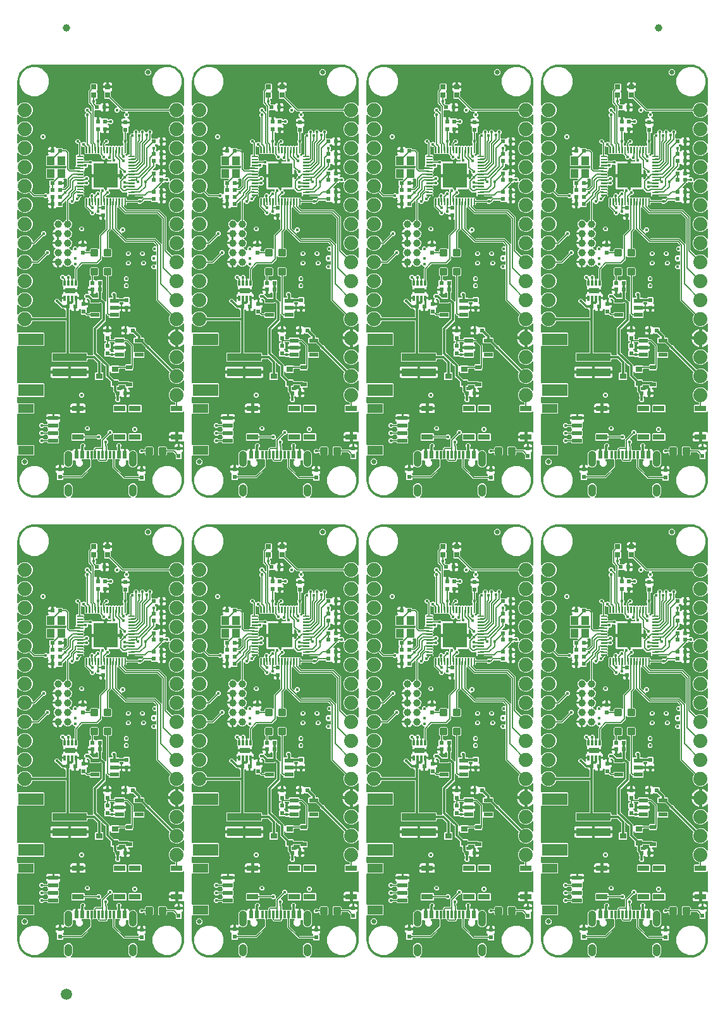
<source format=gtl>
G04 EAGLE Gerber RS-274X export*
G75*
%MOMM*%
%FSLAX34Y34*%
%LPD*%
%INTop Copper*%
%IPPOS*%
%AMOC8*
5,1,8,0,0,1.08239X$1,22.5*%
G01*
%ADD10R,0.830000X0.630000*%
%ADD11C,0.300000*%
%ADD12R,0.900000X0.800000*%
%ADD13C,0.635000*%
%ADD14R,2.000000X1.200000*%
%ADD15R,1.350000X0.600000*%
%ADD16R,4.600000X1.000000*%
%ADD17R,3.400000X1.600000*%
%ADD18R,0.600000X0.600000*%
%ADD19C,0.080000*%
%ADD20R,3.200000X3.200000*%
%ADD21R,1.100000X1.200000*%
%ADD22R,0.300000X1.000000*%
%ADD23R,0.600000X1.000000*%
%ADD24C,1.000000*%
%ADD25R,1.524000X0.762000*%
%ADD26R,0.300000X0.700000*%
%ADD27R,1.380000X0.800000*%
%ADD28R,0.700000X0.700000*%
%ADD29C,1.879600*%
%ADD30R,1.200000X0.550000*%
%ADD31C,1.000000*%
%ADD32C,1.500000*%
%ADD33C,0.203200*%
%ADD34C,0.450000*%
%ADD35C,0.127000*%
%ADD36C,0.304800*%
%ADD37C,0.254000*%

G36*
X534641Y617233D02*
X534641Y617233D01*
X534727Y617235D01*
X534781Y617253D01*
X534837Y617261D01*
X534915Y617296D01*
X534997Y617322D01*
X535045Y617354D01*
X535096Y617377D01*
X535162Y617432D01*
X535234Y617480D01*
X535270Y617524D01*
X535313Y617560D01*
X535361Y617632D01*
X535416Y617698D01*
X535439Y617750D01*
X535471Y617797D01*
X535497Y617879D01*
X535532Y617958D01*
X535540Y618014D01*
X535557Y618068D01*
X535559Y618154D01*
X535571Y618239D01*
X535563Y618296D01*
X535564Y618352D01*
X535542Y618435D01*
X535530Y618521D01*
X535507Y618573D01*
X535492Y618627D01*
X535448Y618701D01*
X535413Y618780D01*
X535376Y618823D01*
X535347Y618872D01*
X535284Y618931D01*
X535228Y618996D01*
X535187Y619022D01*
X535140Y619066D01*
X535089Y619092D01*
X533359Y620822D01*
X532443Y623033D01*
X532443Y631427D01*
X533359Y633638D01*
X535052Y635331D01*
X537263Y636247D01*
X539657Y636247D01*
X541868Y635331D01*
X543561Y633638D01*
X544477Y631427D01*
X544477Y623033D01*
X543561Y620822D01*
X541843Y619104D01*
X541824Y619095D01*
X541780Y619058D01*
X541731Y619030D01*
X541672Y618967D01*
X541607Y618911D01*
X541575Y618864D01*
X541536Y618823D01*
X541497Y618747D01*
X541449Y618675D01*
X541432Y618621D01*
X541406Y618570D01*
X541389Y618486D01*
X541363Y618404D01*
X541362Y618347D01*
X541351Y618291D01*
X541358Y618206D01*
X541356Y618120D01*
X541370Y618065D01*
X541375Y618008D01*
X541406Y617928D01*
X541428Y617845D01*
X541457Y617796D01*
X541477Y617743D01*
X541529Y617674D01*
X541573Y617600D01*
X541614Y617561D01*
X541649Y617516D01*
X541718Y617465D01*
X541780Y617406D01*
X541831Y617380D01*
X541876Y617346D01*
X541957Y617315D01*
X542033Y617276D01*
X542082Y617268D01*
X542142Y617245D01*
X542287Y617234D01*
X542365Y617221D01*
X620955Y617221D01*
X621041Y617233D01*
X621127Y617235D01*
X621181Y617253D01*
X621237Y617261D01*
X621315Y617296D01*
X621397Y617322D01*
X621445Y617354D01*
X621496Y617377D01*
X621562Y617432D01*
X621634Y617480D01*
X621670Y617524D01*
X621713Y617560D01*
X621761Y617632D01*
X621816Y617698D01*
X621839Y617750D01*
X621871Y617797D01*
X621897Y617879D01*
X621932Y617958D01*
X621940Y618014D01*
X621957Y618068D01*
X621959Y618154D01*
X621971Y618239D01*
X621963Y618296D01*
X621964Y618352D01*
X621942Y618435D01*
X621930Y618521D01*
X621907Y618573D01*
X621892Y618627D01*
X621848Y618701D01*
X621813Y618780D01*
X621776Y618823D01*
X621747Y618872D01*
X621684Y618931D01*
X621628Y618996D01*
X621587Y619022D01*
X621540Y619066D01*
X621489Y619092D01*
X619759Y620822D01*
X618843Y623033D01*
X618843Y631427D01*
X619759Y633638D01*
X621452Y635331D01*
X623663Y636247D01*
X626057Y636247D01*
X628268Y635331D01*
X629961Y633638D01*
X630877Y631427D01*
X630877Y623033D01*
X629961Y620822D01*
X628243Y619104D01*
X628224Y619095D01*
X628180Y619058D01*
X628131Y619030D01*
X628072Y618967D01*
X628007Y618911D01*
X627975Y618864D01*
X627936Y618823D01*
X627897Y618747D01*
X627849Y618675D01*
X627832Y618621D01*
X627806Y618570D01*
X627789Y618486D01*
X627763Y618404D01*
X627762Y618347D01*
X627751Y618291D01*
X627758Y618206D01*
X627756Y618120D01*
X627770Y618065D01*
X627775Y618008D01*
X627806Y617928D01*
X627828Y617845D01*
X627857Y617796D01*
X627877Y617743D01*
X627929Y617674D01*
X627973Y617600D01*
X628014Y617561D01*
X628049Y617516D01*
X628118Y617465D01*
X628180Y617406D01*
X628231Y617380D01*
X628276Y617346D01*
X628357Y617315D01*
X628433Y617276D01*
X628482Y617268D01*
X628542Y617245D01*
X628687Y617234D01*
X628765Y617221D01*
X670560Y617221D01*
X670604Y617227D01*
X670640Y617224D01*
X674057Y617493D01*
X674215Y617528D01*
X674291Y617539D01*
X680791Y619651D01*
X681046Y619776D01*
X681060Y619789D01*
X681074Y619795D01*
X686603Y623813D01*
X686807Y624010D01*
X686816Y624026D01*
X686827Y624037D01*
X690845Y629566D01*
X690978Y629817D01*
X690982Y629836D01*
X690989Y629849D01*
X693101Y636349D01*
X693129Y636509D01*
X693147Y636583D01*
X693416Y640000D01*
X693413Y640045D01*
X693419Y640080D01*
X693419Y691464D01*
X693414Y691503D01*
X693416Y691542D01*
X693394Y691643D01*
X693379Y691745D01*
X693363Y691781D01*
X693355Y691819D01*
X693306Y691910D01*
X693263Y692005D01*
X693238Y692035D01*
X693219Y692069D01*
X693146Y692143D01*
X693080Y692222D01*
X693047Y692243D01*
X693019Y692271D01*
X692929Y692322D01*
X692843Y692379D01*
X692806Y692391D01*
X692771Y692410D01*
X692671Y692434D01*
X692572Y692465D01*
X692533Y692466D01*
X692495Y692475D01*
X692391Y692470D01*
X692288Y692472D01*
X692250Y692463D01*
X692211Y692461D01*
X692138Y692433D01*
X692013Y692401D01*
X691949Y692363D01*
X691896Y692343D01*
X691861Y692322D01*
X691214Y692149D01*
X685164Y692149D01*
X685164Y697611D01*
X685156Y697669D01*
X685158Y697727D01*
X685136Y697809D01*
X685124Y697892D01*
X685101Y697946D01*
X685086Y698002D01*
X685043Y698075D01*
X685008Y698152D01*
X684970Y698196D01*
X684941Y698247D01*
X684879Y698304D01*
X684825Y698369D01*
X684776Y698401D01*
X684733Y698441D01*
X684658Y698480D01*
X684626Y698501D01*
X684690Y698530D01*
X684735Y698568D01*
X684785Y698598D01*
X684843Y698659D01*
X684907Y698714D01*
X684939Y698762D01*
X684979Y698805D01*
X685018Y698880D01*
X685065Y698950D01*
X685082Y699006D01*
X685109Y699058D01*
X685120Y699126D01*
X685150Y699221D01*
X685153Y699321D01*
X685164Y699389D01*
X685164Y704851D01*
X691214Y704851D01*
X691861Y704678D01*
X691896Y704657D01*
X691933Y704642D01*
X691965Y704621D01*
X692028Y704601D01*
X692053Y704588D01*
X692078Y704584D01*
X692160Y704551D01*
X692199Y704547D01*
X692236Y704535D01*
X692340Y704532D01*
X692443Y704522D01*
X692481Y704529D01*
X692520Y704528D01*
X692620Y704554D01*
X692722Y704572D01*
X692758Y704590D01*
X692795Y704599D01*
X692884Y704652D01*
X692977Y704698D01*
X693006Y704725D01*
X693040Y704745D01*
X693111Y704820D01*
X693187Y704890D01*
X693208Y704923D01*
X693234Y704952D01*
X693282Y705044D01*
X693336Y705132D01*
X693346Y705170D01*
X693364Y705205D01*
X693377Y705282D01*
X693392Y705337D01*
X693405Y705380D01*
X693405Y705387D01*
X693411Y705407D01*
X693410Y705481D01*
X693419Y705536D01*
X693419Y731440D01*
X693415Y731469D01*
X693418Y731499D01*
X693395Y731610D01*
X693379Y731722D01*
X693367Y731749D01*
X693362Y731777D01*
X693309Y731878D01*
X693263Y731981D01*
X693244Y732004D01*
X693231Y732030D01*
X693153Y732112D01*
X693080Y732198D01*
X693055Y732215D01*
X693035Y732236D01*
X692937Y732293D01*
X692843Y732356D01*
X692815Y732365D01*
X692790Y732380D01*
X692680Y732407D01*
X692572Y732442D01*
X692542Y732442D01*
X692514Y732450D01*
X692401Y732446D01*
X692288Y732449D01*
X692259Y732442D01*
X692230Y732441D01*
X692122Y732406D01*
X692013Y732377D01*
X691987Y732362D01*
X691959Y732353D01*
X691895Y732308D01*
X691768Y732232D01*
X691725Y732186D01*
X691686Y732158D01*
X691301Y731773D01*
X675219Y731773D01*
X674623Y732369D01*
X674623Y740831D01*
X675219Y741427D01*
X680593Y741427D01*
X680651Y741435D01*
X680709Y741433D01*
X680791Y741455D01*
X680875Y741467D01*
X680928Y741490D01*
X680984Y741505D01*
X681057Y741548D01*
X681134Y741583D01*
X681179Y741621D01*
X681229Y741650D01*
X681287Y741712D01*
X681351Y741766D01*
X681383Y741815D01*
X681423Y741858D01*
X681462Y741933D01*
X681509Y742003D01*
X681526Y742059D01*
X681553Y742111D01*
X681564Y742179D01*
X681594Y742274D01*
X681597Y742374D01*
X681608Y742442D01*
X681608Y743113D01*
X681608Y743115D01*
X681608Y743116D01*
X681600Y743172D01*
X681602Y743228D01*
X681581Y743308D01*
X681568Y743394D01*
X681568Y743396D01*
X681568Y743397D01*
X681543Y743451D01*
X681530Y743503D01*
X681489Y743572D01*
X681452Y743654D01*
X681451Y743655D01*
X681450Y743657D01*
X681411Y743703D01*
X681385Y743748D01*
X681328Y743800D01*
X681269Y743871D01*
X681267Y743872D01*
X681266Y743873D01*
X681253Y743881D01*
X681215Y743906D01*
X681177Y743942D01*
X681110Y743976D01*
X681032Y744028D01*
X681003Y744038D01*
X680982Y744051D01*
X677360Y745551D01*
X674431Y748480D01*
X672845Y752308D01*
X672845Y756452D01*
X674431Y760280D01*
X677360Y763209D01*
X681188Y764795D01*
X685332Y764795D01*
X689159Y763209D01*
X691686Y760683D01*
X691710Y760665D01*
X691729Y760643D01*
X691823Y760580D01*
X691913Y760512D01*
X691941Y760501D01*
X691965Y760485D01*
X692073Y760451D01*
X692179Y760410D01*
X692208Y760408D01*
X692236Y760399D01*
X692350Y760396D01*
X692462Y760387D01*
X692491Y760393D01*
X692520Y760392D01*
X692630Y760420D01*
X692741Y760443D01*
X692767Y760456D01*
X692795Y760464D01*
X692893Y760522D01*
X692993Y760574D01*
X693015Y760594D01*
X693040Y760609D01*
X693117Y760691D01*
X693199Y760770D01*
X693214Y760795D01*
X693234Y760816D01*
X693286Y760917D01*
X693343Y761015D01*
X693350Y761043D01*
X693364Y761069D01*
X693377Y761147D01*
X693413Y761290D01*
X693411Y761353D01*
X693419Y761400D01*
X693419Y772760D01*
X693415Y772789D01*
X693418Y772818D01*
X693395Y772929D01*
X693379Y773041D01*
X693367Y773068D01*
X693362Y773097D01*
X693309Y773197D01*
X693263Y773300D01*
X693244Y773323D01*
X693231Y773349D01*
X693153Y773431D01*
X693080Y773517D01*
X693055Y773534D01*
X693035Y773555D01*
X692937Y773612D01*
X692843Y773675D01*
X692815Y773684D01*
X692790Y773699D01*
X692680Y773727D01*
X692572Y773761D01*
X692542Y773762D01*
X692514Y773769D01*
X692401Y773765D01*
X692288Y773768D01*
X692259Y773761D01*
X692230Y773760D01*
X692122Y773725D01*
X692013Y773696D01*
X691987Y773681D01*
X691959Y773672D01*
X691896Y773627D01*
X691768Y773551D01*
X691725Y773505D01*
X691686Y773477D01*
X689159Y770951D01*
X685332Y769365D01*
X681188Y769365D01*
X677360Y770951D01*
X674431Y773880D01*
X672845Y777708D01*
X672845Y781852D01*
X673977Y784584D01*
X673977Y784585D01*
X673978Y784587D01*
X674012Y784721D01*
X674048Y784859D01*
X674048Y784861D01*
X674048Y784862D01*
X674044Y785003D01*
X674040Y785143D01*
X674039Y785145D01*
X674039Y785146D01*
X673997Y785278D01*
X673953Y785414D01*
X673952Y785415D01*
X673952Y785417D01*
X673943Y785429D01*
X673795Y785650D01*
X673771Y785670D01*
X673757Y785690D01*
X645131Y814316D01*
X645061Y814368D01*
X644997Y814428D01*
X644948Y814454D01*
X644904Y814487D01*
X644822Y814518D01*
X644744Y814558D01*
X644697Y814566D01*
X644638Y814588D01*
X644490Y814600D01*
X644413Y814613D01*
X643807Y814613D01*
X641893Y816527D01*
X641893Y817133D01*
X641881Y817220D01*
X641878Y817307D01*
X641861Y817360D01*
X641853Y817415D01*
X641818Y817494D01*
X641791Y817578D01*
X641763Y817617D01*
X641737Y817674D01*
X641641Y817787D01*
X641596Y817851D01*
X636131Y823316D01*
X636061Y823368D01*
X635997Y823428D01*
X635948Y823454D01*
X635904Y823487D01*
X635822Y823518D01*
X635744Y823558D01*
X635697Y823566D01*
X635638Y823588D01*
X635490Y823600D01*
X635413Y823613D01*
X626340Y823613D01*
X625744Y824209D01*
X625744Y830551D01*
X626340Y831147D01*
X628309Y831147D01*
X628338Y831151D01*
X628367Y831148D01*
X628478Y831171D01*
X628591Y831187D01*
X628617Y831199D01*
X628646Y831204D01*
X628747Y831256D01*
X628850Y831303D01*
X628872Y831322D01*
X628898Y831335D01*
X628980Y831413D01*
X629067Y831486D01*
X629083Y831511D01*
X629105Y831531D01*
X629162Y831629D01*
X629225Y831723D01*
X629233Y831751D01*
X629248Y831776D01*
X629276Y831886D01*
X629310Y831994D01*
X629311Y832024D01*
X629318Y832052D01*
X629315Y832165D01*
X629318Y832278D01*
X629310Y832307D01*
X629309Y832336D01*
X629274Y832444D01*
X629246Y832553D01*
X629231Y832579D01*
X629222Y832607D01*
X629176Y832670D01*
X629101Y832798D01*
X629055Y832841D01*
X629027Y832880D01*
X625481Y836426D01*
X625411Y836478D01*
X625347Y836538D01*
X625298Y836564D01*
X625254Y836597D01*
X625172Y836628D01*
X625094Y836668D01*
X625047Y836676D01*
X624988Y836698D01*
X624840Y836710D01*
X624763Y836723D01*
X621288Y836723D01*
X621266Y836740D01*
X621221Y836757D01*
X621179Y836783D01*
X621088Y836807D01*
X621001Y836841D01*
X620952Y836845D01*
X620905Y836858D01*
X620811Y836857D01*
X620717Y836865D01*
X620669Y836855D01*
X620621Y836854D01*
X620531Y836827D01*
X620439Y836809D01*
X620395Y836786D01*
X620348Y836772D01*
X620270Y836721D01*
X620186Y836678D01*
X620151Y836644D01*
X620110Y836618D01*
X620063Y836560D01*
X619980Y836482D01*
X619936Y836407D01*
X619896Y836359D01*
X619793Y836180D01*
X619320Y835707D01*
X618741Y835372D01*
X618094Y835199D01*
X616259Y835199D01*
X616259Y840256D01*
X616251Y840314D01*
X616253Y840372D01*
X616231Y840454D01*
X616219Y840537D01*
X616196Y840591D01*
X616181Y840647D01*
X616138Y840720D01*
X616129Y840739D01*
X616160Y840785D01*
X616177Y840841D01*
X616204Y840893D01*
X616215Y840961D01*
X616245Y841056D01*
X616248Y841156D01*
X616259Y841224D01*
X616259Y846281D01*
X618094Y846281D01*
X618741Y846108D01*
X619320Y845773D01*
X619793Y845300D01*
X619896Y845121D01*
X619926Y845083D01*
X619949Y845040D01*
X619970Y845017D01*
X619971Y845016D01*
X619974Y845013D01*
X620013Y844972D01*
X620071Y844898D01*
X620111Y844869D01*
X620145Y844834D01*
X620226Y844786D01*
X620302Y844731D01*
X620348Y844715D01*
X620390Y844690D01*
X620481Y844667D01*
X620569Y844635D01*
X620618Y844632D01*
X620665Y844620D01*
X620759Y844623D01*
X620853Y844617D01*
X620901Y844627D01*
X620950Y844629D01*
X621039Y844658D01*
X621131Y844678D01*
X621173Y844701D01*
X621220Y844716D01*
X621277Y844757D01*
X628181Y844757D01*
X628777Y844161D01*
X628777Y840737D01*
X628789Y840650D01*
X628792Y840563D01*
X628809Y840510D01*
X628817Y840455D01*
X628852Y840376D01*
X628879Y840292D01*
X628907Y840253D01*
X628933Y840196D01*
X629029Y840083D01*
X629074Y840019D01*
X635302Y833791D01*
X635302Y832162D01*
X635310Y832104D01*
X635308Y832046D01*
X635330Y831964D01*
X635342Y831880D01*
X635365Y831827D01*
X635380Y831771D01*
X635423Y831698D01*
X635458Y831621D01*
X635496Y831576D01*
X635525Y831526D01*
X635587Y831468D01*
X635641Y831404D01*
X635690Y831372D01*
X635733Y831332D01*
X635808Y831293D01*
X635878Y831246D01*
X635934Y831229D01*
X635986Y831202D01*
X636054Y831191D01*
X636149Y831161D01*
X636249Y831158D01*
X636317Y831147D01*
X639182Y831147D01*
X639778Y830551D01*
X639778Y827276D01*
X639790Y827189D01*
X639793Y827102D01*
X639810Y827049D01*
X639818Y826994D01*
X639853Y826915D01*
X639880Y826831D01*
X639908Y826792D01*
X639934Y826735D01*
X640030Y826622D01*
X640075Y826558D01*
X645189Y821444D01*
X645259Y821392D01*
X645323Y821332D01*
X645372Y821306D01*
X645416Y821273D01*
X645498Y821242D01*
X645576Y821202D01*
X645623Y821194D01*
X645682Y821172D01*
X645830Y821160D01*
X645907Y821147D01*
X646513Y821147D01*
X648427Y819233D01*
X648427Y818627D01*
X648439Y818540D01*
X648442Y818453D01*
X648459Y818400D01*
X648467Y818345D01*
X648502Y818266D01*
X648529Y818182D01*
X648557Y818143D01*
X648583Y818086D01*
X648679Y817973D01*
X648724Y817909D01*
X677350Y789283D01*
X677351Y789282D01*
X677352Y789281D01*
X677467Y789195D01*
X677577Y789112D01*
X677579Y789112D01*
X677580Y789111D01*
X677713Y789060D01*
X677843Y789011D01*
X677844Y789011D01*
X677846Y789010D01*
X677990Y788999D01*
X678126Y788988D01*
X678128Y788988D01*
X678129Y788988D01*
X678145Y788991D01*
X678405Y789043D01*
X678432Y789057D01*
X678456Y789063D01*
X681188Y790195D01*
X685332Y790195D01*
X689159Y788609D01*
X691686Y786083D01*
X691710Y786065D01*
X691729Y786043D01*
X691823Y785980D01*
X691913Y785912D01*
X691941Y785901D01*
X691965Y785885D01*
X692073Y785851D01*
X692179Y785810D01*
X692208Y785808D01*
X692236Y785799D01*
X692350Y785796D01*
X692462Y785787D01*
X692491Y785793D01*
X692520Y785792D01*
X692630Y785820D01*
X692741Y785843D01*
X692767Y785856D01*
X692795Y785864D01*
X692893Y785922D01*
X692993Y785974D01*
X693015Y785994D01*
X693040Y786009D01*
X693117Y786091D01*
X693199Y786170D01*
X693214Y786195D01*
X693234Y786216D01*
X693286Y786317D01*
X693343Y786415D01*
X693350Y786443D01*
X693364Y786469D01*
X693377Y786547D01*
X693413Y786690D01*
X693411Y786753D01*
X693419Y786800D01*
X693419Y798160D01*
X693415Y798189D01*
X693418Y798218D01*
X693395Y798329D01*
X693379Y798441D01*
X693367Y798468D01*
X693362Y798497D01*
X693309Y798597D01*
X693263Y798700D01*
X693244Y798723D01*
X693231Y798749D01*
X693153Y798831D01*
X693080Y798917D01*
X693055Y798934D01*
X693035Y798955D01*
X692937Y799012D01*
X692843Y799075D01*
X692815Y799084D01*
X692790Y799099D01*
X692680Y799127D01*
X692572Y799161D01*
X692542Y799162D01*
X692514Y799169D01*
X692401Y799165D01*
X692288Y799168D01*
X692259Y799161D01*
X692230Y799160D01*
X692122Y799125D01*
X692013Y799096D01*
X691987Y799081D01*
X691959Y799072D01*
X691896Y799027D01*
X691768Y798951D01*
X691725Y798905D01*
X691686Y798877D01*
X689159Y796351D01*
X685332Y794765D01*
X681188Y794765D01*
X677360Y796351D01*
X674431Y799280D01*
X672845Y803108D01*
X672845Y807252D01*
X674431Y811080D01*
X677360Y814009D01*
X681188Y815595D01*
X685332Y815595D01*
X689159Y814009D01*
X691686Y811483D01*
X691710Y811465D01*
X691729Y811443D01*
X691823Y811380D01*
X691913Y811312D01*
X691941Y811301D01*
X691965Y811285D01*
X692073Y811251D01*
X692179Y811210D01*
X692208Y811208D01*
X692236Y811199D01*
X692350Y811196D01*
X692462Y811187D01*
X692491Y811193D01*
X692520Y811192D01*
X692630Y811220D01*
X692741Y811243D01*
X692767Y811256D01*
X692795Y811264D01*
X692893Y811322D01*
X692993Y811374D01*
X693015Y811394D01*
X693040Y811409D01*
X693117Y811491D01*
X693199Y811570D01*
X693214Y811595D01*
X693234Y811616D01*
X693286Y811717D01*
X693343Y811815D01*
X693350Y811843D01*
X693364Y811869D01*
X693377Y811947D01*
X693413Y812090D01*
X693411Y812153D01*
X693419Y812200D01*
X693419Y821404D01*
X693415Y821433D01*
X693418Y821463D01*
X693395Y821574D01*
X693379Y821686D01*
X693367Y821713D01*
X693362Y821741D01*
X693309Y821842D01*
X693263Y821945D01*
X693244Y821968D01*
X693231Y821994D01*
X693153Y822076D01*
X693080Y822162D01*
X693055Y822179D01*
X693035Y822200D01*
X692937Y822257D01*
X692843Y822320D01*
X692815Y822329D01*
X692790Y822344D01*
X692680Y822371D01*
X692572Y822406D01*
X692542Y822406D01*
X692514Y822414D01*
X692401Y822410D01*
X692288Y822413D01*
X692259Y822406D01*
X692230Y822405D01*
X692122Y822370D01*
X692013Y822341D01*
X691987Y822326D01*
X691959Y822317D01*
X691895Y822271D01*
X691768Y822196D01*
X691725Y822150D01*
X691686Y822122D01*
X691038Y821474D01*
X689517Y820369D01*
X687843Y819516D01*
X686056Y818935D01*
X685291Y818814D01*
X685291Y829564D01*
X685283Y829622D01*
X685285Y829680D01*
X685263Y829762D01*
X685251Y829845D01*
X685227Y829899D01*
X685213Y829955D01*
X685170Y830028D01*
X685135Y830105D01*
X685097Y830149D01*
X685067Y830200D01*
X685006Y830257D01*
X684951Y830322D01*
X684903Y830354D01*
X684860Y830394D01*
X684785Y830433D01*
X684715Y830479D01*
X684659Y830497D01*
X684607Y830524D01*
X684539Y830535D01*
X684444Y830565D01*
X684344Y830568D01*
X684276Y830579D01*
X683259Y830579D01*
X683259Y830581D01*
X684276Y830581D01*
X684334Y830589D01*
X684392Y830588D01*
X684474Y830609D01*
X684557Y830621D01*
X684611Y830645D01*
X684667Y830659D01*
X684740Y830702D01*
X684817Y830737D01*
X684862Y830775D01*
X684912Y830805D01*
X684970Y830866D01*
X685034Y830921D01*
X685066Y830969D01*
X685106Y831012D01*
X685145Y831087D01*
X685191Y831157D01*
X685209Y831213D01*
X685236Y831265D01*
X685247Y831333D01*
X685277Y831428D01*
X685280Y831528D01*
X685291Y831596D01*
X685291Y842346D01*
X686056Y842225D01*
X687843Y841644D01*
X689517Y840791D01*
X691038Y839686D01*
X691686Y839038D01*
X691710Y839020D01*
X691729Y838998D01*
X691823Y838935D01*
X691913Y838867D01*
X691941Y838856D01*
X691965Y838840D01*
X692073Y838806D01*
X692179Y838766D01*
X692208Y838763D01*
X692236Y838754D01*
X692350Y838751D01*
X692462Y838742D01*
X692491Y838748D01*
X692520Y838747D01*
X692630Y838776D01*
X692741Y838798D01*
X692767Y838812D01*
X692795Y838819D01*
X692893Y838877D01*
X692993Y838929D01*
X693015Y838949D01*
X693040Y838964D01*
X693117Y839047D01*
X693199Y839125D01*
X693214Y839150D01*
X693234Y839171D01*
X693286Y839272D01*
X693343Y839370D01*
X693350Y839398D01*
X693364Y839425D01*
X693377Y839502D01*
X693413Y839646D01*
X693411Y839708D01*
X693419Y839756D01*
X693419Y848960D01*
X693415Y848989D01*
X693418Y849018D01*
X693395Y849129D01*
X693379Y849241D01*
X693367Y849268D01*
X693362Y849297D01*
X693309Y849397D01*
X693263Y849500D01*
X693244Y849523D01*
X693231Y849549D01*
X693153Y849631D01*
X693080Y849717D01*
X693055Y849734D01*
X693035Y849755D01*
X692937Y849812D01*
X692843Y849875D01*
X692815Y849884D01*
X692790Y849899D01*
X692680Y849927D01*
X692572Y849961D01*
X692542Y849962D01*
X692514Y849969D01*
X692401Y849965D01*
X692288Y849968D01*
X692259Y849961D01*
X692230Y849960D01*
X692122Y849925D01*
X692013Y849896D01*
X691987Y849881D01*
X691959Y849872D01*
X691896Y849827D01*
X691768Y849751D01*
X691725Y849705D01*
X691686Y849677D01*
X689159Y847151D01*
X685332Y845565D01*
X681188Y845565D01*
X677360Y847151D01*
X674431Y850080D01*
X672845Y853908D01*
X672845Y858052D01*
X674345Y861673D01*
X674346Y861674D01*
X674346Y861676D01*
X674380Y861810D01*
X674416Y861948D01*
X674416Y861950D01*
X674416Y861951D01*
X674412Y862088D01*
X674408Y862232D01*
X674407Y862234D01*
X674407Y862235D01*
X674365Y862366D01*
X674321Y862503D01*
X674320Y862504D01*
X674320Y862506D01*
X674311Y862518D01*
X674163Y862739D01*
X674140Y862759D01*
X674125Y862779D01*
X657473Y879431D01*
X656208Y880696D01*
X656208Y922187D01*
X656204Y922216D01*
X656207Y922246D01*
X656184Y922357D01*
X656168Y922469D01*
X656156Y922496D01*
X656151Y922524D01*
X656098Y922625D01*
X656052Y922728D01*
X656033Y922751D01*
X656020Y922777D01*
X655942Y922859D01*
X655869Y922945D01*
X655844Y922962D01*
X655824Y922983D01*
X655726Y923040D01*
X655632Y923103D01*
X655604Y923112D01*
X655579Y923127D01*
X655469Y923154D01*
X655361Y923189D01*
X655331Y923189D01*
X655303Y923197D01*
X655190Y923193D01*
X655077Y923196D01*
X655048Y923189D01*
X655019Y923188D01*
X654911Y923153D01*
X654802Y923124D01*
X654776Y923109D01*
X654748Y923100D01*
X654684Y923055D01*
X654557Y922979D01*
X654514Y922933D01*
X654475Y922905D01*
X654133Y922563D01*
X651427Y922563D01*
X649513Y924477D01*
X649513Y927183D01*
X651427Y929097D01*
X654133Y929097D01*
X654475Y928755D01*
X654499Y928737D01*
X654518Y928715D01*
X654612Y928652D01*
X654702Y928584D01*
X654730Y928573D01*
X654754Y928557D01*
X654862Y928523D01*
X654968Y928483D01*
X654997Y928480D01*
X655025Y928471D01*
X655139Y928468D01*
X655251Y928459D01*
X655280Y928465D01*
X655309Y928464D01*
X655419Y928493D01*
X655530Y928515D01*
X655556Y928528D01*
X655584Y928536D01*
X655682Y928594D01*
X655782Y928646D01*
X655804Y928666D01*
X655829Y928681D01*
X655906Y928764D01*
X655988Y928842D01*
X656003Y928867D01*
X656023Y928888D01*
X656075Y928989D01*
X656132Y929087D01*
X656139Y929115D01*
X656153Y929142D01*
X656166Y929219D01*
X656202Y929362D01*
X656200Y929425D01*
X656208Y929473D01*
X656208Y932540D01*
X656204Y932569D01*
X656207Y932598D01*
X656184Y932709D01*
X656168Y932821D01*
X656156Y932848D01*
X656151Y932877D01*
X656099Y932977D01*
X656052Y933081D01*
X656033Y933103D01*
X656020Y933129D01*
X655942Y933211D01*
X655869Y933298D01*
X655844Y933314D01*
X655824Y933335D01*
X655726Y933392D01*
X655632Y933455D01*
X655604Y933464D01*
X655579Y933479D01*
X655469Y933507D01*
X655361Y933541D01*
X655332Y933542D01*
X655303Y933549D01*
X655190Y933545D01*
X655077Y933548D01*
X655048Y933541D01*
X655019Y933540D01*
X654911Y933505D01*
X654802Y933477D01*
X654776Y933462D01*
X654748Y933452D01*
X654685Y933407D01*
X654557Y933331D01*
X654514Y933286D01*
X654475Y933258D01*
X654449Y933231D01*
X651111Y933231D01*
X648751Y935591D01*
X648751Y938929D01*
X651111Y941289D01*
X654449Y941289D01*
X654475Y941262D01*
X654499Y941245D01*
X654518Y941222D01*
X654612Y941159D01*
X654702Y941091D01*
X654730Y941081D01*
X654754Y941065D01*
X654862Y941030D01*
X654968Y940990D01*
X654997Y940988D01*
X655025Y940979D01*
X655138Y940976D01*
X655251Y940967D01*
X655280Y940972D01*
X655309Y940972D01*
X655419Y941000D01*
X655530Y941023D01*
X655556Y941036D01*
X655584Y941043D01*
X655682Y941101D01*
X655782Y941154D01*
X655804Y941174D01*
X655829Y941189D01*
X655906Y941271D01*
X655988Y941349D01*
X656003Y941375D01*
X656023Y941396D01*
X656075Y941497D01*
X656132Y941595D01*
X656139Y941623D01*
X656153Y941649D01*
X656166Y941726D01*
X656202Y941870D01*
X656200Y941933D01*
X656208Y941980D01*
X656208Y945678D01*
X656200Y945736D01*
X656202Y945794D01*
X656180Y945876D01*
X656168Y945960D01*
X656145Y946013D01*
X656130Y946069D01*
X656087Y946142D01*
X656052Y946219D01*
X656014Y946264D01*
X655985Y946314D01*
X655923Y946372D01*
X655869Y946436D01*
X655820Y946468D01*
X655777Y946508D01*
X655702Y946547D01*
X655632Y946594D01*
X655576Y946611D01*
X655524Y946638D01*
X655456Y946649D01*
X655361Y946679D01*
X655261Y946682D01*
X655193Y946693D01*
X652352Y946693D01*
X650438Y948607D01*
X650438Y951313D01*
X652352Y953227D01*
X655104Y953227D01*
X655133Y953231D01*
X655163Y953228D01*
X655274Y953251D01*
X655386Y953267D01*
X655412Y953279D01*
X655441Y953284D01*
X655542Y953336D01*
X655645Y953383D01*
X655668Y953402D01*
X655694Y953415D01*
X655776Y953493D01*
X655862Y953566D01*
X655878Y953591D01*
X655900Y953611D01*
X655957Y953709D01*
X656020Y953803D01*
X656029Y953831D01*
X656043Y953856D01*
X656071Y953966D01*
X656106Y954074D01*
X656106Y954104D01*
X656113Y954132D01*
X656110Y954245D01*
X656113Y954358D01*
X656105Y954387D01*
X656104Y954416D01*
X656070Y954524D01*
X656041Y954633D01*
X656026Y954659D01*
X656017Y954687D01*
X655971Y954750D01*
X655896Y954878D01*
X655857Y954914D01*
X655854Y954920D01*
X655845Y954928D01*
X655822Y954960D01*
X652611Y958171D01*
X652541Y958223D01*
X652477Y958283D01*
X652428Y958309D01*
X652384Y958342D01*
X652302Y958373D01*
X652224Y958413D01*
X652177Y958421D01*
X652118Y958443D01*
X651971Y958455D01*
X651893Y958468D01*
X614214Y958468D01*
X612949Y959733D01*
X597092Y975590D01*
X597045Y975625D01*
X597005Y975668D01*
X596932Y975710D01*
X596865Y975761D01*
X596810Y975782D01*
X596760Y975811D01*
X596678Y975832D01*
X596599Y975862D01*
X596541Y975867D01*
X596484Y975882D01*
X596400Y975879D01*
X596316Y975886D01*
X596258Y975874D01*
X596200Y975872D01*
X596120Y975847D01*
X596037Y975830D01*
X595985Y975803D01*
X595929Y975785D01*
X595873Y975745D01*
X595785Y975699D01*
X595712Y975630D01*
X595656Y975590D01*
X592379Y972313D01*
X592327Y972243D01*
X592267Y972179D01*
X592241Y972130D01*
X592208Y972086D01*
X592177Y972004D01*
X592137Y971926D01*
X592129Y971879D01*
X592107Y971820D01*
X592099Y971720D01*
X592096Y971711D01*
X592095Y971673D01*
X592082Y971595D01*
X592082Y951912D01*
X592090Y951854D01*
X592088Y951796D01*
X592110Y951714D01*
X592122Y951630D01*
X592145Y951577D01*
X592160Y951521D01*
X592203Y951448D01*
X592238Y951371D01*
X592276Y951326D01*
X592305Y951276D01*
X592367Y951218D01*
X592421Y951154D01*
X592470Y951122D01*
X592513Y951082D01*
X592588Y951043D01*
X592658Y950996D01*
X592714Y950979D01*
X592766Y950952D01*
X592834Y950941D01*
X592929Y950911D01*
X593029Y950908D01*
X593097Y950897D01*
X594973Y950897D01*
X596447Y949423D01*
X596447Y940337D01*
X594973Y938863D01*
X585888Y938863D01*
X585045Y939706D01*
X585021Y939724D01*
X585002Y939746D01*
X584908Y939809D01*
X584818Y939877D01*
X584790Y939887D01*
X584766Y939904D01*
X584658Y939938D01*
X584552Y939978D01*
X584523Y939980D01*
X584495Y939989D01*
X584381Y939992D01*
X584269Y940002D01*
X584240Y939996D01*
X584211Y939997D01*
X584101Y939968D01*
X583990Y939946D01*
X583964Y939932D01*
X583936Y939925D01*
X583838Y939867D01*
X583738Y939815D01*
X583716Y939795D01*
X583691Y939780D01*
X583614Y939697D01*
X583532Y939619D01*
X583517Y939594D01*
X583497Y939572D01*
X583445Y939471D01*
X583388Y939374D01*
X583381Y939345D01*
X583367Y939319D01*
X583354Y939242D01*
X583318Y939098D01*
X583320Y939036D01*
X583312Y938988D01*
X583312Y935306D01*
X577264Y929258D01*
X557365Y929258D01*
X557278Y929246D01*
X557191Y929243D01*
X557138Y929226D01*
X557083Y929218D01*
X557003Y929183D01*
X556920Y929156D01*
X556881Y929128D01*
X556824Y929102D01*
X556711Y929006D01*
X556647Y928961D01*
X550469Y922783D01*
X550417Y922713D01*
X550357Y922649D01*
X550331Y922600D01*
X550298Y922556D01*
X550267Y922474D01*
X550227Y922396D01*
X550219Y922349D01*
X550197Y922290D01*
X550185Y922143D01*
X550172Y922065D01*
X550172Y909187D01*
X550184Y909100D01*
X550187Y909013D01*
X550204Y908960D01*
X550212Y908905D01*
X550247Y908825D01*
X550274Y908742D01*
X550302Y908703D01*
X550328Y908646D01*
X550424Y908533D01*
X550469Y908469D01*
X551037Y907901D01*
X551037Y900059D01*
X550649Y899672D01*
X550603Y899609D01*
X550548Y899554D01*
X550518Y899496D01*
X550479Y899444D01*
X550451Y899371D01*
X550414Y899303D01*
X550400Y899240D01*
X550377Y899179D01*
X550371Y899101D01*
X550355Y899025D01*
X550360Y898969D01*
X550354Y898895D01*
X550379Y898768D01*
X550387Y898691D01*
X550461Y898415D01*
X550461Y896079D01*
X542004Y896079D01*
X541946Y896071D01*
X541888Y896073D01*
X541806Y896051D01*
X541723Y896039D01*
X541669Y896016D01*
X541613Y896001D01*
X541540Y895958D01*
X541463Y895923D01*
X541419Y895885D01*
X541368Y895856D01*
X541311Y895794D01*
X541246Y895740D01*
X541214Y895691D01*
X541174Y895648D01*
X541135Y895573D01*
X541089Y895503D01*
X541071Y895447D01*
X541044Y895395D01*
X541033Y895327D01*
X541020Y895285D01*
X541011Y895346D01*
X540987Y895399D01*
X540973Y895455D01*
X540929Y895528D01*
X540895Y895605D01*
X540857Y895650D01*
X540827Y895700D01*
X540766Y895758D01*
X540711Y895822D01*
X540663Y895854D01*
X540620Y895894D01*
X540545Y895933D01*
X540475Y895980D01*
X540419Y895997D01*
X540367Y896024D01*
X540299Y896035D01*
X540204Y896065D01*
X540104Y896068D01*
X540036Y896079D01*
X531579Y896079D01*
X531579Y898415D01*
X531653Y898691D01*
X531663Y898768D01*
X531682Y898844D01*
X531680Y898908D01*
X531688Y898973D01*
X531675Y899050D01*
X531673Y899128D01*
X531653Y899190D01*
X531643Y899254D01*
X531609Y899324D01*
X531585Y899398D01*
X531553Y899444D01*
X531521Y899511D01*
X531436Y899608D01*
X531391Y899672D01*
X531003Y900059D01*
X531003Y907578D01*
X530995Y907636D01*
X530997Y907694D01*
X530975Y907776D01*
X530963Y907860D01*
X530940Y907913D01*
X530925Y907969D01*
X530882Y908042D01*
X530847Y908119D01*
X530809Y908164D01*
X530780Y908214D01*
X530718Y908272D01*
X530664Y908336D01*
X530615Y908368D01*
X530572Y908408D01*
X530497Y908447D01*
X530427Y908494D01*
X530371Y908511D01*
X530319Y908538D01*
X530251Y908549D01*
X530156Y908579D01*
X530056Y908582D01*
X529988Y908593D01*
X529507Y908593D01*
X527593Y910507D01*
X527593Y913213D01*
X529507Y915127D01*
X532213Y915127D01*
X533952Y913388D01*
X533999Y913353D01*
X534039Y913310D01*
X534112Y913268D01*
X534179Y913217D01*
X534234Y913196D01*
X534284Y913166D01*
X534366Y913146D01*
X534445Y913116D01*
X534503Y913111D01*
X534560Y913096D01*
X534644Y913099D01*
X534728Y913092D01*
X534786Y913104D01*
X534844Y913105D01*
X534924Y913131D01*
X535007Y913148D01*
X535059Y913175D01*
X535115Y913193D01*
X535171Y913233D01*
X535259Y913279D01*
X535332Y913348D01*
X535388Y913388D01*
X537127Y915127D01*
X539833Y915127D01*
X541747Y913213D01*
X541747Y911036D01*
X541755Y910978D01*
X541753Y910920D01*
X541775Y910838D01*
X541787Y910754D01*
X541810Y910701D01*
X541825Y910645D01*
X541868Y910572D01*
X541903Y910495D01*
X541941Y910450D01*
X541970Y910400D01*
X542032Y910342D01*
X542086Y910278D01*
X542135Y910246D01*
X542178Y910206D01*
X542253Y910167D01*
X542323Y910120D01*
X542379Y910103D01*
X542431Y910076D01*
X542499Y910065D01*
X542505Y910063D01*
X542505Y903980D01*
X542513Y903922D01*
X542511Y903864D01*
X542533Y903782D01*
X542544Y903699D01*
X542568Y903645D01*
X542583Y903589D01*
X542626Y903516D01*
X542661Y903439D01*
X542698Y903395D01*
X542728Y903345D01*
X542790Y903287D01*
X542844Y903222D01*
X542893Y903190D01*
X542936Y903150D01*
X543011Y903112D01*
X543081Y903065D01*
X543137Y903047D01*
X543189Y903021D01*
X543257Y903009D01*
X543352Y902979D01*
X543452Y902976D01*
X543520Y902965D01*
X543578Y902973D01*
X543636Y902972D01*
X543718Y902993D01*
X543802Y903005D01*
X543855Y903029D01*
X543912Y903044D01*
X543984Y903087D01*
X544061Y903121D01*
X544106Y903159D01*
X544156Y903189D01*
X544214Y903250D01*
X544278Y903305D01*
X544310Y903353D01*
X544350Y903396D01*
X544389Y903471D01*
X544436Y903541D01*
X544453Y903597D01*
X544480Y903649D01*
X544491Y903717D01*
X544521Y903812D01*
X544524Y903912D01*
X544535Y903980D01*
X544535Y910021D01*
X545354Y910021D01*
X545590Y909958D01*
X545639Y909952D01*
X545685Y909937D01*
X545779Y909935D01*
X545872Y909923D01*
X545921Y909931D01*
X545969Y909930D01*
X546060Y909953D01*
X546153Y909968D01*
X546197Y909989D01*
X546244Y910001D01*
X546325Y910049D01*
X546410Y910090D01*
X546447Y910122D01*
X546489Y910147D01*
X546553Y910215D01*
X546624Y910277D01*
X546650Y910318D01*
X546683Y910354D01*
X546726Y910438D01*
X546777Y910517D01*
X546791Y910564D01*
X546813Y910607D01*
X546825Y910680D01*
X546857Y910789D01*
X546858Y910876D01*
X546868Y910938D01*
X546868Y923854D01*
X547654Y924640D01*
X547672Y924664D01*
X547694Y924683D01*
X547757Y924777D01*
X547825Y924867D01*
X547836Y924895D01*
X547852Y924919D01*
X547886Y925027D01*
X547926Y925133D01*
X547929Y925162D01*
X547938Y925190D01*
X547941Y925304D01*
X547950Y925416D01*
X547944Y925445D01*
X547945Y925474D01*
X547916Y925584D01*
X547894Y925695D01*
X547880Y925721D01*
X547873Y925749D01*
X547815Y925847D01*
X547763Y925947D01*
X547743Y925969D01*
X547728Y925994D01*
X547645Y926071D01*
X547567Y926153D01*
X547542Y926168D01*
X547521Y926188D01*
X547420Y926240D01*
X547322Y926297D01*
X547294Y926304D01*
X547267Y926318D01*
X547190Y926331D01*
X547046Y926367D01*
X546984Y926365D01*
X546936Y926373D01*
X546017Y926373D01*
X544075Y928315D01*
X544063Y928395D01*
X544051Y928422D01*
X544046Y928450D01*
X543993Y928551D01*
X543947Y928654D01*
X543928Y928677D01*
X543915Y928703D01*
X543837Y928785D01*
X543764Y928871D01*
X543739Y928887D01*
X543719Y928909D01*
X543621Y928966D01*
X543527Y929029D01*
X543499Y929038D01*
X543474Y929052D01*
X543364Y929080D01*
X543256Y929115D01*
X543226Y929115D01*
X543198Y929123D01*
X543085Y929119D01*
X542972Y929122D01*
X542943Y929114D01*
X542914Y929114D01*
X542806Y929079D01*
X542697Y929050D01*
X542671Y929035D01*
X542643Y929026D01*
X542580Y928981D01*
X542452Y928905D01*
X542409Y928859D01*
X542370Y928831D01*
X540618Y927079D01*
X538407Y926163D01*
X536013Y926163D01*
X533802Y927079D01*
X532500Y928381D01*
X532488Y928390D01*
X532478Y928402D01*
X532374Y928476D01*
X532273Y928552D01*
X532258Y928557D01*
X532246Y928566D01*
X532126Y928608D01*
X532007Y928653D01*
X531992Y928654D01*
X531977Y928660D01*
X531850Y928666D01*
X531724Y928677D01*
X531709Y928674D01*
X531693Y928675D01*
X531570Y928646D01*
X531445Y928621D01*
X531431Y928614D01*
X531416Y928610D01*
X531306Y928549D01*
X531193Y928490D01*
X531182Y928479D01*
X531168Y928472D01*
X531121Y928422D01*
X530987Y928294D01*
X530963Y928254D01*
X530938Y928227D01*
X530367Y927373D01*
X529317Y926323D01*
X528082Y925498D01*
X526710Y924929D01*
X525779Y924744D01*
X525779Y931926D01*
X525771Y931984D01*
X525773Y932042D01*
X525751Y932124D01*
X525739Y932207D01*
X525716Y932261D01*
X525701Y932317D01*
X525658Y932390D01*
X525623Y932467D01*
X525585Y932511D01*
X525556Y932562D01*
X525494Y932619D01*
X525440Y932684D01*
X525391Y932716D01*
X525348Y932756D01*
X525273Y932795D01*
X525203Y932841D01*
X525179Y932849D01*
X525149Y932898D01*
X525115Y932975D01*
X525077Y933020D01*
X525047Y933070D01*
X524986Y933128D01*
X524931Y933192D01*
X524883Y933224D01*
X524840Y933264D01*
X524765Y933303D01*
X524695Y933350D01*
X524639Y933367D01*
X524587Y933394D01*
X524519Y933405D01*
X524424Y933435D01*
X524324Y933438D01*
X524256Y933449D01*
X517074Y933449D01*
X517259Y934380D01*
X517828Y935752D01*
X518653Y936987D01*
X519703Y938037D01*
X520557Y938608D01*
X520569Y938618D01*
X520583Y938625D01*
X520674Y938713D01*
X520769Y938797D01*
X520777Y938811D01*
X520789Y938821D01*
X520853Y938930D01*
X520920Y939038D01*
X520925Y939053D01*
X520932Y939067D01*
X520963Y939189D01*
X520999Y939312D01*
X520999Y939327D01*
X521002Y939342D01*
X520998Y939469D01*
X520998Y939596D01*
X520994Y939611D01*
X520993Y939626D01*
X520954Y939747D01*
X520919Y939869D01*
X520911Y939882D01*
X520906Y939897D01*
X520866Y939953D01*
X520767Y940109D01*
X520732Y940140D01*
X520711Y940170D01*
X519409Y941472D01*
X518493Y943683D01*
X518493Y946077D01*
X519409Y948288D01*
X520711Y949590D01*
X520720Y949602D01*
X520732Y949612D01*
X520806Y949716D01*
X520882Y949817D01*
X520887Y949832D01*
X520896Y949844D01*
X520938Y949964D01*
X520983Y950083D01*
X520984Y950098D01*
X520990Y950113D01*
X520996Y950240D01*
X521007Y950366D01*
X521004Y950381D01*
X521005Y950397D01*
X520976Y950520D01*
X520951Y950645D01*
X520944Y950659D01*
X520940Y950674D01*
X520878Y950785D01*
X520820Y950897D01*
X520809Y950908D01*
X520802Y950922D01*
X520751Y950969D01*
X520624Y951103D01*
X520584Y951127D01*
X520557Y951152D01*
X519703Y951723D01*
X518653Y952773D01*
X517828Y954008D01*
X517259Y955380D01*
X517074Y956311D01*
X524256Y956311D01*
X524314Y956319D01*
X524372Y956317D01*
X524454Y956339D01*
X524537Y956351D01*
X524591Y956374D01*
X524647Y956389D01*
X524720Y956432D01*
X524797Y956467D01*
X524841Y956505D01*
X524892Y956534D01*
X524949Y956596D01*
X525014Y956650D01*
X525046Y956699D01*
X525086Y956742D01*
X525125Y956817D01*
X525171Y956887D01*
X525179Y956911D01*
X525228Y956941D01*
X525305Y956975D01*
X525350Y957013D01*
X525400Y957043D01*
X525458Y957104D01*
X525522Y957159D01*
X525554Y957207D01*
X525594Y957250D01*
X525633Y957325D01*
X525680Y957395D01*
X525697Y957451D01*
X525724Y957503D01*
X525735Y957571D01*
X525765Y957666D01*
X525768Y957766D01*
X525779Y957834D01*
X525779Y970026D01*
X525771Y970084D01*
X525773Y970142D01*
X525751Y970224D01*
X525739Y970307D01*
X525716Y970361D01*
X525701Y970417D01*
X525658Y970490D01*
X525623Y970567D01*
X525585Y970611D01*
X525556Y970662D01*
X525494Y970719D01*
X525440Y970784D01*
X525391Y970816D01*
X525348Y970856D01*
X525273Y970895D01*
X525203Y970941D01*
X525179Y970949D01*
X525149Y970998D01*
X525115Y971075D01*
X525077Y971120D01*
X525047Y971170D01*
X524986Y971228D01*
X524931Y971292D01*
X524883Y971324D01*
X524840Y971364D01*
X524765Y971403D01*
X524695Y971450D01*
X524639Y971467D01*
X524587Y971494D01*
X524519Y971505D01*
X524424Y971535D01*
X524324Y971538D01*
X524256Y971549D01*
X517074Y971549D01*
X517259Y972480D01*
X517828Y973852D01*
X518653Y975087D01*
X519703Y976137D01*
X520557Y976708D01*
X520569Y976718D01*
X520583Y976725D01*
X520674Y976813D01*
X520769Y976897D01*
X520777Y976911D01*
X520789Y976921D01*
X520853Y977030D01*
X520920Y977138D01*
X520925Y977153D01*
X520932Y977167D01*
X520963Y977289D01*
X520999Y977412D01*
X520999Y977427D01*
X521002Y977442D01*
X520998Y977569D01*
X520998Y977696D01*
X520994Y977711D01*
X520993Y977726D01*
X520954Y977847D01*
X520919Y977969D01*
X520911Y977982D01*
X520906Y977997D01*
X520866Y978053D01*
X520767Y978209D01*
X520732Y978240D01*
X520711Y978270D01*
X519409Y979572D01*
X518493Y981783D01*
X518493Y984177D01*
X519409Y986388D01*
X521102Y988081D01*
X523313Y988997D01*
X525707Y988997D01*
X527918Y988081D01*
X529611Y986388D01*
X529922Y985637D01*
X529937Y985611D01*
X529946Y985583D01*
X530009Y985489D01*
X530066Y985392D01*
X530088Y985372D01*
X530104Y985347D01*
X530191Y985275D01*
X530273Y985197D01*
X530299Y985183D01*
X530322Y985164D01*
X530425Y985118D01*
X530526Y985066D01*
X530555Y985061D01*
X530582Y985049D01*
X530694Y985033D01*
X530805Y985011D01*
X530834Y985014D01*
X530863Y985010D01*
X530975Y985026D01*
X531088Y985036D01*
X531116Y985046D01*
X531144Y985051D01*
X531248Y985097D01*
X531353Y985138D01*
X531377Y985156D01*
X531404Y985168D01*
X531490Y985241D01*
X531580Y985309D01*
X531598Y985333D01*
X531620Y985352D01*
X531662Y985419D01*
X531750Y985537D01*
X531772Y985596D01*
X531798Y985637D01*
X532109Y986388D01*
X533802Y988081D01*
X534932Y988549D01*
X534933Y988550D01*
X534934Y988550D01*
X535053Y988620D01*
X535176Y988693D01*
X535177Y988694D01*
X535179Y988695D01*
X535276Y988799D01*
X535372Y988900D01*
X535372Y988901D01*
X535373Y988902D01*
X535438Y989028D01*
X535502Y989153D01*
X535502Y989154D01*
X535503Y989156D01*
X535505Y989171D01*
X535557Y989432D01*
X535554Y989462D01*
X535558Y989487D01*
X535558Y1012833D01*
X535554Y1012862D01*
X535557Y1012891D01*
X535534Y1013002D01*
X535518Y1013114D01*
X535506Y1013141D01*
X535501Y1013170D01*
X535448Y1013270D01*
X535402Y1013373D01*
X535383Y1013396D01*
X535370Y1013422D01*
X535292Y1013504D01*
X535219Y1013590D01*
X535194Y1013607D01*
X535174Y1013628D01*
X535076Y1013685D01*
X534982Y1013748D01*
X534954Y1013757D01*
X534929Y1013772D01*
X534819Y1013800D01*
X534711Y1013834D01*
X534681Y1013835D01*
X534653Y1013842D01*
X534540Y1013838D01*
X534427Y1013841D01*
X534398Y1013834D01*
X534369Y1013833D01*
X534261Y1013798D01*
X534152Y1013769D01*
X534126Y1013754D01*
X534098Y1013745D01*
X534035Y1013700D01*
X533907Y1013624D01*
X533864Y1013578D01*
X533825Y1013550D01*
X531284Y1011009D01*
X531232Y1010940D01*
X531172Y1010876D01*
X531146Y1010826D01*
X531113Y1010782D01*
X531082Y1010700D01*
X531042Y1010623D01*
X531034Y1010575D01*
X531012Y1010517D01*
X531000Y1010369D01*
X530987Y1010291D01*
X530987Y1006229D01*
X530391Y1005633D01*
X523498Y1005633D01*
X523476Y1005650D01*
X523431Y1005667D01*
X523389Y1005693D01*
X523298Y1005717D01*
X523211Y1005751D01*
X523162Y1005755D01*
X523115Y1005768D01*
X523021Y1005767D01*
X522927Y1005775D01*
X522879Y1005765D01*
X522831Y1005764D01*
X522741Y1005737D01*
X522649Y1005719D01*
X522605Y1005696D01*
X522558Y1005682D01*
X522480Y1005631D01*
X522396Y1005588D01*
X522361Y1005554D01*
X522320Y1005528D01*
X522273Y1005470D01*
X522190Y1005392D01*
X522146Y1005317D01*
X522106Y1005269D01*
X522003Y1005090D01*
X521530Y1004617D01*
X520951Y1004282D01*
X520304Y1004109D01*
X518469Y1004109D01*
X518469Y1009166D01*
X518462Y1009215D01*
X518463Y1009224D01*
X518461Y1009229D01*
X518463Y1009282D01*
X518441Y1009364D01*
X518429Y1009447D01*
X518406Y1009501D01*
X518391Y1009557D01*
X518348Y1009630D01*
X518339Y1009649D01*
X518370Y1009695D01*
X518387Y1009751D01*
X518414Y1009803D01*
X518425Y1009871D01*
X518455Y1009966D01*
X518458Y1010066D01*
X518469Y1010134D01*
X518469Y1018437D01*
X518461Y1018495D01*
X518463Y1018553D01*
X518441Y1018635D01*
X518429Y1018718D01*
X518406Y1018772D01*
X518391Y1018828D01*
X518348Y1018901D01*
X518313Y1018978D01*
X518275Y1019022D01*
X518246Y1019073D01*
X518184Y1019130D01*
X518130Y1019195D01*
X518081Y1019227D01*
X518038Y1019267D01*
X517963Y1019306D01*
X517893Y1019352D01*
X517837Y1019370D01*
X517785Y1019397D01*
X517717Y1019408D01*
X517622Y1019438D01*
X517522Y1019441D01*
X517454Y1019452D01*
X516486Y1019452D01*
X516428Y1019444D01*
X516370Y1019445D01*
X516288Y1019424D01*
X516204Y1019412D01*
X516151Y1019388D01*
X516095Y1019374D01*
X516022Y1019330D01*
X515945Y1019296D01*
X515900Y1019258D01*
X515850Y1019228D01*
X515792Y1019167D01*
X515728Y1019112D01*
X515696Y1019064D01*
X515656Y1019021D01*
X515617Y1018946D01*
X515570Y1018876D01*
X515553Y1018820D01*
X515526Y1018768D01*
X515515Y1018700D01*
X515485Y1018605D01*
X515482Y1018505D01*
X515471Y1018437D01*
X515471Y1011149D01*
X511429Y1011149D01*
X511429Y1012984D01*
X511602Y1013631D01*
X511687Y1013778D01*
X511716Y1013850D01*
X511755Y1013918D01*
X511769Y1013981D01*
X511794Y1014041D01*
X511802Y1014119D01*
X511819Y1014195D01*
X511816Y1014260D01*
X511823Y1014324D01*
X511809Y1014401D01*
X511805Y1014479D01*
X511785Y1014531D01*
X511772Y1014604D01*
X511715Y1014720D01*
X511687Y1014793D01*
X511602Y1014940D01*
X511429Y1015587D01*
X511429Y1017438D01*
X511425Y1017467D01*
X511428Y1017497D01*
X511405Y1017608D01*
X511389Y1017720D01*
X511377Y1017747D01*
X511372Y1017775D01*
X511319Y1017876D01*
X511273Y1017979D01*
X511254Y1018002D01*
X511241Y1018028D01*
X511163Y1018110D01*
X511090Y1018196D01*
X511065Y1018213D01*
X511045Y1018234D01*
X510947Y1018291D01*
X510853Y1018354D01*
X510825Y1018363D01*
X510800Y1018378D01*
X510690Y1018405D01*
X510582Y1018440D01*
X510552Y1018440D01*
X510524Y1018448D01*
X510411Y1018444D01*
X510298Y1018447D01*
X510269Y1018440D01*
X510240Y1018439D01*
X510132Y1018404D01*
X510023Y1018375D01*
X509997Y1018360D01*
X509969Y1018351D01*
X509905Y1018306D01*
X509778Y1018230D01*
X509735Y1018184D01*
X509696Y1018156D01*
X509353Y1017813D01*
X506647Y1017813D01*
X505329Y1019131D01*
X505259Y1019183D01*
X505196Y1019243D01*
X505146Y1019269D01*
X505102Y1019302D01*
X505020Y1019333D01*
X504942Y1019373D01*
X504895Y1019381D01*
X504836Y1019403D01*
X504689Y1019415D01*
X504611Y1019428D01*
X492076Y1019428D01*
X486859Y1024645D01*
X486858Y1024646D01*
X486857Y1024647D01*
X486747Y1024730D01*
X486632Y1024816D01*
X486630Y1024817D01*
X486629Y1024817D01*
X486497Y1024867D01*
X486366Y1024917D01*
X486365Y1024917D01*
X486363Y1024918D01*
X486219Y1024929D01*
X486083Y1024941D01*
X486081Y1024940D01*
X486080Y1024941D01*
X486064Y1024937D01*
X485804Y1024885D01*
X485777Y1024871D01*
X485753Y1024865D01*
X482132Y1023365D01*
X477988Y1023365D01*
X474161Y1024951D01*
X471634Y1027477D01*
X471610Y1027495D01*
X471591Y1027517D01*
X471497Y1027580D01*
X471407Y1027648D01*
X471379Y1027659D01*
X471355Y1027675D01*
X471247Y1027709D01*
X471141Y1027750D01*
X471112Y1027752D01*
X471084Y1027761D01*
X470970Y1027764D01*
X470858Y1027773D01*
X470829Y1027767D01*
X470800Y1027768D01*
X470690Y1027740D01*
X470579Y1027717D01*
X470553Y1027704D01*
X470525Y1027696D01*
X470427Y1027638D01*
X470327Y1027586D01*
X470305Y1027566D01*
X470280Y1027551D01*
X470203Y1027469D01*
X470121Y1027390D01*
X470106Y1027365D01*
X470086Y1027344D01*
X470034Y1027243D01*
X469977Y1027145D01*
X469970Y1027117D01*
X469956Y1027091D01*
X469943Y1027013D01*
X469907Y1026870D01*
X469909Y1026807D01*
X469901Y1026760D01*
X469901Y1015400D01*
X469905Y1015371D01*
X469902Y1015342D01*
X469925Y1015231D01*
X469941Y1015119D01*
X469953Y1015092D01*
X469958Y1015063D01*
X470011Y1014963D01*
X470057Y1014860D01*
X470076Y1014837D01*
X470089Y1014811D01*
X470167Y1014729D01*
X470240Y1014643D01*
X470265Y1014626D01*
X470285Y1014605D01*
X470383Y1014548D01*
X470477Y1014485D01*
X470505Y1014476D01*
X470530Y1014461D01*
X470640Y1014433D01*
X470748Y1014399D01*
X470778Y1014398D01*
X470806Y1014391D01*
X470919Y1014395D01*
X471032Y1014392D01*
X471061Y1014399D01*
X471090Y1014400D01*
X471198Y1014435D01*
X471307Y1014464D01*
X471333Y1014479D01*
X471361Y1014488D01*
X471424Y1014533D01*
X471552Y1014609D01*
X471595Y1014655D01*
X471634Y1014683D01*
X474161Y1017209D01*
X477988Y1018795D01*
X482132Y1018795D01*
X485960Y1017209D01*
X488889Y1014280D01*
X490475Y1010452D01*
X490475Y1006308D01*
X488889Y1002480D01*
X485960Y999551D01*
X482132Y997965D01*
X477988Y997965D01*
X474161Y999551D01*
X471634Y1002077D01*
X471610Y1002095D01*
X471591Y1002117D01*
X471497Y1002180D01*
X471407Y1002248D01*
X471379Y1002259D01*
X471355Y1002275D01*
X471247Y1002309D01*
X471141Y1002350D01*
X471112Y1002352D01*
X471084Y1002361D01*
X470970Y1002364D01*
X470858Y1002373D01*
X470829Y1002367D01*
X470800Y1002368D01*
X470690Y1002340D01*
X470579Y1002317D01*
X470553Y1002304D01*
X470525Y1002296D01*
X470427Y1002238D01*
X470327Y1002186D01*
X470305Y1002166D01*
X470280Y1002151D01*
X470203Y1002069D01*
X470121Y1001990D01*
X470106Y1001965D01*
X470086Y1001944D01*
X470034Y1001843D01*
X469977Y1001745D01*
X469970Y1001717D01*
X469956Y1001691D01*
X469943Y1001613D01*
X469907Y1001470D01*
X469909Y1001407D01*
X469901Y1001360D01*
X469901Y990000D01*
X469905Y989971D01*
X469902Y989942D01*
X469925Y989831D01*
X469941Y989719D01*
X469953Y989692D01*
X469958Y989663D01*
X470011Y989563D01*
X470057Y989460D01*
X470076Y989437D01*
X470089Y989411D01*
X470167Y989329D01*
X470240Y989243D01*
X470265Y989226D01*
X470285Y989205D01*
X470383Y989148D01*
X470477Y989085D01*
X470505Y989076D01*
X470530Y989061D01*
X470640Y989033D01*
X470748Y988999D01*
X470778Y988998D01*
X470806Y988991D01*
X470919Y988995D01*
X471032Y988992D01*
X471061Y988999D01*
X471090Y989000D01*
X471198Y989035D01*
X471307Y989064D01*
X471333Y989079D01*
X471361Y989088D01*
X471424Y989133D01*
X471552Y989209D01*
X471595Y989255D01*
X471634Y989283D01*
X474161Y991809D01*
X477988Y993395D01*
X482132Y993395D01*
X485960Y991809D01*
X488889Y988880D01*
X490475Y985052D01*
X490475Y980908D01*
X488889Y977080D01*
X485960Y974151D01*
X482132Y972565D01*
X477988Y972565D01*
X474161Y974151D01*
X471634Y976677D01*
X471610Y976695D01*
X471591Y976717D01*
X471497Y976780D01*
X471407Y976848D01*
X471379Y976859D01*
X471355Y976875D01*
X471247Y976909D01*
X471141Y976950D01*
X471112Y976952D01*
X471084Y976961D01*
X470970Y976964D01*
X470858Y976973D01*
X470829Y976967D01*
X470800Y976968D01*
X470690Y976940D01*
X470579Y976917D01*
X470553Y976904D01*
X470525Y976896D01*
X470427Y976838D01*
X470327Y976786D01*
X470305Y976766D01*
X470280Y976751D01*
X470203Y976669D01*
X470121Y976590D01*
X470106Y976565D01*
X470086Y976544D01*
X470034Y976443D01*
X469977Y976345D01*
X469970Y976317D01*
X469956Y976291D01*
X469943Y976213D01*
X469907Y976070D01*
X469909Y976007D01*
X469901Y975960D01*
X469901Y964600D01*
X469905Y964571D01*
X469902Y964542D01*
X469925Y964431D01*
X469941Y964319D01*
X469953Y964292D01*
X469958Y964263D01*
X470011Y964163D01*
X470057Y964060D01*
X470076Y964037D01*
X470089Y964011D01*
X470167Y963929D01*
X470240Y963843D01*
X470265Y963826D01*
X470285Y963805D01*
X470383Y963748D01*
X470477Y963685D01*
X470505Y963676D01*
X470530Y963661D01*
X470640Y963633D01*
X470748Y963599D01*
X470778Y963598D01*
X470806Y963591D01*
X470919Y963595D01*
X471032Y963592D01*
X471061Y963599D01*
X471090Y963600D01*
X471198Y963635D01*
X471307Y963664D01*
X471333Y963679D01*
X471361Y963688D01*
X471424Y963733D01*
X471552Y963809D01*
X471595Y963855D01*
X471634Y963883D01*
X474161Y966409D01*
X477988Y967995D01*
X482132Y967995D01*
X485960Y966409D01*
X488889Y963480D01*
X490389Y959858D01*
X490390Y959857D01*
X490390Y959856D01*
X490463Y959733D01*
X490534Y959614D01*
X490535Y959613D01*
X490536Y959611D01*
X490641Y959513D01*
X490740Y959418D01*
X490742Y959418D01*
X490743Y959417D01*
X490869Y959352D01*
X490993Y959288D01*
X490995Y959288D01*
X490996Y959287D01*
X491011Y959285D01*
X491272Y959233D01*
X491302Y959236D01*
X491327Y959232D01*
X491655Y959232D01*
X491742Y959244D01*
X491829Y959247D01*
X491882Y959264D01*
X491937Y959272D01*
X492017Y959307D01*
X492100Y959334D01*
X492139Y959362D01*
X492196Y959388D01*
X492309Y959484D01*
X492373Y959529D01*
X501896Y969052D01*
X501948Y969122D01*
X502008Y969186D01*
X502034Y969235D01*
X502067Y969279D01*
X502098Y969361D01*
X502138Y969439D01*
X502146Y969486D01*
X502168Y969545D01*
X502180Y969692D01*
X502193Y969770D01*
X502193Y971633D01*
X504107Y973547D01*
X506813Y973547D01*
X508727Y971633D01*
X508727Y968927D01*
X506813Y967013D01*
X504950Y967013D01*
X504863Y967001D01*
X504776Y966998D01*
X504723Y966981D01*
X504668Y966973D01*
X504588Y966938D01*
X504505Y966911D01*
X504466Y966883D01*
X504409Y966857D01*
X504296Y966761D01*
X504232Y966716D01*
X493444Y955928D01*
X491327Y955928D01*
X491325Y955928D01*
X491324Y955928D01*
X491184Y955908D01*
X491046Y955888D01*
X491044Y955888D01*
X491043Y955888D01*
X490917Y955831D01*
X490786Y955772D01*
X490785Y955771D01*
X490783Y955770D01*
X490676Y955679D01*
X490569Y955589D01*
X490568Y955587D01*
X490567Y955586D01*
X490559Y955573D01*
X490412Y955352D01*
X490402Y955323D01*
X490389Y955302D01*
X488889Y951680D01*
X485960Y948751D01*
X482132Y947165D01*
X477988Y947165D01*
X474161Y948751D01*
X471634Y951277D01*
X471610Y951295D01*
X471591Y951317D01*
X471497Y951380D01*
X471407Y951448D01*
X471379Y951459D01*
X471355Y951475D01*
X471247Y951509D01*
X471141Y951550D01*
X471112Y951552D01*
X471084Y951561D01*
X470970Y951564D01*
X470858Y951573D01*
X470829Y951567D01*
X470800Y951568D01*
X470690Y951540D01*
X470579Y951517D01*
X470553Y951504D01*
X470525Y951496D01*
X470427Y951438D01*
X470327Y951386D01*
X470305Y951366D01*
X470280Y951351D01*
X470203Y951269D01*
X470121Y951190D01*
X470106Y951165D01*
X470086Y951144D01*
X470034Y951043D01*
X469977Y950945D01*
X469970Y950917D01*
X469956Y950891D01*
X469943Y950813D01*
X469907Y950670D01*
X469909Y950607D01*
X469901Y950560D01*
X469901Y939200D01*
X469905Y939171D01*
X469902Y939142D01*
X469925Y939031D01*
X469941Y938919D01*
X469953Y938892D01*
X469958Y938863D01*
X470011Y938763D01*
X470057Y938660D01*
X470076Y938637D01*
X470089Y938611D01*
X470167Y938529D01*
X470240Y938443D01*
X470265Y938426D01*
X470285Y938405D01*
X470383Y938348D01*
X470477Y938285D01*
X470505Y938276D01*
X470530Y938261D01*
X470640Y938233D01*
X470748Y938199D01*
X470778Y938198D01*
X470806Y938191D01*
X470919Y938195D01*
X471032Y938192D01*
X471061Y938199D01*
X471090Y938200D01*
X471198Y938235D01*
X471307Y938264D01*
X471333Y938279D01*
X471361Y938288D01*
X471424Y938333D01*
X471552Y938409D01*
X471595Y938455D01*
X471634Y938483D01*
X474161Y941009D01*
X477988Y942595D01*
X482132Y942595D01*
X485960Y941009D01*
X488889Y938080D01*
X490389Y934458D01*
X490390Y934457D01*
X490390Y934456D01*
X490463Y934333D01*
X490534Y934214D01*
X490535Y934213D01*
X490536Y934211D01*
X490640Y934114D01*
X490740Y934018D01*
X490742Y934018D01*
X490743Y934017D01*
X490868Y933952D01*
X490993Y933888D01*
X490995Y933888D01*
X490996Y933887D01*
X491011Y933885D01*
X491272Y933833D01*
X491302Y933836D01*
X491327Y933832D01*
X496735Y933832D01*
X496822Y933844D01*
X496909Y933847D01*
X496962Y933864D01*
X497017Y933872D01*
X497097Y933907D01*
X497180Y933934D01*
X497219Y933962D01*
X497276Y933988D01*
X497389Y934084D01*
X497453Y934129D01*
X506976Y943652D01*
X507028Y943722D01*
X507088Y943786D01*
X507114Y943835D01*
X507147Y943879D01*
X507178Y943961D01*
X507218Y944039D01*
X507226Y944086D01*
X507248Y944145D01*
X507260Y944292D01*
X507273Y944370D01*
X507273Y946233D01*
X509187Y948147D01*
X511893Y948147D01*
X513807Y946233D01*
X513807Y943527D01*
X511893Y941613D01*
X510030Y941613D01*
X509943Y941601D01*
X509856Y941598D01*
X509803Y941581D01*
X509748Y941573D01*
X509668Y941538D01*
X509585Y941511D01*
X509546Y941483D01*
X509489Y941457D01*
X509376Y941361D01*
X509312Y941316D01*
X498524Y930528D01*
X491327Y930528D01*
X491325Y930528D01*
X491324Y930528D01*
X491184Y930508D01*
X491046Y930488D01*
X491044Y930488D01*
X491043Y930488D01*
X490917Y930431D01*
X490786Y930372D01*
X490785Y930371D01*
X490783Y930370D01*
X490676Y930279D01*
X490569Y930189D01*
X490568Y930187D01*
X490567Y930186D01*
X490559Y930173D01*
X490412Y929952D01*
X490402Y929923D01*
X490389Y929902D01*
X488889Y926280D01*
X485960Y923351D01*
X482132Y921765D01*
X477988Y921765D01*
X474161Y923351D01*
X471634Y925877D01*
X471610Y925895D01*
X471591Y925917D01*
X471497Y925980D01*
X471407Y926048D01*
X471379Y926059D01*
X471355Y926075D01*
X471247Y926109D01*
X471141Y926150D01*
X471112Y926152D01*
X471084Y926161D01*
X470970Y926164D01*
X470858Y926173D01*
X470829Y926167D01*
X470800Y926168D01*
X470690Y926140D01*
X470579Y926117D01*
X470553Y926104D01*
X470525Y926096D01*
X470427Y926038D01*
X470327Y925986D01*
X470305Y925966D01*
X470280Y925951D01*
X470203Y925869D01*
X470121Y925790D01*
X470106Y925765D01*
X470086Y925744D01*
X470034Y925643D01*
X469977Y925545D01*
X469970Y925517D01*
X469956Y925491D01*
X469943Y925413D01*
X469907Y925270D01*
X469909Y925207D01*
X469901Y925160D01*
X469901Y913800D01*
X469905Y913771D01*
X469902Y913742D01*
X469925Y913631D01*
X469941Y913519D01*
X469953Y913492D01*
X469958Y913463D01*
X470011Y913363D01*
X470057Y913260D01*
X470076Y913237D01*
X470089Y913211D01*
X470167Y913129D01*
X470240Y913043D01*
X470265Y913026D01*
X470285Y913005D01*
X470383Y912948D01*
X470477Y912885D01*
X470505Y912876D01*
X470530Y912861D01*
X470640Y912833D01*
X470748Y912799D01*
X470778Y912798D01*
X470806Y912791D01*
X470919Y912795D01*
X471032Y912792D01*
X471061Y912799D01*
X471090Y912800D01*
X471198Y912835D01*
X471307Y912864D01*
X471333Y912879D01*
X471361Y912888D01*
X471424Y912933D01*
X471552Y913009D01*
X471595Y913055D01*
X471634Y913083D01*
X474161Y915609D01*
X477988Y917195D01*
X482132Y917195D01*
X485960Y915609D01*
X488889Y912680D01*
X490475Y908852D01*
X490475Y904708D01*
X488889Y900880D01*
X485960Y897951D01*
X482132Y896365D01*
X477988Y896365D01*
X474161Y897951D01*
X471634Y900477D01*
X471610Y900495D01*
X471591Y900517D01*
X471497Y900580D01*
X471407Y900648D01*
X471379Y900659D01*
X471355Y900675D01*
X471247Y900709D01*
X471141Y900750D01*
X471112Y900752D01*
X471084Y900761D01*
X470970Y900764D01*
X470858Y900773D01*
X470829Y900767D01*
X470800Y900768D01*
X470690Y900740D01*
X470579Y900717D01*
X470553Y900704D01*
X470525Y900696D01*
X470427Y900638D01*
X470327Y900586D01*
X470305Y900566D01*
X470280Y900551D01*
X470203Y900469D01*
X470121Y900390D01*
X470106Y900365D01*
X470086Y900344D01*
X470034Y900243D01*
X469977Y900145D01*
X469970Y900117D01*
X469956Y900091D01*
X469943Y900013D01*
X469907Y899870D01*
X469909Y899807D01*
X469901Y899760D01*
X469901Y888400D01*
X469905Y888371D01*
X469902Y888342D01*
X469925Y888231D01*
X469941Y888119D01*
X469953Y888092D01*
X469958Y888063D01*
X470011Y887963D01*
X470057Y887860D01*
X470076Y887837D01*
X470089Y887811D01*
X470167Y887729D01*
X470240Y887643D01*
X470265Y887626D01*
X470285Y887605D01*
X470383Y887548D01*
X470477Y887485D01*
X470505Y887476D01*
X470530Y887461D01*
X470640Y887433D01*
X470748Y887399D01*
X470778Y887398D01*
X470806Y887391D01*
X470919Y887395D01*
X471032Y887392D01*
X471061Y887399D01*
X471090Y887400D01*
X471198Y887435D01*
X471307Y887464D01*
X471333Y887479D01*
X471361Y887488D01*
X471424Y887533D01*
X471552Y887609D01*
X471595Y887655D01*
X471634Y887683D01*
X474161Y890209D01*
X477988Y891795D01*
X482132Y891795D01*
X485960Y890209D01*
X488889Y887280D01*
X490475Y883452D01*
X490475Y879308D01*
X488889Y875480D01*
X485960Y872551D01*
X482132Y870965D01*
X477988Y870965D01*
X474161Y872551D01*
X471634Y875077D01*
X471610Y875095D01*
X471591Y875117D01*
X471497Y875180D01*
X471407Y875248D01*
X471379Y875259D01*
X471355Y875275D01*
X471247Y875309D01*
X471141Y875350D01*
X471112Y875352D01*
X471084Y875361D01*
X470970Y875364D01*
X470858Y875373D01*
X470829Y875367D01*
X470800Y875368D01*
X470690Y875340D01*
X470579Y875317D01*
X470553Y875304D01*
X470525Y875296D01*
X470427Y875238D01*
X470327Y875186D01*
X470305Y875166D01*
X470280Y875151D01*
X470203Y875069D01*
X470121Y874990D01*
X470106Y874965D01*
X470086Y874944D01*
X470034Y874843D01*
X469977Y874745D01*
X469970Y874717D01*
X469956Y874691D01*
X469943Y874613D01*
X469907Y874470D01*
X469909Y874407D01*
X469901Y874360D01*
X469901Y863000D01*
X469905Y862971D01*
X469902Y862942D01*
X469925Y862831D01*
X469941Y862719D01*
X469953Y862692D01*
X469958Y862663D01*
X470011Y862563D01*
X470057Y862460D01*
X470076Y862437D01*
X470089Y862411D01*
X470167Y862329D01*
X470240Y862243D01*
X470265Y862226D01*
X470285Y862205D01*
X470383Y862148D01*
X470477Y862085D01*
X470505Y862076D01*
X470530Y862061D01*
X470640Y862033D01*
X470748Y861999D01*
X470778Y861998D01*
X470806Y861991D01*
X470919Y861995D01*
X471032Y861992D01*
X471061Y861999D01*
X471090Y862000D01*
X471198Y862035D01*
X471307Y862064D01*
X471333Y862079D01*
X471361Y862088D01*
X471424Y862133D01*
X471552Y862209D01*
X471595Y862255D01*
X471634Y862283D01*
X474161Y864809D01*
X477988Y866395D01*
X482132Y866395D01*
X485960Y864809D01*
X488889Y861880D01*
X490021Y859147D01*
X490022Y859146D01*
X490022Y859145D01*
X490094Y859024D01*
X490165Y858903D01*
X490166Y858902D01*
X490167Y858900D01*
X490271Y858803D01*
X490372Y858707D01*
X490373Y858707D01*
X490375Y858706D01*
X490500Y858641D01*
X490625Y858577D01*
X490626Y858577D01*
X490628Y858576D01*
X490643Y858574D01*
X490904Y858522D01*
X490934Y858525D01*
X490959Y858521D01*
X533734Y858521D01*
X533792Y858529D01*
X533850Y858527D01*
X533932Y858549D01*
X534016Y858561D01*
X534069Y858584D01*
X534125Y858599D01*
X534198Y858642D01*
X534275Y858677D01*
X534320Y858715D01*
X534370Y858744D01*
X534428Y858806D01*
X534492Y858860D01*
X534524Y858909D01*
X534564Y858952D01*
X534603Y859027D01*
X534650Y859097D01*
X534667Y859153D01*
X534694Y859205D01*
X534705Y859273D01*
X534735Y859368D01*
X534738Y859468D01*
X534749Y859536D01*
X534749Y867458D01*
X534741Y867516D01*
X534743Y867574D01*
X534721Y867656D01*
X534709Y867740D01*
X534686Y867793D01*
X534671Y867849D01*
X534628Y867922D01*
X534593Y867999D01*
X534555Y868044D01*
X534526Y868094D01*
X534464Y868152D01*
X534410Y868216D01*
X534361Y868248D01*
X534318Y868288D01*
X534243Y868327D01*
X534173Y868374D01*
X534117Y868391D01*
X534065Y868418D01*
X533997Y868429D01*
X533902Y868459D01*
X533882Y868460D01*
X533258Y869084D01*
X533245Y869132D01*
X533233Y869216D01*
X533210Y869269D01*
X533195Y869325D01*
X533152Y869398D01*
X533117Y869475D01*
X533079Y869520D01*
X533050Y869570D01*
X532988Y869628D01*
X532934Y869692D01*
X532885Y869724D01*
X532842Y869764D01*
X532767Y869803D01*
X532697Y869850D01*
X532641Y869867D01*
X532589Y869894D01*
X532521Y869905D01*
X532426Y869935D01*
X532326Y869938D01*
X532258Y869949D01*
X529808Y869949D01*
X523211Y876546D01*
X523141Y876598D01*
X523077Y876658D01*
X523028Y876684D01*
X522984Y876717D01*
X522902Y876748D01*
X522824Y876788D01*
X522777Y876796D01*
X522718Y876818D01*
X522570Y876830D01*
X522493Y876843D01*
X521887Y876843D01*
X519973Y878757D01*
X519973Y881463D01*
X521887Y883377D01*
X524593Y883377D01*
X526507Y881463D01*
X526507Y880857D01*
X526519Y880770D01*
X526522Y880683D01*
X526539Y880630D01*
X526547Y880575D01*
X526582Y880496D01*
X526609Y880412D01*
X526637Y880373D01*
X526663Y880316D01*
X526759Y880203D01*
X526804Y880139D01*
X527855Y879088D01*
X527870Y879077D01*
X527883Y879061D01*
X527984Y878991D01*
X528082Y878917D01*
X528100Y878910D01*
X528116Y878899D01*
X528233Y878860D01*
X528348Y878816D01*
X528367Y878815D01*
X528386Y878808D01*
X528509Y878803D01*
X528631Y878793D01*
X528650Y878796D01*
X528670Y878796D01*
X528789Y878824D01*
X528910Y878849D01*
X528927Y878858D01*
X528946Y878862D01*
X529053Y878923D01*
X529162Y878980D01*
X529176Y878993D01*
X529193Y879003D01*
X529279Y879091D01*
X529368Y879175D01*
X529378Y879192D01*
X529392Y879206D01*
X529450Y879314D01*
X529512Y879421D01*
X529517Y879440D01*
X529526Y879457D01*
X529552Y879577D01*
X529582Y879696D01*
X529581Y879716D01*
X529585Y879735D01*
X529578Y879808D01*
X529573Y879980D01*
X529557Y880029D01*
X529553Y880069D01*
X529479Y880345D01*
X529479Y883165D01*
X533520Y883165D01*
X533578Y883173D01*
X533636Y883171D01*
X533718Y883193D01*
X533801Y883204D01*
X533855Y883228D01*
X533911Y883243D01*
X533984Y883286D01*
X534061Y883321D01*
X534105Y883358D01*
X534155Y883388D01*
X534213Y883450D01*
X534278Y883504D01*
X534310Y883553D01*
X534350Y883596D01*
X534388Y883671D01*
X534435Y883741D01*
X534453Y883797D01*
X534479Y883849D01*
X534491Y883917D01*
X534521Y884012D01*
X534524Y884112D01*
X534535Y884180D01*
X534527Y884238D01*
X534528Y884272D01*
X534528Y884296D01*
X534507Y884378D01*
X534495Y884462D01*
X534471Y884515D01*
X534456Y884572D01*
X534413Y884644D01*
X534379Y884721D01*
X534341Y884766D01*
X534311Y884816D01*
X534250Y884874D01*
X534195Y884938D01*
X534147Y884970D01*
X534104Y885010D01*
X534029Y885049D01*
X533959Y885096D01*
X533903Y885113D01*
X533851Y885140D01*
X533783Y885151D01*
X533688Y885181D01*
X533588Y885184D01*
X533520Y885195D01*
X529479Y885195D01*
X529479Y888014D01*
X529652Y888661D01*
X529987Y889240D01*
X530460Y889713D01*
X531072Y890066D01*
X531133Y890114D01*
X531200Y890154D01*
X531244Y890201D01*
X531296Y890241D01*
X531341Y890304D01*
X531394Y890361D01*
X531424Y890419D01*
X531462Y890472D01*
X531488Y890545D01*
X531524Y890614D01*
X531533Y890669D01*
X531558Y890739D01*
X531566Y890869D01*
X531579Y890945D01*
X531579Y892081D01*
X540036Y892081D01*
X540094Y892089D01*
X540152Y892087D01*
X540234Y892109D01*
X540317Y892121D01*
X540371Y892144D01*
X540427Y892159D01*
X540500Y892202D01*
X540577Y892237D01*
X540621Y892275D01*
X540672Y892304D01*
X540729Y892366D01*
X540794Y892420D01*
X540826Y892469D01*
X540866Y892512D01*
X540905Y892587D01*
X540951Y892657D01*
X540969Y892713D01*
X540996Y892765D01*
X541007Y892833D01*
X541020Y892875D01*
X541029Y892814D01*
X541053Y892761D01*
X541067Y892705D01*
X541111Y892632D01*
X541145Y892555D01*
X541183Y892510D01*
X541213Y892460D01*
X541274Y892402D01*
X541329Y892338D01*
X541377Y892306D01*
X541420Y892266D01*
X541495Y892227D01*
X541565Y892180D01*
X541621Y892163D01*
X541673Y892136D01*
X541741Y892125D01*
X541836Y892095D01*
X541936Y892092D01*
X542004Y892081D01*
X550461Y892081D01*
X550461Y890945D01*
X550472Y890868D01*
X550473Y890791D01*
X550491Y890728D01*
X550501Y890664D01*
X550532Y890593D01*
X550555Y890519D01*
X550590Y890464D01*
X550617Y890405D01*
X550667Y890345D01*
X550709Y890280D01*
X550752Y890244D01*
X550800Y890188D01*
X550908Y890116D01*
X550968Y890066D01*
X551580Y889713D01*
X552053Y889240D01*
X552388Y888661D01*
X552561Y888014D01*
X552561Y885195D01*
X548520Y885195D01*
X548462Y885187D01*
X548404Y885189D01*
X548322Y885167D01*
X548239Y885156D01*
X548185Y885132D01*
X548129Y885117D01*
X548056Y885074D01*
X547979Y885039D01*
X547935Y885002D01*
X547885Y884972D01*
X547827Y884910D01*
X547762Y884856D01*
X547730Y884807D01*
X547690Y884764D01*
X547652Y884689D01*
X547605Y884619D01*
X547587Y884563D01*
X547561Y884511D01*
X547549Y884443D01*
X547519Y884348D01*
X547516Y884248D01*
X547505Y884180D01*
X547513Y884122D01*
X547512Y884064D01*
X547512Y884063D01*
X547533Y883982D01*
X547545Y883898D01*
X547569Y883845D01*
X547584Y883788D01*
X547627Y883716D01*
X547661Y883639D01*
X547699Y883594D01*
X547729Y883544D01*
X547790Y883486D01*
X547845Y883422D01*
X547893Y883390D01*
X547936Y883349D01*
X548011Y883311D01*
X548081Y883264D01*
X548137Y883247D01*
X548189Y883220D01*
X548257Y883209D01*
X548352Y883179D01*
X548452Y883176D01*
X548520Y883165D01*
X552561Y883165D01*
X552561Y882025D01*
X552565Y881996D01*
X552562Y881966D01*
X552585Y881855D01*
X552601Y881743D01*
X552613Y881716D01*
X552618Y881687D01*
X552671Y881587D01*
X552717Y881484D01*
X552736Y881461D01*
X552750Y881435D01*
X552828Y881353D01*
X552900Y881267D01*
X552925Y881251D01*
X552945Y881229D01*
X553043Y881172D01*
X553137Y881109D01*
X553165Y881100D01*
X553191Y881086D01*
X553300Y881058D01*
X553408Y881024D01*
X553438Y881023D01*
X553466Y881016D01*
X553579Y881019D01*
X553692Y881016D01*
X553721Y881024D01*
X553750Y881025D01*
X553858Y881060D01*
X553967Y881088D01*
X553993Y881103D01*
X554021Y881112D01*
X554085Y881158D01*
X554212Y881233D01*
X554219Y881241D01*
X554819Y881588D01*
X555466Y881761D01*
X557301Y881761D01*
X557301Y876704D01*
X557309Y876646D01*
X557307Y876588D01*
X557329Y876506D01*
X557341Y876423D01*
X557364Y876369D01*
X557379Y876313D01*
X557422Y876240D01*
X557457Y876163D01*
X557495Y876119D01*
X557524Y876068D01*
X557586Y876011D01*
X557640Y875946D01*
X557689Y875914D01*
X557732Y875874D01*
X557807Y875835D01*
X557877Y875789D01*
X557933Y875771D01*
X557985Y875744D01*
X558053Y875733D01*
X558148Y875703D01*
X558248Y875700D01*
X558275Y875696D01*
X558277Y875678D01*
X558276Y875620D01*
X558297Y875538D01*
X558309Y875454D01*
X558333Y875401D01*
X558347Y875345D01*
X558391Y875272D01*
X558425Y875195D01*
X558463Y875150D01*
X558493Y875100D01*
X558554Y875042D01*
X558609Y874978D01*
X558657Y874946D01*
X558700Y874906D01*
X558775Y874867D01*
X558845Y874820D01*
X558901Y874803D01*
X558953Y874776D01*
X559021Y874765D01*
X559116Y874735D01*
X559216Y874732D01*
X559284Y874721D01*
X564341Y874721D01*
X564341Y872886D01*
X564168Y872239D01*
X563833Y871660D01*
X563360Y871187D01*
X563181Y871084D01*
X563143Y871054D01*
X563100Y871031D01*
X563032Y870967D01*
X562958Y870909D01*
X562929Y870869D01*
X562894Y870835D01*
X562846Y870754D01*
X562791Y870678D01*
X562775Y870632D01*
X562750Y870590D01*
X562727Y870499D01*
X562695Y870411D01*
X562692Y870362D01*
X562680Y870315D01*
X562683Y870221D01*
X562677Y870127D01*
X562687Y870079D01*
X562689Y870031D01*
X562718Y869941D01*
X562738Y869849D01*
X562761Y869806D01*
X562776Y869760D01*
X562817Y869703D01*
X562817Y864960D01*
X562829Y864873D01*
X562832Y864786D01*
X562849Y864733D01*
X562857Y864678D01*
X562892Y864598D01*
X562919Y864515D01*
X562947Y864476D01*
X562973Y864419D01*
X563035Y864345D01*
X563058Y864306D01*
X563089Y864278D01*
X563114Y864242D01*
X563687Y863669D01*
X563757Y863617D01*
X563821Y863557D01*
X563870Y863531D01*
X563914Y863498D01*
X563996Y863467D01*
X564074Y863427D01*
X564121Y863419D01*
X564180Y863397D01*
X564327Y863385D01*
X564405Y863372D01*
X565707Y863372D01*
X565765Y863380D01*
X565823Y863378D01*
X565905Y863400D01*
X565989Y863412D01*
X566042Y863435D01*
X566098Y863450D01*
X566171Y863493D01*
X566248Y863528D01*
X566293Y863566D01*
X566343Y863595D01*
X566401Y863657D01*
X566465Y863711D01*
X566497Y863760D01*
X566537Y863803D01*
X566576Y863878D01*
X566623Y863948D01*
X566640Y864004D01*
X566667Y864056D01*
X566678Y864124D01*
X566708Y864219D01*
X566711Y864319D01*
X566722Y864387D01*
X566722Y864891D01*
X567318Y865487D01*
X580160Y865487D01*
X580756Y864891D01*
X580756Y858549D01*
X580160Y857953D01*
X567318Y857953D01*
X566722Y858549D01*
X566722Y859053D01*
X566714Y859111D01*
X566716Y859169D01*
X566694Y859251D01*
X566682Y859335D01*
X566659Y859388D01*
X566644Y859444D01*
X566601Y859517D01*
X566566Y859594D01*
X566528Y859639D01*
X566499Y859689D01*
X566437Y859747D01*
X566383Y859811D01*
X566334Y859843D01*
X566291Y859883D01*
X566216Y859922D01*
X566146Y859969D01*
X566090Y859986D01*
X566038Y860013D01*
X565970Y860024D01*
X565875Y860054D01*
X565775Y860057D01*
X565707Y860068D01*
X562616Y860068D01*
X560778Y861906D01*
X560708Y861958D01*
X560644Y862018D01*
X560595Y862044D01*
X560551Y862077D01*
X560469Y862108D01*
X560391Y862148D01*
X560344Y862156D01*
X560285Y862178D01*
X560138Y862190D01*
X560060Y862203D01*
X555379Y862203D01*
X554783Y862799D01*
X554783Y868731D01*
X554782Y868741D01*
X554783Y868750D01*
X554762Y868881D01*
X554743Y869012D01*
X554739Y869021D01*
X554738Y869031D01*
X554681Y869151D01*
X554627Y869272D01*
X554621Y869279D01*
X554617Y869288D01*
X554529Y869388D01*
X554444Y869489D01*
X554435Y869494D01*
X554429Y869502D01*
X554317Y869573D01*
X554207Y869646D01*
X554197Y869649D01*
X554189Y869655D01*
X554063Y869692D01*
X553936Y869732D01*
X553926Y869732D01*
X553917Y869735D01*
X553784Y869736D01*
X553652Y869739D01*
X553642Y869737D01*
X553632Y869737D01*
X553504Y869701D01*
X553377Y869668D01*
X553368Y869663D01*
X553359Y869660D01*
X553246Y869590D01*
X553132Y869522D01*
X553125Y869515D01*
X553117Y869510D01*
X553028Y869412D01*
X552938Y869315D01*
X552933Y869306D01*
X552927Y869299D01*
X552903Y869247D01*
X552808Y869062D01*
X552802Y869026D01*
X552787Y868994D01*
X552658Y868509D01*
X552323Y867930D01*
X551850Y867457D01*
X551271Y867122D01*
X550624Y866949D01*
X548789Y866949D01*
X548789Y872006D01*
X548781Y872064D01*
X548783Y872122D01*
X548761Y872204D01*
X548749Y872287D01*
X548726Y872341D01*
X548711Y872397D01*
X548668Y872470D01*
X548633Y872547D01*
X548595Y872591D01*
X548566Y872642D01*
X548504Y872699D01*
X548450Y872764D01*
X548401Y872796D01*
X548358Y872836D01*
X548283Y872875D01*
X548213Y872921D01*
X548157Y872939D01*
X548105Y872966D01*
X548037Y872977D01*
X547942Y873007D01*
X547842Y873010D01*
X547774Y873021D01*
X546806Y873021D01*
X546748Y873013D01*
X546690Y873014D01*
X546608Y872993D01*
X546524Y872981D01*
X546471Y872957D01*
X546415Y872943D01*
X546342Y872899D01*
X546265Y872865D01*
X546220Y872827D01*
X546170Y872797D01*
X546112Y872736D01*
X546048Y872681D01*
X546016Y872633D01*
X545976Y872590D01*
X545937Y872515D01*
X545890Y872445D01*
X545873Y872389D01*
X545846Y872337D01*
X545835Y872269D01*
X545805Y872174D01*
X545802Y872074D01*
X545791Y872006D01*
X545791Y866949D01*
X543956Y866949D01*
X543309Y867122D01*
X542730Y867457D01*
X542257Y867930D01*
X542154Y868109D01*
X542124Y868147D01*
X542101Y868190D01*
X542037Y868258D01*
X541979Y868332D01*
X541939Y868361D01*
X541905Y868396D01*
X541824Y868444D01*
X541748Y868499D01*
X541702Y868515D01*
X541660Y868540D01*
X541569Y868563D01*
X541481Y868595D01*
X541432Y868598D01*
X541385Y868610D01*
X541291Y868607D01*
X541197Y868613D01*
X541149Y868603D01*
X541100Y868601D01*
X541011Y868572D01*
X540919Y868552D01*
X540877Y868529D01*
X540830Y868514D01*
X540770Y868471D01*
X540761Y868466D01*
X540730Y868467D01*
X540648Y868445D01*
X540564Y868433D01*
X540511Y868410D01*
X540455Y868395D01*
X540382Y868352D01*
X540305Y868317D01*
X540260Y868279D01*
X540210Y868250D01*
X540152Y868188D01*
X540088Y868134D01*
X540056Y868085D01*
X540016Y868042D01*
X539977Y867967D01*
X539930Y867897D01*
X539913Y867841D01*
X539886Y867789D01*
X539875Y867721D01*
X539845Y867626D01*
X539842Y867526D01*
X539831Y867458D01*
X539831Y812052D01*
X539839Y811994D01*
X539837Y811936D01*
X539859Y811854D01*
X539871Y811770D01*
X539894Y811717D01*
X539909Y811661D01*
X539952Y811588D01*
X539987Y811511D01*
X540025Y811466D01*
X540054Y811416D01*
X540116Y811358D01*
X540170Y811294D01*
X540219Y811262D01*
X540262Y811222D01*
X540337Y811183D01*
X540407Y811136D01*
X540463Y811119D01*
X540515Y811092D01*
X540583Y811081D01*
X540678Y811051D01*
X540778Y811048D01*
X540846Y811037D01*
X563341Y811037D01*
X563937Y810441D01*
X563937Y808576D01*
X563945Y808518D01*
X563943Y808460D01*
X563965Y808378D01*
X563977Y808294D01*
X564000Y808241D01*
X564015Y808185D01*
X564058Y808112D01*
X564093Y808035D01*
X564131Y807990D01*
X564160Y807940D01*
X564222Y807882D01*
X564276Y807818D01*
X564325Y807786D01*
X564368Y807746D01*
X564443Y807707D01*
X564513Y807660D01*
X564569Y807643D01*
X564621Y807616D01*
X564689Y807605D01*
X564784Y807575D01*
X564884Y807572D01*
X564952Y807561D01*
X570695Y807561D01*
X570724Y807565D01*
X570753Y807562D01*
X570864Y807585D01*
X570977Y807601D01*
X571003Y807613D01*
X571032Y807618D01*
X571133Y807671D01*
X571236Y807717D01*
X571258Y807736D01*
X571284Y807749D01*
X571367Y807827D01*
X571453Y807900D01*
X571469Y807925D01*
X571491Y807945D01*
X571548Y808043D01*
X571611Y808137D01*
X571619Y808165D01*
X571634Y808190D01*
X571662Y808300D01*
X571696Y808408D01*
X571697Y808437D01*
X571704Y808466D01*
X571701Y808579D01*
X571704Y808692D01*
X571696Y808721D01*
X571695Y808750D01*
X571660Y808858D01*
X571632Y808967D01*
X571617Y808993D01*
X571608Y809021D01*
X571562Y809084D01*
X571499Y809191D01*
X571499Y844332D01*
X582632Y855465D01*
X582684Y855535D01*
X582744Y855599D01*
X582770Y855648D01*
X582803Y855692D01*
X582834Y855774D01*
X582874Y855852D01*
X582882Y855899D01*
X582904Y855958D01*
X582916Y856106D01*
X582929Y856183D01*
X582929Y876097D01*
X582917Y876184D01*
X582914Y876271D01*
X582897Y876324D01*
X582889Y876379D01*
X582854Y876458D01*
X582827Y876542D01*
X582799Y876581D01*
X582773Y876638D01*
X582718Y876703D01*
X582693Y876745D01*
X582658Y876778D01*
X582632Y876815D01*
X582045Y877402D01*
X581998Y877437D01*
X581958Y877480D01*
X581885Y877522D01*
X581818Y877573D01*
X581763Y877594D01*
X581712Y877623D01*
X581631Y877644D01*
X581552Y877674D01*
X581494Y877679D01*
X581437Y877693D01*
X581353Y877691D01*
X581269Y877698D01*
X581211Y877686D01*
X581153Y877684D01*
X581072Y877658D01*
X580990Y877642D01*
X580938Y877615D01*
X580882Y877597D01*
X580826Y877557D01*
X580738Y877511D01*
X580665Y877442D01*
X580609Y877402D01*
X580160Y876953D01*
X567318Y876953D01*
X566722Y877549D01*
X566722Y881183D01*
X566712Y881257D01*
X566713Y881302D01*
X566708Y881319D01*
X566707Y881357D01*
X566690Y881410D01*
X566682Y881465D01*
X566654Y881528D01*
X566641Y881577D01*
X566630Y881596D01*
X566620Y881628D01*
X566592Y881667D01*
X566566Y881724D01*
X566525Y881773D01*
X566496Y881822D01*
X566452Y881862D01*
X566425Y881901D01*
X565266Y883060D01*
X565219Y883095D01*
X565179Y883138D01*
X565106Y883180D01*
X565039Y883231D01*
X564984Y883252D01*
X564933Y883281D01*
X564852Y883302D01*
X564773Y883332D01*
X564715Y883337D01*
X564658Y883352D01*
X564573Y883349D01*
X564490Y883356D01*
X564432Y883344D01*
X564374Y883342D01*
X564293Y883316D01*
X564211Y883300D01*
X564159Y883273D01*
X564103Y883255D01*
X564047Y883215D01*
X564005Y883193D01*
X563788Y883193D01*
X563769Y883191D01*
X563750Y883193D01*
X563629Y883171D01*
X563507Y883153D01*
X563489Y883145D01*
X563470Y883142D01*
X563360Y883087D01*
X563248Y883037D01*
X563233Y883024D01*
X563215Y883016D01*
X563125Y882933D01*
X563031Y882854D01*
X563020Y882837D01*
X563005Y882824D01*
X562941Y882719D01*
X562873Y882617D01*
X562867Y882598D01*
X562857Y882581D01*
X562824Y882463D01*
X562787Y882346D01*
X562787Y882326D01*
X562782Y882307D01*
X562783Y882184D01*
X562780Y882062D01*
X562785Y882043D01*
X562785Y882023D01*
X562821Y881905D01*
X562852Y881787D01*
X562862Y881770D01*
X562867Y881751D01*
X562934Y881648D01*
X562997Y881542D01*
X563011Y881529D01*
X563022Y881512D01*
X563079Y881465D01*
X563204Y881348D01*
X563250Y881324D01*
X563281Y881299D01*
X563360Y881253D01*
X563833Y880780D01*
X564168Y880201D01*
X564341Y879554D01*
X564341Y877719D01*
X560299Y877719D01*
X560299Y881763D01*
X560408Y881785D01*
X560520Y881801D01*
X560547Y881813D01*
X560575Y881818D01*
X560676Y881871D01*
X560779Y881917D01*
X560802Y881936D01*
X560828Y881949D01*
X560910Y882027D01*
X560996Y882100D01*
X561013Y882125D01*
X561034Y882145D01*
X561091Y882243D01*
X561154Y882337D01*
X561163Y882365D01*
X561178Y882390D01*
X561205Y882500D01*
X561240Y882608D01*
X561240Y882638D01*
X561248Y882666D01*
X561244Y882779D01*
X561247Y882892D01*
X561240Y882921D01*
X561239Y882950D01*
X561204Y883058D01*
X561175Y883167D01*
X561160Y883193D01*
X561151Y883221D01*
X561106Y883284D01*
X561030Y883412D01*
X560984Y883455D01*
X560956Y883494D01*
X559343Y885107D01*
X559343Y887813D01*
X561257Y889727D01*
X564132Y889727D01*
X564171Y889732D01*
X564210Y889730D01*
X564311Y889752D01*
X564414Y889767D01*
X564450Y889783D01*
X564488Y889791D01*
X564579Y889840D01*
X564673Y889883D01*
X564703Y889908D01*
X564737Y889927D01*
X564811Y890000D01*
X564890Y890066D01*
X564912Y890099D01*
X564940Y890127D01*
X564990Y890217D01*
X565048Y890303D01*
X565060Y890341D01*
X565079Y890375D01*
X565102Y890475D01*
X565134Y890574D01*
X565135Y890613D01*
X565144Y890651D01*
X565138Y890755D01*
X565141Y890858D01*
X565131Y890896D01*
X565129Y890935D01*
X565102Y891008D01*
X565069Y891133D01*
X565031Y891197D01*
X565011Y891250D01*
X564942Y891369D01*
X564769Y892016D01*
X564769Y893851D01*
X568811Y893851D01*
X568811Y889809D01*
X568154Y889809D01*
X568125Y889805D01*
X568096Y889808D01*
X567985Y889785D01*
X567872Y889769D01*
X567846Y889757D01*
X567817Y889752D01*
X567716Y889699D01*
X567613Y889653D01*
X567591Y889634D01*
X567565Y889621D01*
X567482Y889543D01*
X567396Y889470D01*
X567380Y889445D01*
X567358Y889425D01*
X567301Y889327D01*
X567238Y889233D01*
X567230Y889205D01*
X567215Y889180D01*
X567187Y889070D01*
X567153Y888962D01*
X567152Y888932D01*
X567145Y888904D01*
X567148Y888791D01*
X567145Y888678D01*
X567153Y888649D01*
X567154Y888620D01*
X567189Y888512D01*
X567217Y888403D01*
X567232Y888377D01*
X567241Y888349D01*
X567287Y888285D01*
X567362Y888158D01*
X567408Y888115D01*
X567436Y888076D01*
X568297Y887215D01*
X570728Y884784D01*
X570798Y884732D01*
X570862Y884672D01*
X570911Y884646D01*
X570955Y884613D01*
X571037Y884582D01*
X571115Y884542D01*
X571162Y884534D01*
X571221Y884512D01*
X571369Y884500D01*
X571446Y884487D01*
X576754Y884487D01*
X576812Y884495D01*
X576870Y884493D01*
X576952Y884515D01*
X577036Y884527D01*
X577089Y884550D01*
X577145Y884565D01*
X577218Y884608D01*
X577295Y884643D01*
X577340Y884681D01*
X577390Y884710D01*
X577448Y884772D01*
X577512Y884826D01*
X577544Y884875D01*
X577584Y884918D01*
X577623Y884993D01*
X577670Y885063D01*
X577687Y885119D01*
X577714Y885171D01*
X577725Y885239D01*
X577755Y885334D01*
X577758Y885434D01*
X577769Y885502D01*
X577769Y890318D01*
X577761Y890376D01*
X577763Y890434D01*
X577741Y890516D01*
X577729Y890600D01*
X577706Y890653D01*
X577691Y890709D01*
X577648Y890782D01*
X577613Y890859D01*
X577575Y890904D01*
X577546Y890954D01*
X577484Y891012D01*
X577430Y891076D01*
X577381Y891108D01*
X577338Y891148D01*
X577263Y891187D01*
X577193Y891234D01*
X577137Y891251D01*
X577085Y891278D01*
X577017Y891289D01*
X576922Y891319D01*
X576854Y891321D01*
X576816Y891350D01*
X576771Y891367D01*
X576729Y891393D01*
X576638Y891417D01*
X576551Y891451D01*
X576502Y891455D01*
X576455Y891468D01*
X576361Y891467D01*
X576267Y891475D01*
X576219Y891465D01*
X576171Y891464D01*
X576081Y891437D01*
X575989Y891419D01*
X575945Y891396D01*
X575898Y891382D01*
X575820Y891331D01*
X575736Y891288D01*
X575701Y891254D01*
X575660Y891228D01*
X575613Y891170D01*
X575530Y891092D01*
X575486Y891017D01*
X575446Y890969D01*
X575343Y890790D01*
X574870Y890317D01*
X574291Y889982D01*
X573644Y889809D01*
X571809Y889809D01*
X571809Y894866D01*
X571801Y894924D01*
X571803Y894982D01*
X571781Y895064D01*
X571769Y895147D01*
X571746Y895201D01*
X571731Y895257D01*
X571688Y895330D01*
X571653Y895407D01*
X571615Y895451D01*
X571586Y895502D01*
X571524Y895559D01*
X571470Y895624D01*
X571421Y895656D01*
X571378Y895696D01*
X571303Y895735D01*
X571233Y895781D01*
X571177Y895799D01*
X571125Y895826D01*
X571057Y895837D01*
X570962Y895867D01*
X570862Y895870D01*
X570835Y895874D01*
X570833Y895892D01*
X570834Y895950D01*
X570813Y896032D01*
X570801Y896116D01*
X570777Y896169D01*
X570763Y896225D01*
X570719Y896298D01*
X570685Y896375D01*
X570647Y896420D01*
X570617Y896470D01*
X570556Y896528D01*
X570501Y896592D01*
X570453Y896624D01*
X570410Y896664D01*
X570335Y896703D01*
X570265Y896750D01*
X570209Y896767D01*
X570157Y896794D01*
X570089Y896805D01*
X569994Y896835D01*
X569894Y896838D01*
X569826Y896849D01*
X564769Y896849D01*
X564769Y898684D01*
X564942Y899331D01*
X565277Y899910D01*
X565750Y900383D01*
X565786Y900404D01*
X565847Y900452D01*
X565914Y900491D01*
X565958Y900539D01*
X566010Y900579D01*
X566055Y900642D01*
X566108Y900699D01*
X566138Y900757D01*
X566176Y900809D01*
X566202Y900883D01*
X566238Y900952D01*
X566247Y901007D01*
X566272Y901077D01*
X566280Y901206D01*
X566293Y901283D01*
X566293Y907915D01*
X566889Y908511D01*
X567643Y908511D01*
X567701Y908519D01*
X567759Y908517D01*
X567841Y908539D01*
X567925Y908551D01*
X567978Y908574D01*
X568034Y908589D01*
X568107Y908632D01*
X568184Y908667D01*
X568229Y908705D01*
X568279Y908734D01*
X568337Y908796D01*
X568401Y908850D01*
X568433Y908899D01*
X568473Y908942D01*
X568512Y909017D01*
X568559Y909087D01*
X568576Y909143D01*
X568603Y909195D01*
X568614Y909263D01*
X568644Y909358D01*
X568647Y909458D01*
X568658Y909526D01*
X568658Y912732D01*
X568646Y912819D01*
X568643Y912906D01*
X568626Y912959D01*
X568618Y913014D01*
X568583Y913093D01*
X568556Y913177D01*
X568528Y913216D01*
X568502Y913273D01*
X568406Y913386D01*
X568361Y913450D01*
X566873Y914938D01*
X566873Y924023D01*
X568347Y925497D01*
X577433Y925497D01*
X578907Y924023D01*
X578907Y914937D01*
X577433Y913463D01*
X572977Y913463D01*
X572919Y913455D01*
X572861Y913457D01*
X572779Y913435D01*
X572695Y913423D01*
X572642Y913400D01*
X572586Y913385D01*
X572513Y913342D01*
X572436Y913307D01*
X572391Y913269D01*
X572341Y913240D01*
X572283Y913178D01*
X572219Y913124D01*
X572187Y913075D01*
X572147Y913032D01*
X572108Y912957D01*
X572061Y912887D01*
X572044Y912831D01*
X572017Y912779D01*
X572006Y912711D01*
X571976Y912616D01*
X571973Y912516D01*
X571962Y912448D01*
X571962Y909526D01*
X571970Y909468D01*
X571968Y909410D01*
X571990Y909328D01*
X572002Y909244D01*
X572025Y909191D01*
X572040Y909135D01*
X572083Y909062D01*
X572118Y908985D01*
X572156Y908940D01*
X572185Y908890D01*
X572247Y908832D01*
X572301Y908768D01*
X572350Y908736D01*
X572393Y908696D01*
X572468Y908657D01*
X572538Y908610D01*
X572594Y908593D01*
X572646Y908566D01*
X572714Y908555D01*
X572809Y908525D01*
X572909Y908522D01*
X572977Y908511D01*
X573731Y908511D01*
X574592Y907650D01*
X574639Y907615D01*
X574679Y907572D01*
X574752Y907530D01*
X574819Y907479D01*
X574874Y907458D01*
X574924Y907428D01*
X575006Y907408D01*
X575085Y907378D01*
X575143Y907373D01*
X575200Y907358D01*
X575284Y907361D01*
X575368Y907354D01*
X575426Y907366D01*
X575484Y907367D01*
X575564Y907393D01*
X575647Y907410D01*
X575699Y907437D01*
X575755Y907455D01*
X575811Y907495D01*
X575899Y907541D01*
X575972Y907610D01*
X576028Y907650D01*
X576889Y908511D01*
X583731Y908511D01*
X584327Y907915D01*
X584327Y901073D01*
X583894Y900640D01*
X583859Y900593D01*
X583816Y900553D01*
X583773Y900480D01*
X583723Y900413D01*
X583702Y900358D01*
X583672Y900308D01*
X583652Y900226D01*
X583622Y900147D01*
X583617Y900089D01*
X583602Y900032D01*
X583605Y899948D01*
X583598Y899864D01*
X583610Y899806D01*
X583611Y899748D01*
X583637Y899668D01*
X583654Y899585D01*
X583681Y899533D01*
X583699Y899477D01*
X583739Y899421D01*
X583785Y899333D01*
X583854Y899260D01*
X583894Y899204D01*
X584327Y898771D01*
X584327Y891929D01*
X583716Y891318D01*
X583668Y891305D01*
X583584Y891293D01*
X583531Y891270D01*
X583475Y891255D01*
X583402Y891212D01*
X583325Y891177D01*
X583280Y891139D01*
X583230Y891110D01*
X583172Y891048D01*
X583108Y890994D01*
X583076Y890945D01*
X583036Y890902D01*
X582997Y890827D01*
X582950Y890757D01*
X582933Y890701D01*
X582906Y890649D01*
X582895Y890581D01*
X582865Y890486D01*
X582862Y890386D01*
X582851Y890318D01*
X582851Y884203D01*
X582858Y884149D01*
X582857Y884115D01*
X582864Y884091D01*
X582866Y884029D01*
X582883Y883976D01*
X582891Y883921D01*
X582926Y883842D01*
X582953Y883758D01*
X582981Y883719D01*
X583007Y883662D01*
X583103Y883549D01*
X583148Y883485D01*
X586225Y880408D01*
X587045Y879588D01*
X587069Y879570D01*
X587088Y879548D01*
X587182Y879485D01*
X587272Y879417D01*
X587300Y879407D01*
X587324Y879390D01*
X587432Y879356D01*
X587538Y879316D01*
X587567Y879313D01*
X587595Y879305D01*
X587709Y879302D01*
X587821Y879292D01*
X587850Y879298D01*
X587879Y879297D01*
X587989Y879326D01*
X588100Y879348D01*
X588126Y879362D01*
X588154Y879369D01*
X588252Y879427D01*
X588352Y879479D01*
X588374Y879499D01*
X588399Y879514D01*
X588476Y879597D01*
X588558Y879675D01*
X588573Y879700D01*
X588593Y879722D01*
X588645Y879823D01*
X588702Y879920D01*
X588709Y879949D01*
X588723Y879975D01*
X588736Y880052D01*
X588772Y880196D01*
X588770Y880258D01*
X588778Y880306D01*
X588778Y912448D01*
X588770Y912506D01*
X588772Y912564D01*
X588750Y912646D01*
X588738Y912730D01*
X588715Y912783D01*
X588700Y912839D01*
X588657Y912912D01*
X588622Y912989D01*
X588584Y913034D01*
X588555Y913084D01*
X588493Y913142D01*
X588439Y913206D01*
X588390Y913238D01*
X588347Y913278D01*
X588272Y913317D01*
X588202Y913364D01*
X588146Y913381D01*
X588094Y913408D01*
X588026Y913419D01*
X587931Y913449D01*
X587831Y913452D01*
X587763Y913463D01*
X585887Y913463D01*
X584413Y914937D01*
X584413Y924023D01*
X585887Y925497D01*
X594973Y925497D01*
X596447Y924023D01*
X596447Y914937D01*
X594973Y913463D01*
X593097Y913463D01*
X593039Y913455D01*
X592981Y913457D01*
X592899Y913435D01*
X592815Y913423D01*
X592762Y913400D01*
X592706Y913385D01*
X592633Y913342D01*
X592556Y913307D01*
X592511Y913269D01*
X592461Y913240D01*
X592403Y913178D01*
X592339Y913124D01*
X592307Y913075D01*
X592267Y913032D01*
X592228Y912957D01*
X592181Y912887D01*
X592164Y912831D01*
X592137Y912779D01*
X592126Y912711D01*
X592096Y912616D01*
X592093Y912516D01*
X592082Y912448D01*
X592082Y885502D01*
X592090Y885444D01*
X592088Y885386D01*
X592110Y885304D01*
X592122Y885220D01*
X592145Y885167D01*
X592160Y885111D01*
X592203Y885038D01*
X592238Y884961D01*
X592276Y884916D01*
X592305Y884866D01*
X592367Y884808D01*
X592421Y884744D01*
X592470Y884712D01*
X592513Y884672D01*
X592588Y884633D01*
X592658Y884586D01*
X592714Y884569D01*
X592766Y884542D01*
X592834Y884531D01*
X592929Y884501D01*
X593029Y884498D01*
X593097Y884487D01*
X596185Y884487D01*
X596243Y884495D01*
X596301Y884493D01*
X596383Y884515D01*
X596467Y884527D01*
X596520Y884550D01*
X596576Y884565D01*
X596649Y884608D01*
X596726Y884643D01*
X596771Y884681D01*
X596821Y884710D01*
X596879Y884772D01*
X596943Y884826D01*
X596975Y884875D01*
X597015Y884918D01*
X597054Y884993D01*
X597101Y885063D01*
X597118Y885119D01*
X597145Y885171D01*
X597156Y885239D01*
X597186Y885334D01*
X597189Y885434D01*
X597200Y885502D01*
X597200Y886199D01*
X597188Y886286D01*
X597185Y886373D01*
X597168Y886426D01*
X597160Y886481D01*
X597125Y886561D01*
X597098Y886644D01*
X597070Y886683D01*
X597044Y886740D01*
X596948Y886854D01*
X596903Y886917D01*
X596173Y887647D01*
X596173Y890353D01*
X598087Y892267D01*
X600793Y892267D01*
X602707Y890353D01*
X602707Y887647D01*
X602579Y887519D01*
X602527Y887449D01*
X602467Y887386D01*
X602441Y887336D01*
X602408Y887292D01*
X602377Y887210D01*
X602337Y887132D01*
X602329Y887085D01*
X602307Y887026D01*
X602295Y886879D01*
X602282Y886801D01*
X602282Y885502D01*
X602290Y885444D01*
X602288Y885386D01*
X602310Y885304D01*
X602322Y885220D01*
X602345Y885167D01*
X602360Y885111D01*
X602403Y885038D01*
X602438Y884961D01*
X602476Y884916D01*
X602505Y884866D01*
X602567Y884808D01*
X602621Y884744D01*
X602670Y884712D01*
X602713Y884672D01*
X602788Y884633D01*
X602858Y884586D01*
X602914Y884569D01*
X602966Y884542D01*
X603034Y884531D01*
X603129Y884501D01*
X603229Y884498D01*
X603297Y884487D01*
X606162Y884487D01*
X606511Y884138D01*
X606581Y884086D01*
X606644Y884026D01*
X606694Y884000D01*
X606738Y883967D01*
X606820Y883936D01*
X606898Y883896D01*
X606945Y883888D01*
X607004Y883866D01*
X607151Y883854D01*
X607229Y883841D01*
X610918Y883841D01*
X610976Y883849D01*
X611034Y883847D01*
X611116Y883869D01*
X611200Y883881D01*
X611253Y883904D01*
X611309Y883919D01*
X611382Y883962D01*
X611459Y883997D01*
X611504Y884035D01*
X611554Y884064D01*
X611612Y884126D01*
X611676Y884180D01*
X611708Y884229D01*
X611748Y884272D01*
X611787Y884347D01*
X611834Y884417D01*
X611851Y884473D01*
X611878Y884525D01*
X611889Y884593D01*
X611919Y884688D01*
X611920Y884708D01*
X612529Y885317D01*
X619371Y885317D01*
X619967Y884721D01*
X619967Y877828D01*
X619950Y877806D01*
X619933Y877761D01*
X619907Y877719D01*
X619883Y877628D01*
X619849Y877541D01*
X619845Y877492D01*
X619832Y877445D01*
X619833Y877351D01*
X619825Y877257D01*
X619835Y877209D01*
X619836Y877161D01*
X619863Y877071D01*
X619881Y876979D01*
X619904Y876935D01*
X619918Y876888D01*
X619969Y876810D01*
X620012Y876726D01*
X620046Y876691D01*
X620072Y876650D01*
X620130Y876603D01*
X620208Y876520D01*
X620283Y876476D01*
X620331Y876436D01*
X620510Y876333D01*
X620983Y875860D01*
X621318Y875281D01*
X621491Y874634D01*
X621491Y872799D01*
X616434Y872799D01*
X616376Y872791D01*
X616318Y872793D01*
X616236Y872771D01*
X616153Y872759D01*
X616099Y872736D01*
X616043Y872721D01*
X615970Y872678D01*
X615951Y872669D01*
X615905Y872700D01*
X615849Y872717D01*
X615797Y872744D01*
X615729Y872755D01*
X615634Y872785D01*
X615534Y872788D01*
X615466Y872799D01*
X610409Y872799D01*
X610409Y874634D01*
X610582Y875281D01*
X610917Y875860D01*
X611390Y876333D01*
X611569Y876436D01*
X611607Y876466D01*
X611650Y876489D01*
X611718Y876553D01*
X611792Y876611D01*
X611821Y876651D01*
X611856Y876685D01*
X611904Y876766D01*
X611959Y876842D01*
X611975Y876888D01*
X612000Y876930D01*
X612023Y877021D01*
X612055Y877109D01*
X612058Y877158D01*
X612070Y877205D01*
X612067Y877299D01*
X612073Y877393D01*
X612063Y877441D01*
X612061Y877490D01*
X612032Y877579D01*
X612012Y877671D01*
X611989Y877713D01*
X611974Y877760D01*
X611931Y877820D01*
X611926Y877829D01*
X611927Y877860D01*
X611905Y877942D01*
X611893Y878026D01*
X611870Y878079D01*
X611855Y878135D01*
X611812Y878208D01*
X611777Y878285D01*
X611739Y878330D01*
X611710Y878380D01*
X611648Y878438D01*
X611594Y878502D01*
X611545Y878534D01*
X611502Y878574D01*
X611427Y878613D01*
X611357Y878660D01*
X611301Y878677D01*
X611249Y878704D01*
X611181Y878715D01*
X611086Y878745D01*
X610986Y878748D01*
X610918Y878759D01*
X607773Y878759D01*
X607715Y878751D01*
X607657Y878753D01*
X607575Y878731D01*
X607491Y878719D01*
X607438Y878696D01*
X607382Y878681D01*
X607309Y878638D01*
X607232Y878603D01*
X607187Y878565D01*
X607137Y878536D01*
X607079Y878474D01*
X607015Y878420D01*
X606983Y878371D01*
X606943Y878328D01*
X606904Y878253D01*
X606857Y878183D01*
X606840Y878127D01*
X606813Y878075D01*
X606802Y878007D01*
X606772Y877912D01*
X606769Y877812D01*
X606758Y877744D01*
X606758Y877498D01*
X606741Y877476D01*
X606724Y877431D01*
X606698Y877389D01*
X606674Y877298D01*
X606640Y877211D01*
X606636Y877162D01*
X606623Y877115D01*
X606624Y877021D01*
X606616Y876927D01*
X606626Y876879D01*
X606627Y876831D01*
X606654Y876741D01*
X606672Y876649D01*
X606695Y876605D01*
X606709Y876558D01*
X606760Y876480D01*
X606803Y876396D01*
X606837Y876361D01*
X606863Y876320D01*
X606921Y876273D01*
X606999Y876190D01*
X607074Y876146D01*
X607122Y876106D01*
X607301Y876003D01*
X607774Y875530D01*
X608109Y874951D01*
X608282Y874304D01*
X608282Y872594D01*
X600100Y872594D01*
X600042Y872586D01*
X599984Y872588D01*
X599902Y872566D01*
X599819Y872554D01*
X599765Y872531D01*
X599709Y872516D01*
X599636Y872473D01*
X599559Y872438D01*
X599515Y872400D01*
X599464Y872371D01*
X599407Y872309D01*
X599342Y872255D01*
X599310Y872206D01*
X599270Y872163D01*
X599231Y872088D01*
X599185Y872018D01*
X599167Y871962D01*
X599140Y871910D01*
X599129Y871842D01*
X599099Y871747D01*
X599096Y871647D01*
X599085Y871579D01*
X599085Y870861D01*
X599093Y870803D01*
X599092Y870745D01*
X599113Y870663D01*
X599125Y870579D01*
X599149Y870526D01*
X599163Y870470D01*
X599207Y870397D01*
X599241Y870320D01*
X599279Y870275D01*
X599309Y870225D01*
X599370Y870167D01*
X599425Y870103D01*
X599473Y870071D01*
X599516Y870031D01*
X599591Y869992D01*
X599661Y869945D01*
X599717Y869928D01*
X599769Y869901D01*
X599837Y869890D01*
X599932Y869860D01*
X600032Y869857D01*
X600100Y869846D01*
X608282Y869846D01*
X608282Y868136D01*
X608109Y867489D01*
X607774Y866910D01*
X607301Y866437D01*
X607122Y866334D01*
X607084Y866304D01*
X607041Y866281D01*
X606973Y866217D01*
X606899Y866159D01*
X606870Y866119D01*
X606835Y866085D01*
X606787Y866004D01*
X606732Y865928D01*
X606716Y865882D01*
X606691Y865840D01*
X606668Y865749D01*
X606636Y865661D01*
X606633Y865612D01*
X606621Y865565D01*
X606624Y865471D01*
X606618Y865377D01*
X606628Y865329D01*
X606630Y865280D01*
X606659Y865191D01*
X606679Y865099D01*
X606702Y865057D01*
X606717Y865010D01*
X606758Y864953D01*
X606758Y858549D01*
X606162Y857953D01*
X593320Y857953D01*
X592724Y858549D01*
X592724Y859053D01*
X592716Y859111D01*
X592718Y859169D01*
X592696Y859251D01*
X592684Y859335D01*
X592661Y859388D01*
X592646Y859444D01*
X592603Y859517D01*
X592568Y859594D01*
X592530Y859639D01*
X592501Y859689D01*
X592439Y859747D01*
X592385Y859811D01*
X592336Y859843D01*
X592293Y859883D01*
X592218Y859922D01*
X592148Y859969D01*
X592092Y859986D01*
X592040Y860013D01*
X591972Y860024D01*
X591877Y860054D01*
X591777Y860057D01*
X591753Y860061D01*
X589744Y862070D01*
X589720Y862088D01*
X589701Y862110D01*
X589607Y862173D01*
X589517Y862241D01*
X589489Y862252D01*
X589465Y862268D01*
X589357Y862302D01*
X589251Y862342D01*
X589222Y862345D01*
X589194Y862354D01*
X589080Y862357D01*
X588968Y862366D01*
X588939Y862360D01*
X588910Y862361D01*
X588800Y862332D01*
X588689Y862310D01*
X588663Y862297D01*
X588635Y862289D01*
X588537Y862231D01*
X588437Y862179D01*
X588415Y862159D01*
X588390Y862144D01*
X588313Y862061D01*
X588231Y861983D01*
X588216Y861958D01*
X588196Y861937D01*
X588144Y861836D01*
X588087Y861738D01*
X588080Y861710D01*
X588066Y861683D01*
X588053Y861606D01*
X588017Y861462D01*
X588019Y861400D01*
X588011Y861352D01*
X588011Y853658D01*
X586225Y851872D01*
X576878Y842525D01*
X576826Y842455D01*
X576766Y842391D01*
X576740Y842342D01*
X576707Y842298D01*
X576676Y842216D01*
X576636Y842138D01*
X576628Y842091D01*
X576606Y842032D01*
X576594Y841884D01*
X576581Y841807D01*
X576581Y811733D01*
X576593Y811646D01*
X576596Y811559D01*
X576613Y811506D01*
X576621Y811451D01*
X576656Y811372D01*
X576683Y811288D01*
X576711Y811249D01*
X576737Y811192D01*
X576833Y811079D01*
X576878Y811015D01*
X593091Y794802D01*
X593091Y794210D01*
X593095Y794181D01*
X593092Y794151D01*
X593115Y794040D01*
X593131Y793928D01*
X593143Y793901D01*
X593148Y793873D01*
X593201Y793772D01*
X593247Y793669D01*
X593266Y793646D01*
X593279Y793620D01*
X593357Y793538D01*
X593430Y793452D01*
X593455Y793435D01*
X593475Y793414D01*
X593573Y793357D01*
X593667Y793294D01*
X593695Y793285D01*
X593720Y793270D01*
X593830Y793243D01*
X593938Y793208D01*
X593968Y793208D01*
X593996Y793200D01*
X594109Y793204D01*
X594222Y793201D01*
X594251Y793208D01*
X594280Y793209D01*
X594388Y793244D01*
X594497Y793273D01*
X594523Y793288D01*
X594551Y793297D01*
X594615Y793342D01*
X594742Y793418D01*
X594785Y793464D01*
X594824Y793492D01*
X595629Y794297D01*
X605471Y794297D01*
X606110Y793658D01*
X606130Y793612D01*
X606145Y793556D01*
X606188Y793483D01*
X606223Y793406D01*
X606261Y793361D01*
X606290Y793311D01*
X606352Y793253D01*
X606406Y793189D01*
X606455Y793157D01*
X606498Y793117D01*
X606573Y793078D01*
X606643Y793031D01*
X606699Y793014D01*
X606751Y792987D01*
X606819Y792976D01*
X606914Y792946D01*
X607014Y792943D01*
X607082Y792932D01*
X613578Y792932D01*
X613636Y792940D01*
X613694Y792938D01*
X613776Y792960D01*
X613860Y792972D01*
X613913Y792995D01*
X613969Y793010D01*
X614042Y793053D01*
X614119Y793088D01*
X614164Y793126D01*
X614214Y793155D01*
X614272Y793217D01*
X614336Y793271D01*
X614368Y793320D01*
X614408Y793363D01*
X614447Y793438D01*
X614494Y793508D01*
X614511Y793564D01*
X614538Y793616D01*
X614549Y793684D01*
X614579Y793779D01*
X614582Y793879D01*
X614593Y793947D01*
X614593Y794851D01*
X615189Y795447D01*
X620903Y795447D01*
X620961Y795455D01*
X621019Y795453D01*
X621101Y795475D01*
X621185Y795487D01*
X621238Y795510D01*
X621294Y795525D01*
X621367Y795568D01*
X621444Y795603D01*
X621489Y795641D01*
X621539Y795670D01*
X621597Y795732D01*
X621661Y795786D01*
X621693Y795835D01*
X621733Y795878D01*
X621772Y795953D01*
X621819Y796023D01*
X621836Y796079D01*
X621863Y796131D01*
X621874Y796199D01*
X621904Y796294D01*
X621907Y796394D01*
X621918Y796462D01*
X621918Y819315D01*
X621911Y819364D01*
X621912Y819372D01*
X621909Y819383D01*
X621906Y819402D01*
X621903Y819489D01*
X621886Y819542D01*
X621878Y819597D01*
X621843Y819677D01*
X621816Y819760D01*
X621788Y819799D01*
X621762Y819856D01*
X621666Y819969D01*
X621621Y820033D01*
X616223Y825431D01*
X616153Y825483D01*
X616089Y825543D01*
X616040Y825569D01*
X615996Y825602D01*
X615914Y825633D01*
X615836Y825673D01*
X615789Y825681D01*
X615730Y825703D01*
X615583Y825715D01*
X615505Y825728D01*
X614791Y825728D01*
X614733Y825720D01*
X614675Y825722D01*
X614593Y825700D01*
X614509Y825688D01*
X614456Y825665D01*
X614400Y825650D01*
X614327Y825607D01*
X614250Y825572D01*
X614205Y825534D01*
X614155Y825505D01*
X614097Y825443D01*
X614033Y825389D01*
X614001Y825340D01*
X613961Y825297D01*
X613922Y825222D01*
X613875Y825152D01*
X613858Y825096D01*
X613831Y825044D01*
X613820Y824976D01*
X613790Y824881D01*
X613787Y824781D01*
X613776Y824713D01*
X613776Y824158D01*
X613759Y824136D01*
X613742Y824091D01*
X613716Y824049D01*
X613692Y823958D01*
X613658Y823871D01*
X613654Y823822D01*
X613641Y823775D01*
X613642Y823681D01*
X613634Y823587D01*
X613644Y823539D01*
X613645Y823491D01*
X613672Y823401D01*
X613690Y823309D01*
X613713Y823265D01*
X613727Y823218D01*
X613778Y823140D01*
X613821Y823056D01*
X613855Y823021D01*
X613881Y822980D01*
X613939Y822933D01*
X614017Y822850D01*
X614092Y822806D01*
X614140Y822766D01*
X614319Y822663D01*
X614792Y822190D01*
X615127Y821611D01*
X615300Y820964D01*
X615300Y819254D01*
X607118Y819254D01*
X607060Y819246D01*
X607002Y819248D01*
X606920Y819226D01*
X606837Y819214D01*
X606783Y819191D01*
X606759Y819184D01*
X606731Y819199D01*
X606663Y819210D01*
X606568Y819240D01*
X606468Y819243D01*
X606400Y819254D01*
X598218Y819254D01*
X598218Y820964D01*
X598391Y821611D01*
X598726Y822190D01*
X599199Y822663D01*
X599378Y822766D01*
X599416Y822796D01*
X599459Y822819D01*
X599527Y822883D01*
X599601Y822941D01*
X599630Y822981D01*
X599665Y823015D01*
X599713Y823096D01*
X599768Y823172D01*
X599784Y823218D01*
X599809Y823260D01*
X599832Y823351D01*
X599864Y823439D01*
X599867Y823488D01*
X599879Y823535D01*
X599876Y823629D01*
X599882Y823723D01*
X599872Y823771D01*
X599870Y823820D01*
X599841Y823909D01*
X599821Y824001D01*
X599798Y824043D01*
X599783Y824090D01*
X599742Y824147D01*
X599742Y824713D01*
X599734Y824771D01*
X599736Y824829D01*
X599714Y824911D01*
X599702Y824995D01*
X599679Y825048D01*
X599664Y825104D01*
X599621Y825177D01*
X599586Y825254D01*
X599548Y825299D01*
X599519Y825349D01*
X599457Y825407D01*
X599403Y825471D01*
X599354Y825503D01*
X599311Y825543D01*
X599236Y825582D01*
X599166Y825629D01*
X599110Y825646D01*
X599058Y825673D01*
X598990Y825684D01*
X598895Y825714D01*
X598795Y825717D01*
X598727Y825728D01*
X595051Y825728D01*
X595022Y825724D01*
X594992Y825727D01*
X594881Y825704D01*
X594769Y825688D01*
X594742Y825676D01*
X594714Y825671D01*
X594613Y825618D01*
X594510Y825572D01*
X594487Y825553D01*
X594461Y825540D01*
X594379Y825462D01*
X594293Y825389D01*
X594276Y825364D01*
X594255Y825344D01*
X594198Y825246D01*
X594135Y825152D01*
X594126Y825124D01*
X594111Y825099D01*
X594084Y824989D01*
X594049Y824881D01*
X594049Y824851D01*
X594041Y824823D01*
X594045Y824710D01*
X594042Y824597D01*
X594049Y824568D01*
X594050Y824539D01*
X594085Y824431D01*
X594114Y824322D01*
X594129Y824296D01*
X594138Y824268D01*
X594183Y824204D01*
X594259Y824077D01*
X594305Y824034D01*
X594333Y823995D01*
X594567Y823761D01*
X594567Y816919D01*
X593706Y816058D01*
X593671Y816011D01*
X593628Y815971D01*
X593586Y815898D01*
X593535Y815831D01*
X593514Y815776D01*
X593484Y815726D01*
X593464Y815644D01*
X593434Y815565D01*
X593429Y815507D01*
X593414Y815450D01*
X593417Y815366D01*
X593410Y815282D01*
X593422Y815224D01*
X593423Y815166D01*
X593449Y815086D01*
X593466Y815003D01*
X593493Y814951D01*
X593511Y814895D01*
X593551Y814839D01*
X593597Y814751D01*
X593666Y814678D01*
X593706Y814622D01*
X594567Y813761D01*
X594567Y812662D01*
X594575Y812604D01*
X594573Y812546D01*
X594595Y812464D01*
X594607Y812380D01*
X594630Y812327D01*
X594645Y812271D01*
X594688Y812198D01*
X594723Y812121D01*
X594761Y812076D01*
X594790Y812026D01*
X594852Y811968D01*
X594906Y811904D01*
X594955Y811872D01*
X594998Y811832D01*
X595073Y811793D01*
X595143Y811746D01*
X595199Y811729D01*
X595251Y811702D01*
X595319Y811691D01*
X595414Y811661D01*
X595514Y811658D01*
X595582Y811647D01*
X598198Y811647D01*
X598227Y811651D01*
X598256Y811648D01*
X598367Y811671D01*
X598480Y811687D01*
X598506Y811699D01*
X598535Y811704D01*
X598636Y811756D01*
X598739Y811803D01*
X598761Y811822D01*
X598788Y811835D01*
X598870Y811913D01*
X598956Y811986D01*
X598972Y812011D01*
X598994Y812031D01*
X599051Y812129D01*
X599114Y812223D01*
X599123Y812251D01*
X599137Y812276D01*
X599165Y812386D01*
X599199Y812494D01*
X599200Y812523D01*
X599207Y812552D01*
X599204Y812665D01*
X599207Y812778D01*
X599199Y812807D01*
X599198Y812836D01*
X599163Y812944D01*
X599135Y813053D01*
X599120Y813079D01*
X599111Y813107D01*
X599065Y813170D01*
X598990Y813298D01*
X598944Y813341D01*
X598916Y813380D01*
X598726Y813570D01*
X598391Y814149D01*
X598218Y814796D01*
X598218Y816506D01*
X606400Y816506D01*
X606458Y816514D01*
X606516Y816512D01*
X606598Y816534D01*
X606681Y816546D01*
X606735Y816569D01*
X606759Y816576D01*
X606787Y816561D01*
X606855Y816550D01*
X606950Y816520D01*
X607050Y816517D01*
X607118Y816506D01*
X615300Y816506D01*
X615300Y814796D01*
X615127Y814149D01*
X614792Y813570D01*
X614319Y813097D01*
X614140Y812994D01*
X614102Y812964D01*
X614059Y812941D01*
X613991Y812877D01*
X613917Y812819D01*
X613888Y812779D01*
X613853Y812745D01*
X613805Y812664D01*
X613750Y812588D01*
X613734Y812542D01*
X613709Y812500D01*
X613686Y812409D01*
X613654Y812321D01*
X613651Y812272D01*
X613639Y812225D01*
X613642Y812131D01*
X613636Y812037D01*
X613646Y811989D01*
X613648Y811940D01*
X613677Y811851D01*
X613697Y811759D01*
X613720Y811717D01*
X613735Y811670D01*
X613776Y811613D01*
X613776Y805209D01*
X613180Y804613D01*
X600338Y804613D01*
X599763Y805188D01*
X599717Y805223D01*
X599676Y805265D01*
X599603Y805308D01*
X599536Y805359D01*
X599482Y805379D01*
X599431Y805409D01*
X599349Y805430D01*
X599271Y805460D01*
X599212Y805465D01*
X599156Y805479D01*
X599071Y805476D01*
X598987Y805483D01*
X598930Y805472D01*
X598871Y805470D01*
X598791Y805444D01*
X598708Y805428D01*
X598657Y805401D01*
X598601Y805383D01*
X598545Y805343D01*
X598456Y805297D01*
X598384Y805228D01*
X598328Y805188D01*
X598253Y805113D01*
X595547Y805113D01*
X594634Y806026D01*
X594564Y806078D01*
X594501Y806138D01*
X594451Y806164D01*
X594407Y806197D01*
X594325Y806228D01*
X594247Y806268D01*
X594200Y806276D01*
X594141Y806298D01*
X593994Y806310D01*
X593916Y806323D01*
X587129Y806323D01*
X586533Y806919D01*
X586533Y813761D01*
X587394Y814622D01*
X587429Y814669D01*
X587472Y814709D01*
X587514Y814782D01*
X587565Y814849D01*
X587586Y814904D01*
X587616Y814954D01*
X587636Y815036D01*
X587666Y815115D01*
X587671Y815173D01*
X587686Y815230D01*
X587683Y815314D01*
X587690Y815398D01*
X587678Y815456D01*
X587677Y815514D01*
X587651Y815594D01*
X587634Y815677D01*
X587607Y815729D01*
X587589Y815785D01*
X587549Y815841D01*
X587503Y815929D01*
X587434Y816002D01*
X587394Y816058D01*
X586533Y816919D01*
X586533Y823761D01*
X587129Y824357D01*
X587883Y824357D01*
X587941Y824365D01*
X587999Y824363D01*
X588081Y824385D01*
X588165Y824397D01*
X588218Y824420D01*
X588274Y824435D01*
X588347Y824478D01*
X588424Y824513D01*
X588469Y824551D01*
X588519Y824580D01*
X588577Y824642D01*
X588641Y824696D01*
X588673Y824745D01*
X588713Y824788D01*
X588752Y824863D01*
X588799Y824933D01*
X588816Y824989D01*
X588843Y825041D01*
X588854Y825109D01*
X588884Y825204D01*
X588887Y825304D01*
X588898Y825372D01*
X588898Y825628D01*
X588890Y825686D01*
X588892Y825744D01*
X588870Y825826D01*
X588858Y825910D01*
X588835Y825963D01*
X588820Y826019D01*
X588777Y826092D01*
X588742Y826169D01*
X588704Y826214D01*
X588675Y826264D01*
X588613Y826322D01*
X588559Y826386D01*
X588510Y826418D01*
X588467Y826458D01*
X588392Y826497D01*
X588322Y826544D01*
X588266Y826561D01*
X588214Y826588D01*
X588146Y826599D01*
X588051Y826629D01*
X587951Y826632D01*
X587883Y826643D01*
X587129Y826643D01*
X586533Y827239D01*
X586533Y834132D01*
X586550Y834154D01*
X586567Y834199D01*
X586593Y834241D01*
X586617Y834332D01*
X586651Y834419D01*
X586655Y834468D01*
X586668Y834515D01*
X586667Y834609D01*
X586675Y834703D01*
X586665Y834751D01*
X586664Y834799D01*
X586637Y834889D01*
X586619Y834981D01*
X586596Y835025D01*
X586582Y835072D01*
X586531Y835150D01*
X586488Y835234D01*
X586454Y835269D01*
X586428Y835310D01*
X586370Y835357D01*
X586292Y835440D01*
X586217Y835484D01*
X586169Y835524D01*
X585990Y835627D01*
X585517Y836100D01*
X585182Y836679D01*
X585009Y837326D01*
X585009Y839161D01*
X590066Y839161D01*
X590124Y839169D01*
X590182Y839167D01*
X590264Y839189D01*
X590347Y839201D01*
X590401Y839224D01*
X590457Y839239D01*
X590530Y839282D01*
X590549Y839291D01*
X590595Y839260D01*
X590651Y839243D01*
X590703Y839216D01*
X590771Y839205D01*
X590866Y839175D01*
X590966Y839172D01*
X591034Y839161D01*
X596091Y839161D01*
X596091Y837326D01*
X595918Y836679D01*
X595583Y836100D01*
X595110Y835627D01*
X594931Y835524D01*
X594893Y835494D01*
X594850Y835471D01*
X594782Y835407D01*
X594708Y835349D01*
X594679Y835309D01*
X594644Y835275D01*
X594596Y835194D01*
X594541Y835118D01*
X594525Y835072D01*
X594500Y835030D01*
X594477Y834939D01*
X594445Y834851D01*
X594442Y834802D01*
X594430Y834755D01*
X594433Y834661D01*
X594427Y834567D01*
X594437Y834519D01*
X594439Y834470D01*
X594468Y834381D01*
X594488Y834289D01*
X594511Y834247D01*
X594526Y834200D01*
X594567Y834143D01*
X594567Y830047D01*
X594575Y829989D01*
X594573Y829931D01*
X594595Y829849D01*
X594607Y829765D01*
X594630Y829712D01*
X594645Y829656D01*
X594688Y829583D01*
X594723Y829506D01*
X594761Y829461D01*
X594790Y829411D01*
X594852Y829353D01*
X594906Y829289D01*
X594955Y829257D01*
X594998Y829217D01*
X595073Y829178D01*
X595143Y829131D01*
X595199Y829114D01*
X595251Y829087D01*
X595319Y829076D01*
X595414Y829046D01*
X595514Y829043D01*
X595582Y829032D01*
X598727Y829032D01*
X598785Y829040D01*
X598843Y829038D01*
X598925Y829060D01*
X599009Y829072D01*
X599062Y829095D01*
X599118Y829110D01*
X599191Y829153D01*
X599268Y829188D01*
X599313Y829226D01*
X599363Y829255D01*
X599421Y829317D01*
X599485Y829371D01*
X599517Y829420D01*
X599557Y829463D01*
X599596Y829538D01*
X599643Y829608D01*
X599660Y829664D01*
X599687Y829716D01*
X599698Y829784D01*
X599728Y829879D01*
X599731Y829979D01*
X599742Y830047D01*
X599742Y830551D01*
X600338Y831147D01*
X613180Y831147D01*
X613776Y830551D01*
X613776Y830047D01*
X613784Y829989D01*
X613782Y829931D01*
X613804Y829849D01*
X613816Y829765D01*
X613839Y829712D01*
X613854Y829656D01*
X613897Y829583D01*
X613932Y829506D01*
X613970Y829461D01*
X613999Y829411D01*
X614061Y829353D01*
X614115Y829289D01*
X614164Y829257D01*
X614207Y829217D01*
X614282Y829178D01*
X614352Y829131D01*
X614408Y829114D01*
X614460Y829087D01*
X614528Y829076D01*
X614623Y829046D01*
X614723Y829043D01*
X614791Y829032D01*
X617294Y829032D01*
X623957Y822369D01*
X625222Y821104D01*
X625222Y813162D01*
X625230Y813104D01*
X625228Y813048D01*
X625228Y813047D01*
X625228Y813046D01*
X625250Y812964D01*
X625262Y812880D01*
X625285Y812827D01*
X625300Y812771D01*
X625343Y812698D01*
X625378Y812621D01*
X625416Y812576D01*
X625445Y812526D01*
X625507Y812468D01*
X625561Y812404D01*
X625610Y812372D01*
X625653Y812332D01*
X625728Y812293D01*
X625798Y812246D01*
X625854Y812229D01*
X625906Y812202D01*
X625974Y812191D01*
X626069Y812161D01*
X626169Y812158D01*
X626237Y812147D01*
X639182Y812147D01*
X639778Y811551D01*
X639778Y805209D01*
X639182Y804613D01*
X626237Y804613D01*
X626179Y804605D01*
X626121Y804607D01*
X626039Y804585D01*
X625955Y804573D01*
X625902Y804550D01*
X625846Y804535D01*
X625773Y804492D01*
X625696Y804457D01*
X625651Y804419D01*
X625601Y804390D01*
X625543Y804328D01*
X625479Y804274D01*
X625447Y804225D01*
X625407Y804182D01*
X625368Y804107D01*
X625321Y804037D01*
X625304Y803981D01*
X625277Y803929D01*
X625266Y803861D01*
X625236Y803766D01*
X625233Y803666D01*
X625222Y803598D01*
X625222Y790595D01*
X625172Y790528D01*
X625112Y790465D01*
X625086Y790415D01*
X625053Y790371D01*
X625022Y790289D01*
X624982Y790211D01*
X624974Y790164D01*
X624952Y790105D01*
X624942Y789985D01*
X624941Y789981D01*
X624940Y789965D01*
X624940Y789958D01*
X624927Y789880D01*
X624927Y787709D01*
X624331Y787113D01*
X615189Y787113D01*
X614593Y787709D01*
X614593Y788613D01*
X614585Y788671D01*
X614587Y788729D01*
X614565Y788811D01*
X614553Y788895D01*
X614530Y788948D01*
X614515Y789004D01*
X614472Y789077D01*
X614437Y789154D01*
X614399Y789199D01*
X614370Y789249D01*
X614308Y789307D01*
X614254Y789371D01*
X614205Y789403D01*
X614162Y789443D01*
X614087Y789482D01*
X614017Y789529D01*
X613961Y789546D01*
X613909Y789573D01*
X613841Y789584D01*
X613746Y789614D01*
X613646Y789617D01*
X613578Y789628D01*
X607082Y789628D01*
X607024Y789620D01*
X606966Y789622D01*
X606884Y789600D01*
X606800Y789588D01*
X606747Y789565D01*
X606691Y789550D01*
X606618Y789507D01*
X606541Y789472D01*
X606496Y789434D01*
X606446Y789405D01*
X606388Y789343D01*
X606324Y789289D01*
X606292Y789240D01*
X606252Y789197D01*
X606213Y789122D01*
X606166Y789052D01*
X606149Y788996D01*
X606122Y788944D01*
X606111Y788876D01*
X606081Y788781D01*
X606078Y788681D01*
X606067Y788613D01*
X606067Y784859D01*
X605471Y784263D01*
X595629Y784263D01*
X594824Y785068D01*
X594800Y785086D01*
X594781Y785108D01*
X594687Y785171D01*
X594597Y785239D01*
X594569Y785250D01*
X594545Y785266D01*
X594437Y785300D01*
X594331Y785340D01*
X594302Y785343D01*
X594274Y785352D01*
X594160Y785355D01*
X594048Y785364D01*
X594019Y785358D01*
X593990Y785359D01*
X593880Y785330D01*
X593769Y785308D01*
X593743Y785295D01*
X593715Y785287D01*
X593617Y785229D01*
X593517Y785177D01*
X593495Y785157D01*
X593470Y785142D01*
X593393Y785059D01*
X593311Y784981D01*
X593296Y784956D01*
X593276Y784935D01*
X593224Y784834D01*
X593167Y784736D01*
X593160Y784708D01*
X593146Y784681D01*
X593133Y784604D01*
X593097Y784461D01*
X593099Y784398D01*
X593091Y784350D01*
X593091Y781753D01*
X593103Y781666D01*
X593106Y781579D01*
X593123Y781526D01*
X593131Y781471D01*
X593166Y781392D01*
X593193Y781308D01*
X593221Y781269D01*
X593247Y781212D01*
X593343Y781099D01*
X593388Y781035D01*
X598829Y775594D01*
X598899Y775542D01*
X598963Y775482D01*
X599012Y775456D01*
X599056Y775423D01*
X599138Y775392D01*
X599216Y775352D01*
X599263Y775344D01*
X599322Y775322D01*
X599470Y775310D01*
X599547Y775297D01*
X605471Y775297D01*
X606067Y774701D01*
X606067Y773836D01*
X606075Y773778D01*
X606073Y773720D01*
X606095Y773638D01*
X606107Y773554D01*
X606130Y773501D01*
X606145Y773445D01*
X606188Y773372D01*
X606223Y773295D01*
X606261Y773250D01*
X606290Y773200D01*
X606352Y773142D01*
X606406Y773078D01*
X606455Y773046D01*
X606498Y773006D01*
X606573Y772967D01*
X606643Y772920D01*
X606699Y772903D01*
X606751Y772876D01*
X606819Y772865D01*
X606914Y772835D01*
X607014Y772832D01*
X607082Y772821D01*
X618812Y772821D01*
X618889Y772744D01*
X618959Y772691D01*
X619023Y772632D01*
X619072Y772606D01*
X619116Y772573D01*
X619198Y772542D01*
X619276Y772502D01*
X619323Y772494D01*
X619382Y772472D01*
X619530Y772460D01*
X619607Y772447D01*
X624331Y772447D01*
X624927Y771851D01*
X624927Y764709D01*
X624331Y764113D01*
X619207Y764113D01*
X619188Y764111D01*
X619169Y764113D01*
X619048Y764091D01*
X618926Y764073D01*
X618908Y764065D01*
X618889Y764062D01*
X618779Y764007D01*
X618667Y763957D01*
X618652Y763945D01*
X618634Y763936D01*
X618543Y763853D01*
X618450Y763774D01*
X618439Y763757D01*
X618424Y763744D01*
X618360Y763639D01*
X618292Y763537D01*
X618286Y763518D01*
X618276Y763502D01*
X618243Y763383D01*
X618206Y763266D01*
X618206Y763246D01*
X618200Y763227D01*
X618202Y763105D01*
X618199Y762982D01*
X618204Y762963D01*
X618204Y762943D01*
X618240Y762825D01*
X618271Y762707D01*
X618281Y762690D01*
X618286Y762671D01*
X618353Y762568D01*
X618416Y762462D01*
X618430Y762449D01*
X618441Y762432D01*
X618498Y762386D01*
X618623Y762268D01*
X618669Y762244D01*
X618700Y762219D01*
X619160Y761953D01*
X619633Y761480D01*
X619968Y760901D01*
X620141Y760254D01*
X620141Y758419D01*
X616099Y758419D01*
X616099Y763098D01*
X616091Y763156D01*
X616093Y763214D01*
X616071Y763296D01*
X616059Y763380D01*
X616036Y763433D01*
X616021Y763489D01*
X615978Y763562D01*
X615943Y763639D01*
X615905Y763684D01*
X615876Y763734D01*
X615814Y763792D01*
X615760Y763856D01*
X615711Y763888D01*
X615668Y763928D01*
X615593Y763967D01*
X615523Y764014D01*
X615467Y764031D01*
X615415Y764058D01*
X615347Y764069D01*
X615252Y764099D01*
X615202Y764101D01*
X614593Y764709D01*
X614593Y766724D01*
X614585Y766782D01*
X614587Y766840D01*
X614565Y766922D01*
X614553Y767006D01*
X614530Y767059D01*
X614515Y767115D01*
X614472Y767188D01*
X614437Y767265D01*
X614399Y767310D01*
X614370Y767360D01*
X614308Y767418D01*
X614254Y767482D01*
X614205Y767514D01*
X614162Y767554D01*
X614087Y767593D01*
X614017Y767640D01*
X613961Y767657D01*
X613909Y767684D01*
X613841Y767695D01*
X613746Y767725D01*
X613646Y767728D01*
X613578Y767739D01*
X607082Y767739D01*
X607024Y767731D01*
X606966Y767733D01*
X606884Y767711D01*
X606800Y767699D01*
X606747Y767676D01*
X606691Y767661D01*
X606618Y767618D01*
X606541Y767583D01*
X606496Y767545D01*
X606446Y767516D01*
X606388Y767454D01*
X606324Y767400D01*
X606292Y767351D01*
X606252Y767308D01*
X606213Y767233D01*
X606166Y767163D01*
X606149Y767107D01*
X606122Y767055D01*
X606111Y766987D01*
X606081Y766892D01*
X606078Y766792D01*
X606067Y766724D01*
X606067Y765859D01*
X605471Y765263D01*
X604106Y765263D01*
X604048Y765255D01*
X603990Y765257D01*
X603908Y765235D01*
X603824Y765223D01*
X603771Y765200D01*
X603715Y765185D01*
X603642Y765142D01*
X603565Y765107D01*
X603520Y765069D01*
X603470Y765040D01*
X603412Y764978D01*
X603348Y764924D01*
X603316Y764875D01*
X603276Y764832D01*
X603237Y764757D01*
X603190Y764687D01*
X603173Y764631D01*
X603146Y764579D01*
X603135Y764511D01*
X603105Y764416D01*
X603102Y764316D01*
X603091Y764248D01*
X603091Y761952D01*
X603099Y761894D01*
X603097Y761836D01*
X603119Y761754D01*
X603131Y761670D01*
X603154Y761617D01*
X603169Y761561D01*
X603212Y761488D01*
X603247Y761411D01*
X603285Y761366D01*
X603314Y761316D01*
X603376Y761258D01*
X603430Y761194D01*
X603479Y761162D01*
X603522Y761122D01*
X603597Y761083D01*
X603667Y761036D01*
X603723Y761019D01*
X603775Y760992D01*
X603843Y760981D01*
X603938Y760951D01*
X604038Y760948D01*
X604106Y760937D01*
X608072Y760937D01*
X608094Y760920D01*
X608139Y760903D01*
X608181Y760877D01*
X608272Y760853D01*
X608359Y760819D01*
X608408Y760815D01*
X608455Y760802D01*
X608549Y760803D01*
X608643Y760795D01*
X608691Y760805D01*
X608739Y760806D01*
X608829Y760833D01*
X608921Y760851D01*
X608965Y760874D01*
X609012Y760888D01*
X609090Y760939D01*
X609174Y760982D01*
X609209Y761016D01*
X609250Y761042D01*
X609297Y761100D01*
X609380Y761178D01*
X609424Y761253D01*
X609464Y761301D01*
X609567Y761480D01*
X610040Y761953D01*
X610619Y762288D01*
X611266Y762461D01*
X613101Y762461D01*
X613101Y757404D01*
X613109Y757346D01*
X613107Y757288D01*
X613129Y757206D01*
X613141Y757123D01*
X613164Y757069D01*
X613179Y757013D01*
X613222Y756940D01*
X613231Y756921D01*
X613200Y756875D01*
X613183Y756819D01*
X613156Y756767D01*
X613145Y756699D01*
X613115Y756604D01*
X613112Y756504D01*
X613101Y756436D01*
X613101Y751379D01*
X611266Y751379D01*
X610619Y751552D01*
X610040Y751887D01*
X609567Y752360D01*
X609464Y752539D01*
X609434Y752577D01*
X609411Y752620D01*
X609347Y752688D01*
X609289Y752762D01*
X609249Y752791D01*
X609215Y752826D01*
X609134Y752874D01*
X609058Y752929D01*
X609012Y752945D01*
X608970Y752970D01*
X608879Y752993D01*
X608791Y753025D01*
X608742Y753028D01*
X608695Y753040D01*
X608601Y753037D01*
X608507Y753043D01*
X608459Y753033D01*
X608410Y753031D01*
X608321Y753002D01*
X608229Y752982D01*
X608187Y752959D01*
X608140Y752944D01*
X608083Y752903D01*
X608076Y752903D01*
X608018Y752895D01*
X607960Y752897D01*
X607878Y752875D01*
X607794Y752863D01*
X607741Y752840D01*
X607685Y752825D01*
X607612Y752782D01*
X607535Y752747D01*
X607490Y752709D01*
X607440Y752680D01*
X607382Y752618D01*
X607318Y752564D01*
X607286Y752515D01*
X607246Y752472D01*
X607207Y752397D01*
X607160Y752327D01*
X607143Y752271D01*
X607116Y752219D01*
X607105Y752151D01*
X607075Y752056D01*
X607072Y751956D01*
X607061Y751888D01*
X607061Y750530D01*
X607073Y750443D01*
X607076Y750356D01*
X607093Y750303D01*
X607101Y750248D01*
X607136Y750168D01*
X607163Y750085D01*
X607191Y750046D01*
X607217Y749989D01*
X607313Y749875D01*
X607358Y749812D01*
X607787Y749383D01*
X607787Y746677D01*
X605873Y744763D01*
X603167Y744763D01*
X601253Y746677D01*
X601253Y749383D01*
X601682Y749812D01*
X601734Y749882D01*
X601794Y749945D01*
X601820Y749995D01*
X601853Y750039D01*
X601884Y750121D01*
X601924Y750199D01*
X601932Y750246D01*
X601954Y750305D01*
X601966Y750452D01*
X601979Y750530D01*
X601979Y751888D01*
X601971Y751946D01*
X601973Y752004D01*
X601951Y752086D01*
X601939Y752170D01*
X601916Y752223D01*
X601901Y752279D01*
X601858Y752352D01*
X601823Y752429D01*
X601785Y752474D01*
X601756Y752524D01*
X601694Y752582D01*
X601640Y752646D01*
X601591Y752678D01*
X601548Y752718D01*
X601473Y752757D01*
X601403Y752804D01*
X601347Y752821D01*
X601295Y752848D01*
X601227Y752859D01*
X601221Y752861D01*
X600583Y753499D01*
X600583Y756073D01*
X600571Y756160D01*
X600568Y756247D01*
X600551Y756300D01*
X600543Y756355D01*
X600508Y756434D01*
X600481Y756518D01*
X600453Y756557D01*
X600427Y756614D01*
X600331Y756727D01*
X600286Y756791D01*
X599795Y757282D01*
X598009Y759068D01*
X598009Y764248D01*
X598001Y764306D01*
X598003Y764364D01*
X597981Y764446D01*
X597969Y764530D01*
X597946Y764583D01*
X597931Y764639D01*
X597888Y764712D01*
X597853Y764789D01*
X597815Y764834D01*
X597786Y764884D01*
X597724Y764942D01*
X597670Y765006D01*
X597621Y765038D01*
X597578Y765078D01*
X597503Y765117D01*
X597433Y765164D01*
X597377Y765181D01*
X597325Y765208D01*
X597257Y765219D01*
X597162Y765249D01*
X597062Y765252D01*
X596994Y765263D01*
X595629Y765263D01*
X595033Y765859D01*
X595033Y771783D01*
X595021Y771870D01*
X595018Y771957D01*
X595001Y772010D01*
X594993Y772065D01*
X594958Y772144D01*
X594931Y772228D01*
X594903Y772267D01*
X594877Y772324D01*
X594781Y772437D01*
X594736Y772501D01*
X589795Y777442D01*
X588009Y779228D01*
X588009Y792277D01*
X587997Y792364D01*
X587994Y792451D01*
X587977Y792504D01*
X587969Y792559D01*
X587934Y792638D01*
X587907Y792722D01*
X587879Y792761D01*
X587853Y792818D01*
X587757Y792931D01*
X587712Y792995D01*
X583824Y796883D01*
X583800Y796901D01*
X583781Y796923D01*
X583687Y796986D01*
X583597Y797054D01*
X583569Y797064D01*
X583545Y797081D01*
X583437Y797115D01*
X583331Y797155D01*
X583302Y797158D01*
X583274Y797166D01*
X583160Y797169D01*
X583048Y797179D01*
X583019Y797173D01*
X582990Y797174D01*
X582880Y797145D01*
X582769Y797123D01*
X582743Y797109D01*
X582715Y797102D01*
X582617Y797044D01*
X582517Y796992D01*
X582495Y796972D01*
X582470Y796957D01*
X582393Y796874D01*
X582311Y796796D01*
X582296Y796771D01*
X582276Y796749D01*
X582224Y796648D01*
X582167Y796551D01*
X582160Y796522D01*
X582146Y796496D01*
X582133Y796419D01*
X582097Y796275D01*
X582099Y796213D01*
X582091Y796165D01*
X582091Y785812D01*
X582099Y785754D01*
X582097Y785696D01*
X582119Y785614D01*
X582131Y785530D01*
X582154Y785477D01*
X582169Y785421D01*
X582212Y785348D01*
X582247Y785271D01*
X582285Y785226D01*
X582314Y785176D01*
X582376Y785118D01*
X582430Y785054D01*
X582479Y785022D01*
X582522Y784982D01*
X582597Y784943D01*
X582667Y784896D01*
X582723Y784879D01*
X582775Y784852D01*
X582843Y784841D01*
X582938Y784811D01*
X583038Y784808D01*
X583106Y784797D01*
X584471Y784797D01*
X585067Y784201D01*
X585067Y775359D01*
X584471Y774763D01*
X574629Y774763D01*
X574033Y775359D01*
X574033Y784201D01*
X574629Y784797D01*
X575994Y784797D01*
X576052Y784805D01*
X576110Y784803D01*
X576192Y784825D01*
X576276Y784837D01*
X576329Y784860D01*
X576385Y784875D01*
X576458Y784918D01*
X576535Y784953D01*
X576580Y784991D01*
X576630Y785020D01*
X576688Y785082D01*
X576752Y785136D01*
X576784Y785185D01*
X576824Y785228D01*
X576863Y785303D01*
X576910Y785373D01*
X576927Y785429D01*
X576954Y785481D01*
X576965Y785549D01*
X576995Y785644D01*
X576998Y785744D01*
X577009Y785812D01*
X577009Y796927D01*
X577001Y796984D01*
X577003Y797036D01*
X576995Y797064D01*
X576994Y797101D01*
X576977Y797154D01*
X576969Y797209D01*
X576941Y797272D01*
X576931Y797311D01*
X576921Y797328D01*
X576907Y797372D01*
X576879Y797411D01*
X576853Y797468D01*
X576801Y797529D01*
X576786Y797556D01*
X576755Y797584D01*
X576712Y797645D01*
X572175Y802182D01*
X572105Y802234D01*
X572041Y802294D01*
X571992Y802320D01*
X571948Y802353D01*
X571866Y802384D01*
X571788Y802424D01*
X571741Y802432D01*
X571682Y802454D01*
X571534Y802466D01*
X571457Y802479D01*
X564952Y802479D01*
X564894Y802471D01*
X564836Y802473D01*
X564754Y802451D01*
X564670Y802439D01*
X564617Y802416D01*
X564561Y802401D01*
X564488Y802358D01*
X564411Y802323D01*
X564366Y802285D01*
X564316Y802256D01*
X564258Y802194D01*
X564194Y802140D01*
X564162Y802091D01*
X564122Y802048D01*
X564083Y801973D01*
X564036Y801903D01*
X564019Y801847D01*
X563992Y801795D01*
X563981Y801727D01*
X563951Y801632D01*
X563948Y801532D01*
X563937Y801464D01*
X563937Y799599D01*
X563341Y799003D01*
X516499Y799003D01*
X515903Y799599D01*
X515903Y810441D01*
X516499Y811037D01*
X533734Y811037D01*
X533792Y811045D01*
X533850Y811043D01*
X533932Y811065D01*
X534016Y811077D01*
X534069Y811100D01*
X534125Y811115D01*
X534198Y811158D01*
X534275Y811193D01*
X534320Y811231D01*
X534370Y811260D01*
X534428Y811322D01*
X534492Y811376D01*
X534524Y811425D01*
X534564Y811468D01*
X534603Y811543D01*
X534650Y811613D01*
X534667Y811669D01*
X534694Y811721D01*
X534705Y811789D01*
X534735Y811884D01*
X534738Y811984D01*
X534749Y812052D01*
X534749Y852424D01*
X534741Y852482D01*
X534743Y852540D01*
X534721Y852622D01*
X534709Y852706D01*
X534686Y852759D01*
X534671Y852815D01*
X534628Y852888D01*
X534593Y852965D01*
X534555Y853010D01*
X534526Y853060D01*
X534464Y853118D01*
X534410Y853182D01*
X534361Y853214D01*
X534318Y853254D01*
X534243Y853293D01*
X534173Y853340D01*
X534117Y853357D01*
X534065Y853384D01*
X533997Y853395D01*
X533902Y853425D01*
X533802Y853428D01*
X533734Y853439D01*
X490959Y853439D01*
X490957Y853439D01*
X490956Y853439D01*
X490816Y853419D01*
X490677Y853399D01*
X490676Y853399D01*
X490674Y853399D01*
X490548Y853342D01*
X490418Y853283D01*
X490417Y853282D01*
X490415Y853281D01*
X490308Y853190D01*
X490201Y853100D01*
X490200Y853098D01*
X490199Y853097D01*
X490191Y853084D01*
X490043Y852863D01*
X490034Y852834D01*
X490021Y852813D01*
X488889Y850080D01*
X485960Y847151D01*
X482132Y845565D01*
X477988Y845565D01*
X474161Y847151D01*
X471634Y849677D01*
X471610Y849695D01*
X471591Y849717D01*
X471497Y849780D01*
X471407Y849848D01*
X471379Y849859D01*
X471355Y849875D01*
X471247Y849909D01*
X471141Y849950D01*
X471112Y849952D01*
X471084Y849961D01*
X470970Y849964D01*
X470858Y849973D01*
X470829Y849967D01*
X470800Y849968D01*
X470690Y849940D01*
X470579Y849917D01*
X470553Y849904D01*
X470525Y849896D01*
X470427Y849838D01*
X470327Y849786D01*
X470305Y849766D01*
X470280Y849751D01*
X470203Y849669D01*
X470121Y849590D01*
X470106Y849565D01*
X470086Y849544D01*
X470034Y849443D01*
X469977Y849345D01*
X469970Y849317D01*
X469956Y849291D01*
X469943Y849213D01*
X469907Y849070D01*
X469909Y849007D01*
X469901Y848960D01*
X469901Y839052D01*
X469909Y838994D01*
X469907Y838936D01*
X469929Y838854D01*
X469941Y838770D01*
X469964Y838717D01*
X469979Y838661D01*
X470022Y838588D01*
X470057Y838511D01*
X470095Y838466D01*
X470124Y838416D01*
X470186Y838358D01*
X470240Y838294D01*
X470289Y838262D01*
X470332Y838222D01*
X470407Y838183D01*
X470477Y838136D01*
X470533Y838119D01*
X470585Y838092D01*
X470653Y838081D01*
X470748Y838051D01*
X470848Y838048D01*
X470916Y838037D01*
X505341Y838037D01*
X505937Y837441D01*
X505937Y820599D01*
X505341Y820003D01*
X470916Y820003D01*
X470858Y819995D01*
X470800Y819997D01*
X470718Y819975D01*
X470634Y819963D01*
X470581Y819940D01*
X470525Y819925D01*
X470452Y819882D01*
X470375Y819847D01*
X470330Y819809D01*
X470280Y819780D01*
X470222Y819718D01*
X470158Y819664D01*
X470126Y819615D01*
X470086Y819572D01*
X470047Y819497D01*
X470000Y819427D01*
X469983Y819371D01*
X469956Y819319D01*
X469945Y819251D01*
X469915Y819156D01*
X469912Y819056D01*
X469901Y818988D01*
X469901Y771052D01*
X469909Y770994D01*
X469907Y770936D01*
X469929Y770854D01*
X469941Y770770D01*
X469964Y770717D01*
X469979Y770661D01*
X470022Y770588D01*
X470057Y770511D01*
X470095Y770466D01*
X470124Y770416D01*
X470186Y770358D01*
X470240Y770294D01*
X470289Y770262D01*
X470332Y770222D01*
X470407Y770183D01*
X470477Y770136D01*
X470533Y770119D01*
X470585Y770092D01*
X470653Y770081D01*
X470748Y770051D01*
X470848Y770048D01*
X470916Y770037D01*
X505341Y770037D01*
X505937Y769441D01*
X505937Y752599D01*
X505341Y752003D01*
X470916Y752003D01*
X470858Y751995D01*
X470800Y751997D01*
X470718Y751975D01*
X470634Y751963D01*
X470581Y751940D01*
X470525Y751925D01*
X470452Y751882D01*
X470375Y751847D01*
X470330Y751809D01*
X470280Y751780D01*
X470222Y751718D01*
X470158Y751664D01*
X470126Y751615D01*
X470086Y751572D01*
X470047Y751497D01*
X470000Y751427D01*
X469983Y751371D01*
X469956Y751319D01*
X469945Y751251D01*
X469915Y751156D01*
X469912Y751056D01*
X469901Y750988D01*
X469901Y744692D01*
X469909Y744634D01*
X469907Y744576D01*
X469929Y744494D01*
X469941Y744410D01*
X469964Y744357D01*
X469979Y744301D01*
X470022Y744228D01*
X470057Y744151D01*
X470095Y744106D01*
X470124Y744056D01*
X470186Y743998D01*
X470240Y743934D01*
X470289Y743902D01*
X470332Y743862D01*
X470407Y743823D01*
X470477Y743776D01*
X470533Y743759D01*
X470585Y743732D01*
X470653Y743721D01*
X470748Y743691D01*
X470848Y743688D01*
X470916Y743677D01*
X491831Y743677D01*
X492427Y743081D01*
X492427Y730239D01*
X491831Y729643D01*
X470916Y729643D01*
X470858Y729635D01*
X470800Y729637D01*
X470718Y729615D01*
X470634Y729603D01*
X470581Y729580D01*
X470525Y729565D01*
X470452Y729522D01*
X470375Y729487D01*
X470330Y729449D01*
X470280Y729420D01*
X470222Y729358D01*
X470158Y729304D01*
X470126Y729255D01*
X470086Y729212D01*
X470047Y729137D01*
X470000Y729067D01*
X469983Y729011D01*
X469956Y728959D01*
X469945Y728891D01*
X469915Y728796D01*
X469912Y728696D01*
X469901Y728628D01*
X469901Y688692D01*
X469909Y688634D01*
X469907Y688576D01*
X469929Y688494D01*
X469941Y688410D01*
X469964Y688357D01*
X469979Y688301D01*
X470022Y688228D01*
X470057Y688151D01*
X470095Y688106D01*
X470124Y688056D01*
X470186Y687998D01*
X470240Y687934D01*
X470289Y687902D01*
X470332Y687862D01*
X470407Y687823D01*
X470477Y687776D01*
X470533Y687759D01*
X470585Y687732D01*
X470653Y687721D01*
X470748Y687691D01*
X470848Y687688D01*
X470916Y687677D01*
X491831Y687677D01*
X492427Y687081D01*
X492427Y674239D01*
X491831Y673643D01*
X470916Y673643D01*
X470858Y673635D01*
X470800Y673637D01*
X470718Y673615D01*
X470634Y673603D01*
X470581Y673580D01*
X470525Y673565D01*
X470452Y673522D01*
X470375Y673487D01*
X470330Y673449D01*
X470280Y673420D01*
X470222Y673358D01*
X470158Y673304D01*
X470126Y673255D01*
X470086Y673212D01*
X470047Y673137D01*
X470000Y673067D01*
X469983Y673011D01*
X469956Y672959D01*
X469945Y672891D01*
X469915Y672796D01*
X469912Y672696D01*
X469901Y672628D01*
X469901Y640080D01*
X469907Y640036D01*
X469904Y640000D01*
X470173Y636583D01*
X470208Y636425D01*
X470219Y636349D01*
X472331Y629849D01*
X472456Y629594D01*
X472469Y629580D01*
X472475Y629566D01*
X476493Y624037D01*
X476690Y623833D01*
X476706Y623824D01*
X476717Y623813D01*
X482246Y619795D01*
X482497Y619662D01*
X482516Y619658D01*
X482529Y619651D01*
X489029Y617539D01*
X489103Y617526D01*
X489175Y617504D01*
X489225Y617502D01*
X489263Y617493D01*
X492680Y617224D01*
X492725Y617227D01*
X492760Y617221D01*
X534555Y617221D01*
X534641Y617233D01*
G37*
G36*
X768321Y617233D02*
X768321Y617233D01*
X768407Y617235D01*
X768461Y617253D01*
X768517Y617261D01*
X768595Y617296D01*
X768677Y617322D01*
X768725Y617354D01*
X768776Y617377D01*
X768842Y617432D01*
X768914Y617480D01*
X768950Y617524D01*
X768993Y617560D01*
X769041Y617632D01*
X769096Y617698D01*
X769119Y617750D01*
X769151Y617797D01*
X769177Y617879D01*
X769212Y617958D01*
X769220Y618014D01*
X769237Y618068D01*
X769239Y618154D01*
X769251Y618239D01*
X769243Y618296D01*
X769244Y618352D01*
X769222Y618435D01*
X769210Y618521D01*
X769187Y618573D01*
X769172Y618627D01*
X769128Y618701D01*
X769093Y618780D01*
X769056Y618823D01*
X769027Y618872D01*
X768964Y618931D01*
X768908Y618996D01*
X768867Y619022D01*
X768820Y619066D01*
X768769Y619092D01*
X767039Y620822D01*
X766123Y623033D01*
X766123Y631427D01*
X767039Y633638D01*
X768732Y635331D01*
X770943Y636247D01*
X773337Y636247D01*
X775548Y635331D01*
X777241Y633638D01*
X778157Y631427D01*
X778157Y623033D01*
X777241Y620822D01*
X775523Y619104D01*
X775504Y619095D01*
X775460Y619058D01*
X775411Y619030D01*
X775352Y618967D01*
X775287Y618911D01*
X775255Y618864D01*
X775216Y618823D01*
X775177Y618747D01*
X775129Y618675D01*
X775112Y618621D01*
X775086Y618570D01*
X775069Y618486D01*
X775043Y618404D01*
X775042Y618347D01*
X775031Y618291D01*
X775038Y618206D01*
X775036Y618120D01*
X775050Y618065D01*
X775055Y618008D01*
X775086Y617928D01*
X775108Y617845D01*
X775137Y617796D01*
X775157Y617743D01*
X775209Y617674D01*
X775253Y617600D01*
X775294Y617561D01*
X775329Y617516D01*
X775398Y617465D01*
X775460Y617406D01*
X775511Y617380D01*
X775556Y617346D01*
X775637Y617315D01*
X775713Y617276D01*
X775762Y617268D01*
X775822Y617245D01*
X775967Y617234D01*
X776045Y617221D01*
X854635Y617221D01*
X854721Y617233D01*
X854807Y617235D01*
X854861Y617253D01*
X854917Y617261D01*
X854995Y617296D01*
X855077Y617322D01*
X855125Y617354D01*
X855176Y617377D01*
X855242Y617432D01*
X855314Y617480D01*
X855350Y617524D01*
X855393Y617560D01*
X855441Y617632D01*
X855496Y617698D01*
X855519Y617750D01*
X855551Y617797D01*
X855577Y617879D01*
X855612Y617958D01*
X855620Y618014D01*
X855637Y618068D01*
X855639Y618154D01*
X855651Y618239D01*
X855643Y618296D01*
X855644Y618352D01*
X855622Y618435D01*
X855610Y618521D01*
X855587Y618573D01*
X855572Y618627D01*
X855528Y618701D01*
X855493Y618780D01*
X855456Y618823D01*
X855427Y618872D01*
X855364Y618931D01*
X855308Y618996D01*
X855267Y619022D01*
X855220Y619066D01*
X855169Y619092D01*
X853439Y620822D01*
X852523Y623033D01*
X852523Y631427D01*
X853439Y633638D01*
X855132Y635331D01*
X857343Y636247D01*
X859737Y636247D01*
X861948Y635331D01*
X863641Y633638D01*
X864557Y631427D01*
X864557Y623033D01*
X863641Y620822D01*
X861923Y619104D01*
X861904Y619095D01*
X861860Y619058D01*
X861811Y619030D01*
X861752Y618967D01*
X861687Y618911D01*
X861655Y618864D01*
X861616Y618823D01*
X861577Y618747D01*
X861529Y618675D01*
X861512Y618621D01*
X861486Y618570D01*
X861469Y618486D01*
X861443Y618404D01*
X861442Y618347D01*
X861431Y618291D01*
X861438Y618206D01*
X861436Y618120D01*
X861450Y618065D01*
X861455Y618008D01*
X861486Y617928D01*
X861508Y617845D01*
X861537Y617796D01*
X861557Y617743D01*
X861609Y617674D01*
X861653Y617600D01*
X861694Y617561D01*
X861729Y617516D01*
X861798Y617465D01*
X861860Y617406D01*
X861911Y617380D01*
X861956Y617346D01*
X862037Y617315D01*
X862113Y617276D01*
X862162Y617268D01*
X862222Y617245D01*
X862367Y617234D01*
X862445Y617221D01*
X904240Y617221D01*
X904284Y617227D01*
X904320Y617224D01*
X907737Y617493D01*
X907895Y617528D01*
X907971Y617539D01*
X914471Y619651D01*
X914726Y619776D01*
X914740Y619789D01*
X914754Y619795D01*
X920283Y623813D01*
X920487Y624010D01*
X920496Y624026D01*
X920507Y624037D01*
X924525Y629566D01*
X924658Y629817D01*
X924662Y629836D01*
X924669Y629849D01*
X926781Y636349D01*
X926809Y636509D01*
X926827Y636583D01*
X927096Y640000D01*
X927093Y640045D01*
X927099Y640080D01*
X927099Y691464D01*
X927094Y691503D01*
X927096Y691542D01*
X927074Y691643D01*
X927059Y691745D01*
X927043Y691781D01*
X927035Y691819D01*
X926986Y691910D01*
X926943Y692005D01*
X926918Y692035D01*
X926899Y692069D01*
X926826Y692143D01*
X926760Y692222D01*
X926727Y692243D01*
X926699Y692271D01*
X926609Y692322D01*
X926523Y692379D01*
X926486Y692391D01*
X926451Y692410D01*
X926351Y692434D01*
X926252Y692465D01*
X926213Y692466D01*
X926175Y692475D01*
X926071Y692470D01*
X925968Y692472D01*
X925930Y692463D01*
X925891Y692461D01*
X925818Y692433D01*
X925693Y692401D01*
X925629Y692363D01*
X925576Y692343D01*
X925541Y692322D01*
X924894Y692149D01*
X918844Y692149D01*
X918844Y697611D01*
X918836Y697669D01*
X918838Y697727D01*
X918816Y697809D01*
X918804Y697892D01*
X918781Y697946D01*
X918766Y698002D01*
X918723Y698075D01*
X918688Y698152D01*
X918650Y698196D01*
X918621Y698247D01*
X918559Y698304D01*
X918505Y698369D01*
X918456Y698401D01*
X918413Y698441D01*
X918338Y698480D01*
X918306Y698501D01*
X918370Y698530D01*
X918415Y698568D01*
X918465Y698598D01*
X918523Y698659D01*
X918587Y698714D01*
X918619Y698762D01*
X918659Y698805D01*
X918698Y698880D01*
X918745Y698950D01*
X918762Y699006D01*
X918789Y699058D01*
X918800Y699126D01*
X918830Y699221D01*
X918833Y699321D01*
X918844Y699389D01*
X918844Y704851D01*
X924894Y704851D01*
X925541Y704678D01*
X925576Y704657D01*
X925613Y704642D01*
X925645Y704621D01*
X925708Y704601D01*
X925733Y704588D01*
X925758Y704584D01*
X925840Y704551D01*
X925879Y704547D01*
X925916Y704535D01*
X926020Y704532D01*
X926123Y704522D01*
X926161Y704529D01*
X926200Y704528D01*
X926300Y704554D01*
X926402Y704572D01*
X926438Y704590D01*
X926475Y704599D01*
X926564Y704652D01*
X926657Y704698D01*
X926686Y704725D01*
X926720Y704745D01*
X926791Y704820D01*
X926867Y704890D01*
X926888Y704923D01*
X926914Y704952D01*
X926962Y705044D01*
X927016Y705132D01*
X927026Y705170D01*
X927044Y705205D01*
X927057Y705282D01*
X927072Y705337D01*
X927085Y705380D01*
X927085Y705387D01*
X927091Y705407D01*
X927090Y705481D01*
X927099Y705536D01*
X927099Y731440D01*
X927095Y731469D01*
X927098Y731499D01*
X927075Y731610D01*
X927059Y731722D01*
X927047Y731749D01*
X927042Y731777D01*
X926989Y731878D01*
X926943Y731981D01*
X926924Y732004D01*
X926911Y732030D01*
X926833Y732112D01*
X926760Y732198D01*
X926735Y732215D01*
X926715Y732236D01*
X926617Y732293D01*
X926523Y732356D01*
X926495Y732365D01*
X926470Y732380D01*
X926360Y732407D01*
X926252Y732442D01*
X926222Y732442D01*
X926194Y732450D01*
X926081Y732446D01*
X925968Y732449D01*
X925939Y732442D01*
X925910Y732441D01*
X925802Y732406D01*
X925693Y732377D01*
X925667Y732362D01*
X925639Y732353D01*
X925575Y732308D01*
X925448Y732232D01*
X925405Y732186D01*
X925366Y732158D01*
X924981Y731773D01*
X908899Y731773D01*
X908303Y732369D01*
X908303Y740831D01*
X908899Y741427D01*
X914273Y741427D01*
X914331Y741435D01*
X914389Y741433D01*
X914471Y741455D01*
X914555Y741467D01*
X914608Y741490D01*
X914664Y741505D01*
X914737Y741548D01*
X914814Y741583D01*
X914859Y741621D01*
X914909Y741650D01*
X914967Y741712D01*
X915031Y741766D01*
X915063Y741815D01*
X915103Y741858D01*
X915142Y741933D01*
X915189Y742003D01*
X915206Y742059D01*
X915233Y742111D01*
X915244Y742179D01*
X915274Y742274D01*
X915277Y742374D01*
X915288Y742442D01*
X915288Y743113D01*
X915288Y743115D01*
X915288Y743116D01*
X915280Y743172D01*
X915282Y743228D01*
X915261Y743308D01*
X915248Y743394D01*
X915248Y743396D01*
X915248Y743397D01*
X915223Y743451D01*
X915210Y743503D01*
X915169Y743572D01*
X915132Y743654D01*
X915131Y743655D01*
X915130Y743657D01*
X915091Y743703D01*
X915065Y743748D01*
X915008Y743800D01*
X914949Y743871D01*
X914947Y743872D01*
X914946Y743873D01*
X914933Y743881D01*
X914895Y743906D01*
X914857Y743942D01*
X914790Y743976D01*
X914712Y744028D01*
X914683Y744038D01*
X914662Y744051D01*
X911040Y745551D01*
X908111Y748480D01*
X906525Y752308D01*
X906525Y756452D01*
X908111Y760280D01*
X911040Y763209D01*
X914868Y764795D01*
X919012Y764795D01*
X922839Y763209D01*
X925366Y760683D01*
X925390Y760665D01*
X925409Y760643D01*
X925503Y760580D01*
X925593Y760512D01*
X925621Y760501D01*
X925645Y760485D01*
X925753Y760451D01*
X925859Y760410D01*
X925888Y760408D01*
X925916Y760399D01*
X926030Y760396D01*
X926142Y760387D01*
X926171Y760393D01*
X926200Y760392D01*
X926310Y760420D01*
X926421Y760443D01*
X926447Y760456D01*
X926475Y760464D01*
X926573Y760522D01*
X926673Y760574D01*
X926695Y760594D01*
X926720Y760609D01*
X926797Y760691D01*
X926879Y760770D01*
X926894Y760795D01*
X926914Y760816D01*
X926966Y760917D01*
X927023Y761015D01*
X927030Y761043D01*
X927044Y761069D01*
X927057Y761147D01*
X927093Y761290D01*
X927091Y761353D01*
X927099Y761400D01*
X927099Y772760D01*
X927095Y772789D01*
X927098Y772818D01*
X927075Y772929D01*
X927059Y773041D01*
X927047Y773068D01*
X927042Y773097D01*
X926989Y773197D01*
X926943Y773300D01*
X926924Y773323D01*
X926911Y773349D01*
X926833Y773431D01*
X926760Y773517D01*
X926735Y773534D01*
X926715Y773555D01*
X926617Y773612D01*
X926523Y773675D01*
X926495Y773684D01*
X926470Y773699D01*
X926360Y773727D01*
X926252Y773761D01*
X926222Y773762D01*
X926194Y773769D01*
X926081Y773765D01*
X925968Y773768D01*
X925939Y773761D01*
X925910Y773760D01*
X925802Y773725D01*
X925693Y773696D01*
X925667Y773681D01*
X925639Y773672D01*
X925576Y773627D01*
X925448Y773551D01*
X925405Y773505D01*
X925366Y773477D01*
X922839Y770951D01*
X919012Y769365D01*
X914868Y769365D01*
X911040Y770951D01*
X908111Y773880D01*
X906525Y777708D01*
X906525Y781852D01*
X907657Y784584D01*
X907657Y784585D01*
X907658Y784587D01*
X907693Y784722D01*
X907728Y784859D01*
X907728Y784861D01*
X907728Y784862D01*
X907724Y785003D01*
X907720Y785143D01*
X907719Y785145D01*
X907719Y785146D01*
X907677Y785278D01*
X907633Y785414D01*
X907632Y785415D01*
X907632Y785417D01*
X907623Y785429D01*
X907475Y785650D01*
X907451Y785670D01*
X907437Y785690D01*
X878811Y814316D01*
X878741Y814368D01*
X878677Y814428D01*
X878628Y814454D01*
X878584Y814487D01*
X878502Y814518D01*
X878424Y814558D01*
X878377Y814566D01*
X878318Y814588D01*
X878170Y814600D01*
X878093Y814613D01*
X877487Y814613D01*
X875573Y816527D01*
X875573Y817133D01*
X875561Y817220D01*
X875558Y817307D01*
X875541Y817360D01*
X875533Y817415D01*
X875498Y817494D01*
X875471Y817578D01*
X875443Y817617D01*
X875417Y817674D01*
X875321Y817787D01*
X875276Y817851D01*
X869811Y823316D01*
X869741Y823368D01*
X869677Y823428D01*
X869628Y823454D01*
X869584Y823487D01*
X869502Y823518D01*
X869424Y823558D01*
X869377Y823566D01*
X869318Y823588D01*
X869170Y823600D01*
X869093Y823613D01*
X860020Y823613D01*
X859424Y824209D01*
X859424Y830551D01*
X860020Y831147D01*
X861989Y831147D01*
X862018Y831151D01*
X862047Y831148D01*
X862158Y831171D01*
X862271Y831187D01*
X862297Y831199D01*
X862326Y831204D01*
X862427Y831256D01*
X862530Y831303D01*
X862552Y831322D01*
X862578Y831335D01*
X862661Y831413D01*
X862747Y831486D01*
X862763Y831511D01*
X862785Y831531D01*
X862842Y831629D01*
X862905Y831723D01*
X862913Y831751D01*
X862928Y831776D01*
X862956Y831886D01*
X862990Y831994D01*
X862991Y832024D01*
X862998Y832052D01*
X862995Y832165D01*
X862998Y832278D01*
X862990Y832307D01*
X862989Y832336D01*
X862954Y832444D01*
X862926Y832553D01*
X862911Y832579D01*
X862902Y832607D01*
X862856Y832670D01*
X862781Y832798D01*
X862735Y832841D01*
X862707Y832880D01*
X859161Y836426D01*
X859091Y836478D01*
X859027Y836538D01*
X858978Y836564D01*
X858934Y836597D01*
X858852Y836628D01*
X858774Y836668D01*
X858727Y836676D01*
X858668Y836698D01*
X858520Y836710D01*
X858443Y836723D01*
X854968Y836723D01*
X854946Y836740D01*
X854901Y836757D01*
X854859Y836783D01*
X854768Y836807D01*
X854681Y836841D01*
X854632Y836845D01*
X854585Y836858D01*
X854491Y836857D01*
X854397Y836865D01*
X854349Y836855D01*
X854301Y836854D01*
X854211Y836827D01*
X854119Y836809D01*
X854075Y836786D01*
X854028Y836772D01*
X853950Y836721D01*
X853866Y836678D01*
X853831Y836644D01*
X853790Y836618D01*
X853743Y836560D01*
X853660Y836482D01*
X853616Y836407D01*
X853576Y836359D01*
X853473Y836180D01*
X853000Y835707D01*
X852421Y835372D01*
X851774Y835199D01*
X849939Y835199D01*
X849939Y840256D01*
X849931Y840314D01*
X849933Y840372D01*
X849911Y840454D01*
X849899Y840537D01*
X849876Y840591D01*
X849861Y840647D01*
X849818Y840720D01*
X849809Y840739D01*
X849840Y840785D01*
X849857Y840841D01*
X849884Y840893D01*
X849895Y840961D01*
X849925Y841056D01*
X849928Y841156D01*
X849939Y841224D01*
X849939Y846281D01*
X851774Y846281D01*
X852421Y846108D01*
X853000Y845773D01*
X853473Y845300D01*
X853576Y845121D01*
X853606Y845083D01*
X853629Y845040D01*
X853650Y845017D01*
X853651Y845016D01*
X853654Y845013D01*
X853693Y844972D01*
X853751Y844898D01*
X853791Y844869D01*
X853825Y844834D01*
X853906Y844786D01*
X853982Y844731D01*
X854028Y844715D01*
X854070Y844690D01*
X854161Y844667D01*
X854249Y844635D01*
X854298Y844632D01*
X854345Y844620D01*
X854439Y844623D01*
X854533Y844617D01*
X854581Y844627D01*
X854630Y844629D01*
X854719Y844658D01*
X854811Y844678D01*
X854853Y844701D01*
X854900Y844716D01*
X854957Y844757D01*
X861861Y844757D01*
X862457Y844161D01*
X862457Y840737D01*
X862469Y840650D01*
X862472Y840563D01*
X862489Y840510D01*
X862497Y840455D01*
X862532Y840376D01*
X862559Y840292D01*
X862587Y840253D01*
X862613Y840196D01*
X862709Y840083D01*
X862754Y840019D01*
X868982Y833791D01*
X868982Y832162D01*
X868990Y832104D01*
X868988Y832046D01*
X869010Y831964D01*
X869022Y831880D01*
X869045Y831827D01*
X869060Y831771D01*
X869103Y831698D01*
X869138Y831621D01*
X869176Y831576D01*
X869205Y831526D01*
X869267Y831468D01*
X869321Y831404D01*
X869370Y831372D01*
X869413Y831332D01*
X869488Y831293D01*
X869558Y831246D01*
X869614Y831229D01*
X869666Y831202D01*
X869734Y831191D01*
X869829Y831161D01*
X869929Y831158D01*
X869997Y831147D01*
X872862Y831147D01*
X873458Y830551D01*
X873458Y827276D01*
X873470Y827189D01*
X873473Y827102D01*
X873490Y827049D01*
X873498Y826994D01*
X873533Y826915D01*
X873560Y826831D01*
X873588Y826792D01*
X873614Y826735D01*
X873710Y826622D01*
X873755Y826558D01*
X878869Y821444D01*
X878939Y821392D01*
X879003Y821332D01*
X879052Y821306D01*
X879096Y821273D01*
X879178Y821242D01*
X879256Y821202D01*
X879303Y821194D01*
X879362Y821172D01*
X879510Y821160D01*
X879587Y821147D01*
X880193Y821147D01*
X882107Y819233D01*
X882107Y818627D01*
X882119Y818540D01*
X882122Y818453D01*
X882139Y818400D01*
X882147Y818345D01*
X882182Y818266D01*
X882209Y818182D01*
X882237Y818143D01*
X882263Y818086D01*
X882359Y817973D01*
X882404Y817909D01*
X911030Y789283D01*
X911031Y789282D01*
X911032Y789281D01*
X911147Y789195D01*
X911257Y789112D01*
X911259Y789112D01*
X911260Y789111D01*
X911393Y789060D01*
X911523Y789011D01*
X911524Y789011D01*
X911526Y789010D01*
X911670Y788999D01*
X911806Y788988D01*
X911808Y788988D01*
X911809Y788988D01*
X911825Y788991D01*
X912085Y789043D01*
X912112Y789057D01*
X912136Y789063D01*
X914868Y790195D01*
X919012Y790195D01*
X922839Y788609D01*
X925366Y786083D01*
X925390Y786065D01*
X925409Y786043D01*
X925503Y785980D01*
X925593Y785912D01*
X925621Y785901D01*
X925645Y785885D01*
X925753Y785851D01*
X925859Y785810D01*
X925888Y785808D01*
X925916Y785799D01*
X926030Y785796D01*
X926142Y785787D01*
X926171Y785793D01*
X926200Y785792D01*
X926310Y785820D01*
X926421Y785843D01*
X926447Y785856D01*
X926475Y785864D01*
X926573Y785922D01*
X926673Y785974D01*
X926695Y785994D01*
X926720Y786009D01*
X926797Y786091D01*
X926879Y786170D01*
X926894Y786195D01*
X926914Y786216D01*
X926966Y786317D01*
X927023Y786415D01*
X927030Y786443D01*
X927044Y786469D01*
X927057Y786547D01*
X927093Y786690D01*
X927091Y786753D01*
X927099Y786800D01*
X927099Y798160D01*
X927095Y798189D01*
X927098Y798218D01*
X927075Y798329D01*
X927059Y798441D01*
X927047Y798468D01*
X927042Y798497D01*
X926989Y798597D01*
X926943Y798700D01*
X926924Y798723D01*
X926911Y798749D01*
X926833Y798831D01*
X926760Y798917D01*
X926735Y798934D01*
X926715Y798955D01*
X926617Y799012D01*
X926523Y799075D01*
X926495Y799084D01*
X926470Y799099D01*
X926360Y799127D01*
X926252Y799161D01*
X926222Y799162D01*
X926194Y799169D01*
X926081Y799165D01*
X925968Y799168D01*
X925939Y799161D01*
X925910Y799160D01*
X925802Y799125D01*
X925693Y799096D01*
X925667Y799081D01*
X925639Y799072D01*
X925576Y799027D01*
X925448Y798951D01*
X925405Y798905D01*
X925366Y798877D01*
X922839Y796351D01*
X919012Y794765D01*
X914868Y794765D01*
X911040Y796351D01*
X908111Y799280D01*
X906525Y803108D01*
X906525Y807252D01*
X908111Y811080D01*
X911040Y814009D01*
X914868Y815595D01*
X919012Y815595D01*
X922839Y814009D01*
X925366Y811483D01*
X925390Y811465D01*
X925409Y811443D01*
X925503Y811380D01*
X925593Y811312D01*
X925621Y811301D01*
X925645Y811285D01*
X925753Y811251D01*
X925859Y811210D01*
X925888Y811208D01*
X925916Y811199D01*
X926030Y811196D01*
X926142Y811187D01*
X926171Y811193D01*
X926200Y811192D01*
X926310Y811220D01*
X926421Y811243D01*
X926447Y811256D01*
X926475Y811264D01*
X926573Y811322D01*
X926673Y811374D01*
X926695Y811394D01*
X926720Y811409D01*
X926797Y811491D01*
X926879Y811570D01*
X926894Y811595D01*
X926914Y811616D01*
X926966Y811717D01*
X927023Y811815D01*
X927030Y811843D01*
X927044Y811869D01*
X927057Y811947D01*
X927093Y812090D01*
X927091Y812153D01*
X927099Y812200D01*
X927099Y821404D01*
X927095Y821433D01*
X927098Y821463D01*
X927075Y821574D01*
X927059Y821686D01*
X927047Y821713D01*
X927042Y821741D01*
X926989Y821842D01*
X926943Y821945D01*
X926924Y821968D01*
X926911Y821994D01*
X926833Y822076D01*
X926760Y822162D01*
X926735Y822179D01*
X926715Y822200D01*
X926617Y822257D01*
X926523Y822320D01*
X926495Y822329D01*
X926470Y822344D01*
X926360Y822371D01*
X926252Y822406D01*
X926222Y822406D01*
X926194Y822414D01*
X926081Y822410D01*
X925968Y822413D01*
X925939Y822406D01*
X925910Y822405D01*
X925802Y822370D01*
X925693Y822341D01*
X925667Y822326D01*
X925639Y822317D01*
X925575Y822271D01*
X925448Y822196D01*
X925405Y822150D01*
X925366Y822122D01*
X924718Y821474D01*
X923197Y820369D01*
X921523Y819516D01*
X919736Y818935D01*
X918971Y818814D01*
X918971Y829564D01*
X918963Y829622D01*
X918965Y829680D01*
X918943Y829762D01*
X918931Y829845D01*
X918907Y829899D01*
X918893Y829955D01*
X918850Y830028D01*
X918815Y830105D01*
X918777Y830149D01*
X918747Y830200D01*
X918686Y830257D01*
X918631Y830322D01*
X918583Y830354D01*
X918540Y830394D01*
X918465Y830433D01*
X918395Y830479D01*
X918339Y830497D01*
X918287Y830524D01*
X918219Y830535D01*
X918124Y830565D01*
X918024Y830568D01*
X917956Y830579D01*
X916939Y830579D01*
X916939Y830581D01*
X917956Y830581D01*
X918014Y830589D01*
X918072Y830588D01*
X918154Y830609D01*
X918237Y830621D01*
X918291Y830645D01*
X918347Y830659D01*
X918420Y830702D01*
X918497Y830737D01*
X918542Y830775D01*
X918592Y830805D01*
X918650Y830866D01*
X918714Y830921D01*
X918746Y830969D01*
X918786Y831012D01*
X918825Y831087D01*
X918871Y831157D01*
X918889Y831213D01*
X918916Y831265D01*
X918927Y831333D01*
X918957Y831428D01*
X918960Y831528D01*
X918971Y831596D01*
X918971Y842346D01*
X919736Y842225D01*
X921523Y841644D01*
X923197Y840791D01*
X924718Y839686D01*
X925366Y839038D01*
X925390Y839020D01*
X925409Y838998D01*
X925503Y838935D01*
X925593Y838867D01*
X925621Y838856D01*
X925645Y838840D01*
X925753Y838806D01*
X925859Y838766D01*
X925888Y838763D01*
X925916Y838754D01*
X926030Y838751D01*
X926142Y838742D01*
X926171Y838748D01*
X926200Y838747D01*
X926310Y838776D01*
X926421Y838798D01*
X926447Y838812D01*
X926475Y838819D01*
X926573Y838877D01*
X926673Y838929D01*
X926695Y838949D01*
X926720Y838964D01*
X926797Y839047D01*
X926879Y839125D01*
X926894Y839150D01*
X926914Y839171D01*
X926966Y839272D01*
X927023Y839370D01*
X927030Y839398D01*
X927044Y839425D01*
X927057Y839502D01*
X927093Y839646D01*
X927091Y839708D01*
X927099Y839756D01*
X927099Y848960D01*
X927095Y848989D01*
X927098Y849018D01*
X927075Y849129D01*
X927059Y849241D01*
X927047Y849268D01*
X927042Y849297D01*
X926989Y849397D01*
X926943Y849500D01*
X926924Y849523D01*
X926911Y849549D01*
X926833Y849631D01*
X926760Y849717D01*
X926735Y849734D01*
X926715Y849755D01*
X926617Y849812D01*
X926523Y849875D01*
X926495Y849884D01*
X926470Y849899D01*
X926360Y849927D01*
X926252Y849961D01*
X926222Y849962D01*
X926194Y849969D01*
X926081Y849965D01*
X925968Y849968D01*
X925939Y849961D01*
X925910Y849960D01*
X925802Y849925D01*
X925693Y849896D01*
X925667Y849881D01*
X925639Y849872D01*
X925576Y849827D01*
X925448Y849751D01*
X925405Y849705D01*
X925366Y849677D01*
X922839Y847151D01*
X919012Y845565D01*
X914868Y845565D01*
X911040Y847151D01*
X908111Y850080D01*
X906525Y853908D01*
X906525Y858052D01*
X908025Y861673D01*
X908026Y861674D01*
X908026Y861676D01*
X908060Y861810D01*
X908096Y861948D01*
X908096Y861950D01*
X908096Y861951D01*
X908092Y862088D01*
X908088Y862232D01*
X908087Y862234D01*
X908087Y862235D01*
X908045Y862366D01*
X908001Y862503D01*
X908000Y862504D01*
X908000Y862506D01*
X907991Y862518D01*
X907843Y862739D01*
X907820Y862759D01*
X907805Y862779D01*
X891153Y879431D01*
X889888Y880696D01*
X889888Y922187D01*
X889884Y922216D01*
X889887Y922246D01*
X889864Y922357D01*
X889848Y922469D01*
X889836Y922496D01*
X889831Y922524D01*
X889778Y922625D01*
X889732Y922728D01*
X889713Y922751D01*
X889700Y922777D01*
X889622Y922859D01*
X889549Y922945D01*
X889524Y922962D01*
X889504Y922983D01*
X889406Y923040D01*
X889312Y923103D01*
X889284Y923112D01*
X889259Y923127D01*
X889149Y923154D01*
X889041Y923189D01*
X889011Y923189D01*
X888983Y923197D01*
X888870Y923193D01*
X888757Y923196D01*
X888728Y923189D01*
X888699Y923188D01*
X888591Y923153D01*
X888482Y923124D01*
X888456Y923109D01*
X888428Y923100D01*
X888364Y923055D01*
X888237Y922979D01*
X888194Y922933D01*
X888155Y922905D01*
X887813Y922563D01*
X885107Y922563D01*
X883193Y924477D01*
X883193Y927183D01*
X885107Y929097D01*
X887813Y929097D01*
X888155Y928755D01*
X888179Y928737D01*
X888198Y928715D01*
X888292Y928652D01*
X888382Y928584D01*
X888410Y928573D01*
X888434Y928557D01*
X888542Y928523D01*
X888648Y928483D01*
X888677Y928480D01*
X888705Y928471D01*
X888819Y928468D01*
X888931Y928459D01*
X888960Y928465D01*
X888989Y928464D01*
X889099Y928493D01*
X889210Y928515D01*
X889236Y928528D01*
X889264Y928536D01*
X889362Y928594D01*
X889462Y928646D01*
X889484Y928666D01*
X889509Y928681D01*
X889586Y928764D01*
X889668Y928842D01*
X889683Y928867D01*
X889703Y928888D01*
X889755Y928989D01*
X889812Y929087D01*
X889819Y929115D01*
X889833Y929142D01*
X889846Y929219D01*
X889882Y929362D01*
X889880Y929425D01*
X889888Y929473D01*
X889888Y932540D01*
X889884Y932569D01*
X889887Y932598D01*
X889864Y932709D01*
X889848Y932821D01*
X889836Y932848D01*
X889831Y932877D01*
X889779Y932977D01*
X889732Y933081D01*
X889713Y933103D01*
X889700Y933129D01*
X889622Y933211D01*
X889549Y933298D01*
X889524Y933314D01*
X889504Y933335D01*
X889406Y933392D01*
X889312Y933455D01*
X889284Y933464D01*
X889259Y933479D01*
X889149Y933507D01*
X889041Y933541D01*
X889012Y933542D01*
X888983Y933549D01*
X888870Y933545D01*
X888757Y933548D01*
X888728Y933541D01*
X888699Y933540D01*
X888591Y933505D01*
X888482Y933477D01*
X888456Y933462D01*
X888428Y933452D01*
X888365Y933407D01*
X888237Y933331D01*
X888194Y933286D01*
X888155Y933258D01*
X888129Y933231D01*
X884791Y933231D01*
X882431Y935591D01*
X882431Y938929D01*
X884791Y941289D01*
X888129Y941289D01*
X888155Y941262D01*
X888179Y941245D01*
X888198Y941222D01*
X888292Y941159D01*
X888382Y941091D01*
X888410Y941081D01*
X888434Y941065D01*
X888542Y941030D01*
X888648Y940990D01*
X888677Y940988D01*
X888705Y940979D01*
X888818Y940976D01*
X888931Y940967D01*
X888960Y940972D01*
X888989Y940972D01*
X889099Y941000D01*
X889210Y941023D01*
X889236Y941036D01*
X889264Y941043D01*
X889362Y941101D01*
X889462Y941154D01*
X889484Y941174D01*
X889509Y941189D01*
X889586Y941271D01*
X889668Y941349D01*
X889683Y941375D01*
X889703Y941396D01*
X889755Y941497D01*
X889812Y941595D01*
X889819Y941623D01*
X889833Y941649D01*
X889846Y941726D01*
X889882Y941870D01*
X889880Y941933D01*
X889888Y941980D01*
X889888Y945678D01*
X889880Y945736D01*
X889882Y945794D01*
X889860Y945876D01*
X889848Y945960D01*
X889825Y946013D01*
X889810Y946069D01*
X889767Y946142D01*
X889732Y946219D01*
X889694Y946264D01*
X889665Y946314D01*
X889603Y946372D01*
X889549Y946436D01*
X889500Y946468D01*
X889457Y946508D01*
X889382Y946547D01*
X889312Y946594D01*
X889256Y946611D01*
X889204Y946638D01*
X889136Y946649D01*
X889041Y946679D01*
X888941Y946682D01*
X888873Y946693D01*
X886032Y946693D01*
X884118Y948607D01*
X884118Y951313D01*
X886032Y953227D01*
X888784Y953227D01*
X888813Y953231D01*
X888843Y953228D01*
X888954Y953251D01*
X889066Y953267D01*
X889092Y953279D01*
X889121Y953284D01*
X889222Y953337D01*
X889325Y953383D01*
X889348Y953402D01*
X889374Y953415D01*
X889456Y953493D01*
X889542Y953566D01*
X889558Y953591D01*
X889580Y953611D01*
X889637Y953709D01*
X889700Y953803D01*
X889709Y953831D01*
X889723Y953856D01*
X889751Y953966D01*
X889786Y954074D01*
X889786Y954104D01*
X889793Y954132D01*
X889790Y954245D01*
X889793Y954358D01*
X889785Y954387D01*
X889784Y954416D01*
X889750Y954524D01*
X889721Y954633D01*
X889706Y954659D01*
X889697Y954687D01*
X889651Y954750D01*
X889576Y954878D01*
X889537Y954914D01*
X889534Y954920D01*
X889525Y954928D01*
X889502Y954960D01*
X886291Y958171D01*
X886221Y958223D01*
X886157Y958283D01*
X886108Y958309D01*
X886064Y958342D01*
X885982Y958373D01*
X885904Y958413D01*
X885857Y958421D01*
X885798Y958443D01*
X885651Y958455D01*
X885573Y958468D01*
X847894Y958468D01*
X830772Y975590D01*
X830725Y975625D01*
X830685Y975668D01*
X830612Y975710D01*
X830545Y975761D01*
X830490Y975782D01*
X830440Y975811D01*
X830358Y975832D01*
X830279Y975862D01*
X830221Y975867D01*
X830164Y975882D01*
X830080Y975879D01*
X829996Y975886D01*
X829938Y975874D01*
X829880Y975872D01*
X829800Y975847D01*
X829717Y975830D01*
X829665Y975803D01*
X829609Y975785D01*
X829553Y975745D01*
X829465Y975699D01*
X829392Y975630D01*
X829336Y975590D01*
X826059Y972313D01*
X826007Y972243D01*
X825947Y972179D01*
X825921Y972130D01*
X825888Y972086D01*
X825857Y972004D01*
X825817Y971926D01*
X825809Y971879D01*
X825787Y971820D01*
X825779Y971720D01*
X825776Y971711D01*
X825775Y971673D01*
X825762Y971595D01*
X825762Y951912D01*
X825770Y951854D01*
X825768Y951796D01*
X825790Y951714D01*
X825802Y951630D01*
X825825Y951577D01*
X825840Y951521D01*
X825883Y951448D01*
X825918Y951371D01*
X825956Y951326D01*
X825985Y951276D01*
X826047Y951218D01*
X826101Y951154D01*
X826150Y951122D01*
X826193Y951082D01*
X826268Y951043D01*
X826338Y950996D01*
X826394Y950979D01*
X826446Y950952D01*
X826514Y950941D01*
X826609Y950911D01*
X826709Y950908D01*
X826777Y950897D01*
X828653Y950897D01*
X830127Y949423D01*
X830127Y940337D01*
X828653Y938863D01*
X819568Y938863D01*
X818725Y939706D01*
X818701Y939724D01*
X818682Y939746D01*
X818588Y939809D01*
X818498Y939877D01*
X818470Y939887D01*
X818446Y939904D01*
X818338Y939938D01*
X818232Y939978D01*
X818203Y939980D01*
X818175Y939989D01*
X818061Y939992D01*
X817949Y940002D01*
X817920Y939996D01*
X817891Y939997D01*
X817781Y939968D01*
X817670Y939946D01*
X817644Y939932D01*
X817616Y939925D01*
X817518Y939867D01*
X817418Y939815D01*
X817396Y939795D01*
X817371Y939780D01*
X817294Y939697D01*
X817212Y939619D01*
X817197Y939594D01*
X817177Y939572D01*
X817125Y939471D01*
X817068Y939374D01*
X817061Y939345D01*
X817047Y939319D01*
X817034Y939242D01*
X816998Y939098D01*
X817000Y939036D01*
X816992Y938988D01*
X816992Y935306D01*
X810944Y929258D01*
X791045Y929258D01*
X790958Y929246D01*
X790871Y929243D01*
X790818Y929226D01*
X790763Y929218D01*
X790683Y929183D01*
X790600Y929156D01*
X790561Y929128D01*
X790504Y929102D01*
X790391Y929006D01*
X790327Y928961D01*
X784149Y922783D01*
X784097Y922713D01*
X784037Y922649D01*
X784011Y922600D01*
X783978Y922556D01*
X783947Y922474D01*
X783907Y922396D01*
X783899Y922349D01*
X783877Y922290D01*
X783865Y922143D01*
X783852Y922065D01*
X783852Y909187D01*
X783864Y909100D01*
X783867Y909013D01*
X783884Y908960D01*
X783892Y908905D01*
X783927Y908825D01*
X783954Y908742D01*
X783982Y908703D01*
X784008Y908646D01*
X784104Y908533D01*
X784149Y908469D01*
X784717Y907901D01*
X784717Y900059D01*
X784329Y899672D01*
X784283Y899609D01*
X784228Y899554D01*
X784198Y899496D01*
X784159Y899444D01*
X784131Y899371D01*
X784094Y899303D01*
X784080Y899240D01*
X784057Y899179D01*
X784051Y899101D01*
X784035Y899025D01*
X784040Y898969D01*
X784034Y898895D01*
X784059Y898768D01*
X784067Y898691D01*
X784141Y898415D01*
X784141Y896079D01*
X775684Y896079D01*
X775626Y896071D01*
X775568Y896073D01*
X775486Y896051D01*
X775403Y896039D01*
X775349Y896016D01*
X775293Y896001D01*
X775220Y895958D01*
X775143Y895923D01*
X775099Y895885D01*
X775048Y895856D01*
X774991Y895794D01*
X774926Y895740D01*
X774894Y895691D01*
X774854Y895648D01*
X774815Y895573D01*
X774769Y895503D01*
X774751Y895447D01*
X774724Y895395D01*
X774713Y895327D01*
X774700Y895285D01*
X774691Y895346D01*
X774667Y895399D01*
X774653Y895455D01*
X774609Y895528D01*
X774575Y895605D01*
X774537Y895650D01*
X774507Y895700D01*
X774446Y895758D01*
X774391Y895822D01*
X774343Y895854D01*
X774300Y895894D01*
X774225Y895933D01*
X774155Y895980D01*
X774099Y895997D01*
X774047Y896024D01*
X773979Y896035D01*
X773884Y896065D01*
X773784Y896068D01*
X773716Y896079D01*
X765259Y896079D01*
X765259Y898415D01*
X765333Y898691D01*
X765343Y898768D01*
X765362Y898844D01*
X765360Y898908D01*
X765368Y898973D01*
X765355Y899050D01*
X765353Y899128D01*
X765333Y899190D01*
X765323Y899254D01*
X765289Y899324D01*
X765265Y899398D01*
X765233Y899444D01*
X765201Y899511D01*
X765116Y899608D01*
X765071Y899672D01*
X764683Y900059D01*
X764683Y907578D01*
X764675Y907636D01*
X764677Y907694D01*
X764655Y907776D01*
X764643Y907860D01*
X764620Y907913D01*
X764605Y907969D01*
X764562Y908042D01*
X764527Y908119D01*
X764489Y908164D01*
X764460Y908214D01*
X764398Y908272D01*
X764344Y908336D01*
X764295Y908368D01*
X764252Y908408D01*
X764177Y908447D01*
X764107Y908494D01*
X764051Y908511D01*
X763999Y908538D01*
X763931Y908549D01*
X763836Y908579D01*
X763736Y908582D01*
X763668Y908593D01*
X763187Y908593D01*
X761273Y910507D01*
X761273Y913213D01*
X763187Y915127D01*
X765893Y915127D01*
X767632Y913388D01*
X767679Y913353D01*
X767719Y913310D01*
X767792Y913268D01*
X767859Y913217D01*
X767914Y913196D01*
X767964Y913166D01*
X768046Y913146D01*
X768125Y913116D01*
X768183Y913111D01*
X768240Y913096D01*
X768324Y913099D01*
X768408Y913092D01*
X768466Y913104D01*
X768524Y913105D01*
X768604Y913131D01*
X768687Y913148D01*
X768739Y913175D01*
X768795Y913193D01*
X768851Y913233D01*
X768939Y913279D01*
X769012Y913348D01*
X769068Y913388D01*
X770807Y915127D01*
X773513Y915127D01*
X775427Y913213D01*
X775427Y911036D01*
X775435Y910978D01*
X775433Y910920D01*
X775455Y910838D01*
X775467Y910754D01*
X775490Y910701D01*
X775505Y910645D01*
X775548Y910572D01*
X775583Y910495D01*
X775621Y910450D01*
X775650Y910400D01*
X775712Y910342D01*
X775766Y910278D01*
X775815Y910246D01*
X775858Y910206D01*
X775933Y910167D01*
X776003Y910120D01*
X776059Y910103D01*
X776111Y910076D01*
X776179Y910065D01*
X776185Y910063D01*
X776185Y903980D01*
X776193Y903922D01*
X776191Y903864D01*
X776213Y903782D01*
X776224Y903699D01*
X776248Y903645D01*
X776263Y903589D01*
X776306Y903516D01*
X776341Y903439D01*
X776378Y903395D01*
X776408Y903345D01*
X776470Y903287D01*
X776524Y903222D01*
X776573Y903190D01*
X776616Y903150D01*
X776691Y903112D01*
X776761Y903065D01*
X776817Y903047D01*
X776869Y903021D01*
X776937Y903009D01*
X777032Y902979D01*
X777132Y902976D01*
X777200Y902965D01*
X777258Y902973D01*
X777316Y902972D01*
X777398Y902993D01*
X777482Y903005D01*
X777535Y903029D01*
X777592Y903044D01*
X777664Y903087D01*
X777741Y903121D01*
X777786Y903159D01*
X777836Y903189D01*
X777894Y903250D01*
X777958Y903305D01*
X777990Y903353D01*
X778030Y903396D01*
X778069Y903471D01*
X778116Y903541D01*
X778133Y903597D01*
X778160Y903649D01*
X778171Y903717D01*
X778201Y903812D01*
X778204Y903912D01*
X778215Y903980D01*
X778215Y910021D01*
X779034Y910021D01*
X779270Y909958D01*
X779319Y909952D01*
X779365Y909937D01*
X779459Y909935D01*
X779552Y909923D01*
X779601Y909931D01*
X779649Y909930D01*
X779740Y909953D01*
X779833Y909968D01*
X779877Y909989D01*
X779924Y910001D01*
X780005Y910049D01*
X780090Y910090D01*
X780127Y910122D01*
X780169Y910147D01*
X780233Y910215D01*
X780304Y910277D01*
X780330Y910318D01*
X780363Y910354D01*
X780406Y910438D01*
X780457Y910517D01*
X780471Y910564D01*
X780493Y910607D01*
X780505Y910680D01*
X780537Y910789D01*
X780538Y910876D01*
X780548Y910938D01*
X780548Y923854D01*
X781334Y924640D01*
X781352Y924664D01*
X781374Y924683D01*
X781437Y924777D01*
X781505Y924867D01*
X781516Y924895D01*
X781532Y924919D01*
X781566Y925027D01*
X781606Y925133D01*
X781609Y925162D01*
X781618Y925190D01*
X781621Y925304D01*
X781630Y925416D01*
X781624Y925445D01*
X781625Y925474D01*
X781596Y925584D01*
X781574Y925695D01*
X781560Y925721D01*
X781553Y925749D01*
X781495Y925847D01*
X781443Y925947D01*
X781423Y925969D01*
X781408Y925994D01*
X781325Y926071D01*
X781247Y926153D01*
X781222Y926168D01*
X781201Y926188D01*
X781100Y926240D01*
X781002Y926297D01*
X780974Y926304D01*
X780947Y926318D01*
X780870Y926331D01*
X780726Y926367D01*
X780664Y926365D01*
X780616Y926373D01*
X779697Y926373D01*
X777755Y928315D01*
X777743Y928395D01*
X777731Y928422D01*
X777726Y928450D01*
X777673Y928551D01*
X777627Y928654D01*
X777608Y928677D01*
X777595Y928703D01*
X777517Y928785D01*
X777444Y928871D01*
X777419Y928887D01*
X777399Y928909D01*
X777301Y928966D01*
X777207Y929029D01*
X777179Y929038D01*
X777154Y929052D01*
X777044Y929080D01*
X776936Y929115D01*
X776906Y929115D01*
X776878Y929123D01*
X776765Y929119D01*
X776652Y929122D01*
X776623Y929114D01*
X776594Y929114D01*
X776486Y929079D01*
X776377Y929050D01*
X776351Y929035D01*
X776323Y929026D01*
X776260Y928981D01*
X776132Y928905D01*
X776089Y928859D01*
X776050Y928831D01*
X774298Y927079D01*
X772087Y926163D01*
X769693Y926163D01*
X767482Y927079D01*
X766180Y928381D01*
X766168Y928390D01*
X766158Y928402D01*
X766054Y928476D01*
X765953Y928552D01*
X765938Y928557D01*
X765926Y928566D01*
X765806Y928608D01*
X765687Y928653D01*
X765672Y928654D01*
X765657Y928660D01*
X765530Y928666D01*
X765404Y928677D01*
X765389Y928674D01*
X765373Y928675D01*
X765250Y928646D01*
X765125Y928621D01*
X765111Y928614D01*
X765096Y928610D01*
X764986Y928549D01*
X764873Y928490D01*
X764862Y928479D01*
X764848Y928472D01*
X764801Y928422D01*
X764667Y928294D01*
X764643Y928254D01*
X764618Y928227D01*
X764047Y927373D01*
X762997Y926323D01*
X761762Y925498D01*
X760390Y924929D01*
X759459Y924744D01*
X759459Y931926D01*
X759451Y931984D01*
X759453Y932042D01*
X759431Y932124D01*
X759419Y932207D01*
X759396Y932261D01*
X759381Y932317D01*
X759338Y932390D01*
X759303Y932467D01*
X759265Y932511D01*
X759236Y932562D01*
X759174Y932619D01*
X759120Y932684D01*
X759071Y932716D01*
X759028Y932756D01*
X758953Y932795D01*
X758883Y932841D01*
X758859Y932849D01*
X758829Y932898D01*
X758795Y932975D01*
X758757Y933020D01*
X758727Y933070D01*
X758666Y933128D01*
X758611Y933192D01*
X758563Y933224D01*
X758520Y933264D01*
X758445Y933303D01*
X758375Y933350D01*
X758319Y933367D01*
X758267Y933394D01*
X758199Y933405D01*
X758104Y933435D01*
X758004Y933438D01*
X757936Y933449D01*
X750754Y933449D01*
X750939Y934380D01*
X751508Y935752D01*
X752333Y936987D01*
X753383Y938037D01*
X754237Y938608D01*
X754249Y938618D01*
X754263Y938625D01*
X754354Y938713D01*
X754449Y938797D01*
X754457Y938811D01*
X754469Y938821D01*
X754533Y938930D01*
X754600Y939038D01*
X754605Y939053D01*
X754612Y939067D01*
X754643Y939189D01*
X754679Y939312D01*
X754679Y939327D01*
X754682Y939342D01*
X754678Y939469D01*
X754678Y939596D01*
X754674Y939611D01*
X754673Y939626D01*
X754634Y939747D01*
X754599Y939869D01*
X754591Y939882D01*
X754586Y939897D01*
X754546Y939953D01*
X754447Y940109D01*
X754412Y940140D01*
X754391Y940170D01*
X753089Y941472D01*
X752173Y943683D01*
X752173Y946077D01*
X753089Y948288D01*
X754391Y949590D01*
X754400Y949602D01*
X754412Y949612D01*
X754486Y949716D01*
X754562Y949817D01*
X754567Y949832D01*
X754576Y949844D01*
X754618Y949964D01*
X754663Y950083D01*
X754664Y950098D01*
X754670Y950113D01*
X754676Y950240D01*
X754687Y950366D01*
X754684Y950381D01*
X754685Y950397D01*
X754656Y950520D01*
X754631Y950645D01*
X754624Y950659D01*
X754620Y950674D01*
X754558Y950785D01*
X754500Y950897D01*
X754489Y950908D01*
X754482Y950922D01*
X754431Y950969D01*
X754304Y951103D01*
X754264Y951127D01*
X754237Y951152D01*
X753383Y951723D01*
X752333Y952773D01*
X751508Y954008D01*
X750939Y955380D01*
X750754Y956311D01*
X757936Y956311D01*
X757994Y956319D01*
X758052Y956317D01*
X758134Y956339D01*
X758217Y956351D01*
X758271Y956374D01*
X758327Y956389D01*
X758400Y956432D01*
X758477Y956467D01*
X758521Y956505D01*
X758572Y956534D01*
X758629Y956596D01*
X758694Y956650D01*
X758726Y956699D01*
X758766Y956742D01*
X758805Y956817D01*
X758851Y956887D01*
X758859Y956911D01*
X758908Y956941D01*
X758985Y956975D01*
X759030Y957013D01*
X759080Y957043D01*
X759138Y957104D01*
X759202Y957159D01*
X759234Y957207D01*
X759274Y957250D01*
X759313Y957325D01*
X759360Y957395D01*
X759377Y957451D01*
X759404Y957503D01*
X759415Y957571D01*
X759445Y957666D01*
X759448Y957766D01*
X759459Y957834D01*
X759459Y970026D01*
X759451Y970084D01*
X759453Y970142D01*
X759431Y970224D01*
X759419Y970307D01*
X759396Y970361D01*
X759381Y970417D01*
X759338Y970490D01*
X759303Y970567D01*
X759265Y970611D01*
X759236Y970662D01*
X759174Y970719D01*
X759120Y970784D01*
X759071Y970816D01*
X759028Y970856D01*
X758953Y970895D01*
X758883Y970941D01*
X758859Y970949D01*
X758829Y970998D01*
X758795Y971075D01*
X758757Y971120D01*
X758727Y971170D01*
X758666Y971228D01*
X758611Y971292D01*
X758563Y971324D01*
X758520Y971364D01*
X758445Y971403D01*
X758375Y971450D01*
X758319Y971467D01*
X758267Y971494D01*
X758199Y971505D01*
X758104Y971535D01*
X758004Y971538D01*
X757936Y971549D01*
X750754Y971549D01*
X750939Y972480D01*
X751508Y973852D01*
X752333Y975087D01*
X753383Y976137D01*
X754237Y976708D01*
X754249Y976718D01*
X754263Y976725D01*
X754354Y976813D01*
X754449Y976897D01*
X754457Y976911D01*
X754469Y976921D01*
X754533Y977030D01*
X754600Y977138D01*
X754605Y977153D01*
X754612Y977167D01*
X754643Y977289D01*
X754679Y977412D01*
X754679Y977427D01*
X754682Y977442D01*
X754678Y977569D01*
X754678Y977696D01*
X754674Y977711D01*
X754673Y977726D01*
X754634Y977847D01*
X754599Y977969D01*
X754591Y977982D01*
X754586Y977997D01*
X754546Y978053D01*
X754447Y978209D01*
X754412Y978240D01*
X754391Y978270D01*
X753089Y979572D01*
X752173Y981783D01*
X752173Y984177D01*
X753089Y986388D01*
X754782Y988081D01*
X756993Y988997D01*
X759387Y988997D01*
X761598Y988081D01*
X763291Y986388D01*
X763602Y985637D01*
X763617Y985611D01*
X763626Y985583D01*
X763689Y985489D01*
X763746Y985392D01*
X763768Y985372D01*
X763784Y985347D01*
X763871Y985275D01*
X763953Y985197D01*
X763979Y985183D01*
X764002Y985164D01*
X764105Y985118D01*
X764206Y985066D01*
X764235Y985061D01*
X764262Y985049D01*
X764374Y985033D01*
X764485Y985011D01*
X764514Y985014D01*
X764543Y985010D01*
X764655Y985026D01*
X764768Y985036D01*
X764796Y985046D01*
X764824Y985051D01*
X764928Y985097D01*
X765033Y985138D01*
X765057Y985156D01*
X765084Y985168D01*
X765170Y985241D01*
X765260Y985309D01*
X765278Y985333D01*
X765300Y985352D01*
X765342Y985419D01*
X765430Y985537D01*
X765452Y985596D01*
X765478Y985637D01*
X765789Y986388D01*
X767482Y988081D01*
X768612Y988549D01*
X768613Y988550D01*
X768614Y988550D01*
X768733Y988620D01*
X768856Y988693D01*
X768857Y988694D01*
X768859Y988695D01*
X768956Y988799D01*
X769052Y988900D01*
X769052Y988901D01*
X769053Y988902D01*
X769118Y989028D01*
X769182Y989153D01*
X769182Y989154D01*
X769183Y989156D01*
X769185Y989171D01*
X769237Y989432D01*
X769234Y989462D01*
X769238Y989487D01*
X769238Y1012833D01*
X769234Y1012862D01*
X769237Y1012891D01*
X769214Y1013002D01*
X769198Y1013114D01*
X769186Y1013141D01*
X769181Y1013170D01*
X769128Y1013270D01*
X769082Y1013373D01*
X769063Y1013396D01*
X769050Y1013422D01*
X768972Y1013504D01*
X768899Y1013590D01*
X768874Y1013607D01*
X768854Y1013628D01*
X768756Y1013685D01*
X768662Y1013748D01*
X768634Y1013757D01*
X768609Y1013772D01*
X768499Y1013800D01*
X768391Y1013834D01*
X768361Y1013835D01*
X768333Y1013842D01*
X768220Y1013838D01*
X768107Y1013841D01*
X768078Y1013834D01*
X768049Y1013833D01*
X767941Y1013798D01*
X767832Y1013769D01*
X767806Y1013754D01*
X767778Y1013745D01*
X767715Y1013700D01*
X767587Y1013624D01*
X767544Y1013578D01*
X767505Y1013550D01*
X764964Y1011009D01*
X764912Y1010940D01*
X764852Y1010876D01*
X764826Y1010826D01*
X764793Y1010782D01*
X764762Y1010700D01*
X764722Y1010623D01*
X764714Y1010575D01*
X764692Y1010517D01*
X764680Y1010369D01*
X764667Y1010291D01*
X764667Y1006229D01*
X764071Y1005633D01*
X757178Y1005633D01*
X757156Y1005650D01*
X757111Y1005667D01*
X757069Y1005693D01*
X756978Y1005717D01*
X756891Y1005751D01*
X756842Y1005755D01*
X756795Y1005768D01*
X756701Y1005767D01*
X756607Y1005775D01*
X756559Y1005765D01*
X756511Y1005764D01*
X756421Y1005737D01*
X756329Y1005719D01*
X756285Y1005696D01*
X756238Y1005682D01*
X756160Y1005631D01*
X756076Y1005588D01*
X756041Y1005554D01*
X756000Y1005528D01*
X755953Y1005470D01*
X755870Y1005392D01*
X755826Y1005317D01*
X755786Y1005269D01*
X755683Y1005090D01*
X755210Y1004617D01*
X754631Y1004282D01*
X753984Y1004109D01*
X752149Y1004109D01*
X752149Y1009166D01*
X752142Y1009215D01*
X752143Y1009224D01*
X752141Y1009229D01*
X752143Y1009282D01*
X752121Y1009364D01*
X752109Y1009447D01*
X752086Y1009501D01*
X752071Y1009557D01*
X752028Y1009630D01*
X752019Y1009649D01*
X752050Y1009695D01*
X752067Y1009751D01*
X752094Y1009803D01*
X752105Y1009871D01*
X752135Y1009966D01*
X752138Y1010066D01*
X752149Y1010134D01*
X752149Y1018437D01*
X752141Y1018495D01*
X752143Y1018553D01*
X752121Y1018635D01*
X752109Y1018718D01*
X752086Y1018772D01*
X752071Y1018828D01*
X752028Y1018901D01*
X751993Y1018978D01*
X751955Y1019022D01*
X751926Y1019073D01*
X751864Y1019130D01*
X751810Y1019195D01*
X751761Y1019227D01*
X751718Y1019267D01*
X751643Y1019306D01*
X751573Y1019352D01*
X751517Y1019370D01*
X751465Y1019397D01*
X751397Y1019408D01*
X751302Y1019438D01*
X751202Y1019441D01*
X751134Y1019452D01*
X750166Y1019452D01*
X750108Y1019444D01*
X750050Y1019445D01*
X749968Y1019424D01*
X749884Y1019412D01*
X749831Y1019388D01*
X749775Y1019374D01*
X749702Y1019330D01*
X749625Y1019296D01*
X749580Y1019258D01*
X749530Y1019228D01*
X749472Y1019167D01*
X749408Y1019112D01*
X749376Y1019064D01*
X749336Y1019021D01*
X749297Y1018946D01*
X749250Y1018876D01*
X749233Y1018820D01*
X749206Y1018768D01*
X749195Y1018700D01*
X749165Y1018605D01*
X749162Y1018505D01*
X749151Y1018437D01*
X749151Y1011149D01*
X745109Y1011149D01*
X745109Y1012984D01*
X745282Y1013631D01*
X745367Y1013778D01*
X745396Y1013850D01*
X745435Y1013918D01*
X745449Y1013981D01*
X745474Y1014041D01*
X745482Y1014119D01*
X745499Y1014195D01*
X745496Y1014260D01*
X745503Y1014324D01*
X745489Y1014401D01*
X745485Y1014479D01*
X745465Y1014531D01*
X745452Y1014604D01*
X745395Y1014720D01*
X745367Y1014793D01*
X745282Y1014940D01*
X745109Y1015587D01*
X745109Y1017438D01*
X745105Y1017467D01*
X745108Y1017497D01*
X745085Y1017608D01*
X745069Y1017720D01*
X745057Y1017747D01*
X745052Y1017775D01*
X744999Y1017876D01*
X744953Y1017979D01*
X744934Y1018002D01*
X744921Y1018028D01*
X744843Y1018110D01*
X744770Y1018196D01*
X744745Y1018213D01*
X744725Y1018234D01*
X744627Y1018291D01*
X744533Y1018354D01*
X744505Y1018363D01*
X744480Y1018378D01*
X744370Y1018405D01*
X744262Y1018440D01*
X744232Y1018440D01*
X744204Y1018448D01*
X744091Y1018444D01*
X743978Y1018447D01*
X743949Y1018440D01*
X743920Y1018439D01*
X743812Y1018404D01*
X743703Y1018375D01*
X743677Y1018360D01*
X743649Y1018351D01*
X743585Y1018306D01*
X743458Y1018230D01*
X743415Y1018184D01*
X743376Y1018156D01*
X743033Y1017813D01*
X740327Y1017813D01*
X739009Y1019131D01*
X738939Y1019183D01*
X738876Y1019243D01*
X738826Y1019269D01*
X738782Y1019302D01*
X738700Y1019333D01*
X738622Y1019373D01*
X738575Y1019381D01*
X738516Y1019403D01*
X738369Y1019415D01*
X738291Y1019428D01*
X725756Y1019428D01*
X720539Y1024645D01*
X720538Y1024646D01*
X720537Y1024647D01*
X720427Y1024730D01*
X720312Y1024816D01*
X720310Y1024817D01*
X720309Y1024817D01*
X720177Y1024867D01*
X720046Y1024917D01*
X720045Y1024917D01*
X720043Y1024918D01*
X719899Y1024929D01*
X719763Y1024941D01*
X719761Y1024940D01*
X719760Y1024941D01*
X719744Y1024937D01*
X719484Y1024885D01*
X719457Y1024871D01*
X719433Y1024865D01*
X715812Y1023365D01*
X711668Y1023365D01*
X707841Y1024951D01*
X705314Y1027477D01*
X705290Y1027495D01*
X705271Y1027517D01*
X705177Y1027580D01*
X705087Y1027648D01*
X705059Y1027659D01*
X705035Y1027675D01*
X704927Y1027709D01*
X704821Y1027750D01*
X704792Y1027752D01*
X704764Y1027761D01*
X704650Y1027764D01*
X704538Y1027773D01*
X704509Y1027767D01*
X704480Y1027768D01*
X704370Y1027740D01*
X704259Y1027717D01*
X704233Y1027704D01*
X704205Y1027696D01*
X704107Y1027638D01*
X704007Y1027586D01*
X703985Y1027566D01*
X703960Y1027551D01*
X703883Y1027469D01*
X703801Y1027390D01*
X703786Y1027365D01*
X703766Y1027344D01*
X703714Y1027243D01*
X703657Y1027145D01*
X703650Y1027117D01*
X703636Y1027091D01*
X703623Y1027013D01*
X703587Y1026870D01*
X703589Y1026807D01*
X703581Y1026760D01*
X703581Y1015400D01*
X703585Y1015371D01*
X703582Y1015342D01*
X703605Y1015231D01*
X703621Y1015119D01*
X703633Y1015092D01*
X703638Y1015063D01*
X703691Y1014963D01*
X703737Y1014860D01*
X703756Y1014837D01*
X703769Y1014811D01*
X703847Y1014729D01*
X703920Y1014643D01*
X703945Y1014626D01*
X703965Y1014605D01*
X704063Y1014548D01*
X704157Y1014485D01*
X704185Y1014476D01*
X704210Y1014461D01*
X704320Y1014433D01*
X704428Y1014399D01*
X704458Y1014398D01*
X704486Y1014391D01*
X704599Y1014395D01*
X704712Y1014392D01*
X704741Y1014399D01*
X704770Y1014400D01*
X704878Y1014435D01*
X704987Y1014464D01*
X705013Y1014479D01*
X705041Y1014488D01*
X705104Y1014533D01*
X705232Y1014609D01*
X705275Y1014655D01*
X705314Y1014683D01*
X707841Y1017209D01*
X711668Y1018795D01*
X715812Y1018795D01*
X719640Y1017209D01*
X722569Y1014280D01*
X724155Y1010452D01*
X724155Y1006308D01*
X722569Y1002480D01*
X719640Y999551D01*
X715812Y997965D01*
X711668Y997965D01*
X707841Y999551D01*
X705314Y1002077D01*
X705290Y1002095D01*
X705271Y1002117D01*
X705177Y1002180D01*
X705087Y1002248D01*
X705059Y1002259D01*
X705035Y1002275D01*
X704927Y1002309D01*
X704821Y1002350D01*
X704792Y1002352D01*
X704764Y1002361D01*
X704650Y1002364D01*
X704538Y1002373D01*
X704509Y1002367D01*
X704480Y1002368D01*
X704370Y1002340D01*
X704259Y1002317D01*
X704233Y1002304D01*
X704205Y1002296D01*
X704107Y1002238D01*
X704007Y1002186D01*
X703985Y1002166D01*
X703960Y1002151D01*
X703883Y1002069D01*
X703801Y1001990D01*
X703786Y1001965D01*
X703766Y1001944D01*
X703714Y1001843D01*
X703657Y1001745D01*
X703650Y1001717D01*
X703636Y1001691D01*
X703623Y1001613D01*
X703587Y1001470D01*
X703589Y1001407D01*
X703581Y1001360D01*
X703581Y990000D01*
X703585Y989971D01*
X703582Y989942D01*
X703605Y989831D01*
X703621Y989719D01*
X703633Y989692D01*
X703638Y989663D01*
X703691Y989563D01*
X703737Y989460D01*
X703756Y989437D01*
X703769Y989411D01*
X703847Y989329D01*
X703920Y989243D01*
X703945Y989226D01*
X703965Y989205D01*
X704063Y989148D01*
X704157Y989085D01*
X704185Y989076D01*
X704210Y989061D01*
X704320Y989033D01*
X704428Y988999D01*
X704458Y988998D01*
X704486Y988991D01*
X704599Y988995D01*
X704712Y988992D01*
X704741Y988999D01*
X704770Y989000D01*
X704878Y989035D01*
X704987Y989064D01*
X705013Y989079D01*
X705041Y989088D01*
X705104Y989133D01*
X705232Y989209D01*
X705275Y989255D01*
X705314Y989283D01*
X707841Y991809D01*
X711668Y993395D01*
X715812Y993395D01*
X719640Y991809D01*
X722569Y988880D01*
X724155Y985052D01*
X724155Y980908D01*
X722569Y977080D01*
X719640Y974151D01*
X715812Y972565D01*
X711668Y972565D01*
X707841Y974151D01*
X705314Y976677D01*
X705290Y976695D01*
X705271Y976717D01*
X705177Y976780D01*
X705087Y976848D01*
X705059Y976859D01*
X705035Y976875D01*
X704927Y976909D01*
X704821Y976950D01*
X704792Y976952D01*
X704764Y976961D01*
X704650Y976964D01*
X704538Y976973D01*
X704509Y976967D01*
X704480Y976968D01*
X704370Y976940D01*
X704259Y976917D01*
X704233Y976904D01*
X704205Y976896D01*
X704107Y976838D01*
X704007Y976786D01*
X703985Y976766D01*
X703960Y976751D01*
X703883Y976669D01*
X703801Y976590D01*
X703786Y976565D01*
X703766Y976544D01*
X703714Y976443D01*
X703657Y976345D01*
X703650Y976317D01*
X703636Y976291D01*
X703623Y976213D01*
X703587Y976070D01*
X703589Y976007D01*
X703581Y975960D01*
X703581Y964600D01*
X703585Y964571D01*
X703582Y964542D01*
X703605Y964431D01*
X703621Y964319D01*
X703633Y964292D01*
X703638Y964263D01*
X703691Y964163D01*
X703737Y964060D01*
X703756Y964037D01*
X703769Y964011D01*
X703847Y963929D01*
X703920Y963843D01*
X703945Y963826D01*
X703965Y963805D01*
X704063Y963748D01*
X704157Y963685D01*
X704185Y963676D01*
X704210Y963661D01*
X704320Y963633D01*
X704428Y963599D01*
X704458Y963598D01*
X704486Y963591D01*
X704599Y963595D01*
X704712Y963592D01*
X704741Y963599D01*
X704770Y963600D01*
X704878Y963635D01*
X704987Y963664D01*
X705013Y963679D01*
X705041Y963688D01*
X705104Y963733D01*
X705232Y963809D01*
X705275Y963855D01*
X705314Y963883D01*
X707841Y966409D01*
X711668Y967995D01*
X715812Y967995D01*
X719640Y966409D01*
X722569Y963480D01*
X724069Y959858D01*
X724070Y959857D01*
X724070Y959856D01*
X724142Y959735D01*
X724214Y959614D01*
X724215Y959613D01*
X724216Y959611D01*
X724321Y959513D01*
X724420Y959418D01*
X724422Y959418D01*
X724423Y959417D01*
X724549Y959352D01*
X724673Y959288D01*
X724675Y959288D01*
X724676Y959287D01*
X724691Y959285D01*
X724952Y959233D01*
X724982Y959236D01*
X725007Y959232D01*
X725335Y959232D01*
X725422Y959244D01*
X725509Y959247D01*
X725562Y959264D01*
X725617Y959272D01*
X725697Y959307D01*
X725780Y959334D01*
X725819Y959362D01*
X725876Y959388D01*
X725989Y959484D01*
X726053Y959529D01*
X735576Y969052D01*
X735628Y969122D01*
X735688Y969186D01*
X735714Y969235D01*
X735747Y969279D01*
X735778Y969361D01*
X735818Y969439D01*
X735826Y969486D01*
X735848Y969545D01*
X735860Y969692D01*
X735873Y969770D01*
X735873Y971633D01*
X737787Y973547D01*
X740493Y973547D01*
X742407Y971633D01*
X742407Y968927D01*
X740493Y967013D01*
X738630Y967013D01*
X738543Y967001D01*
X738456Y966998D01*
X738403Y966981D01*
X738348Y966973D01*
X738268Y966938D01*
X738185Y966911D01*
X738146Y966883D01*
X738089Y966857D01*
X737976Y966761D01*
X737912Y966716D01*
X727124Y955928D01*
X725007Y955928D01*
X725005Y955928D01*
X725004Y955928D01*
X724864Y955908D01*
X724726Y955888D01*
X724724Y955888D01*
X724723Y955888D01*
X724597Y955831D01*
X724466Y955772D01*
X724465Y955771D01*
X724463Y955770D01*
X724356Y955679D01*
X724249Y955589D01*
X724248Y955587D01*
X724247Y955586D01*
X724239Y955573D01*
X724092Y955352D01*
X724082Y955323D01*
X724069Y955302D01*
X722569Y951680D01*
X719640Y948751D01*
X715812Y947165D01*
X711668Y947165D01*
X707841Y948751D01*
X705314Y951277D01*
X705290Y951295D01*
X705271Y951317D01*
X705177Y951380D01*
X705087Y951448D01*
X705059Y951459D01*
X705035Y951475D01*
X704927Y951509D01*
X704821Y951550D01*
X704792Y951552D01*
X704764Y951561D01*
X704650Y951564D01*
X704538Y951573D01*
X704509Y951567D01*
X704480Y951568D01*
X704370Y951540D01*
X704259Y951517D01*
X704233Y951504D01*
X704205Y951496D01*
X704107Y951438D01*
X704007Y951386D01*
X703985Y951366D01*
X703960Y951351D01*
X703883Y951269D01*
X703801Y951190D01*
X703786Y951165D01*
X703766Y951144D01*
X703714Y951043D01*
X703657Y950945D01*
X703650Y950917D01*
X703636Y950891D01*
X703623Y950813D01*
X703587Y950670D01*
X703589Y950607D01*
X703581Y950560D01*
X703581Y939200D01*
X703585Y939171D01*
X703582Y939142D01*
X703605Y939031D01*
X703621Y938919D01*
X703633Y938892D01*
X703638Y938863D01*
X703691Y938763D01*
X703737Y938660D01*
X703756Y938637D01*
X703769Y938611D01*
X703847Y938529D01*
X703920Y938443D01*
X703945Y938426D01*
X703965Y938405D01*
X704063Y938348D01*
X704157Y938285D01*
X704185Y938276D01*
X704210Y938261D01*
X704320Y938233D01*
X704428Y938199D01*
X704458Y938198D01*
X704486Y938191D01*
X704599Y938195D01*
X704712Y938192D01*
X704741Y938199D01*
X704770Y938200D01*
X704878Y938235D01*
X704987Y938264D01*
X705013Y938279D01*
X705041Y938288D01*
X705104Y938333D01*
X705232Y938409D01*
X705275Y938455D01*
X705314Y938483D01*
X707841Y941009D01*
X711668Y942595D01*
X715812Y942595D01*
X719640Y941009D01*
X722569Y938080D01*
X724069Y934458D01*
X724070Y934457D01*
X724070Y934456D01*
X724143Y934333D01*
X724214Y934214D01*
X724215Y934213D01*
X724216Y934211D01*
X724320Y934114D01*
X724420Y934018D01*
X724422Y934018D01*
X724423Y934017D01*
X724548Y933952D01*
X724673Y933888D01*
X724675Y933888D01*
X724676Y933887D01*
X724691Y933885D01*
X724952Y933833D01*
X724982Y933836D01*
X725007Y933832D01*
X730415Y933832D01*
X730502Y933844D01*
X730589Y933847D01*
X730642Y933864D01*
X730697Y933872D01*
X730777Y933907D01*
X730860Y933934D01*
X730899Y933962D01*
X730956Y933988D01*
X731069Y934084D01*
X731133Y934129D01*
X740656Y943652D01*
X740708Y943722D01*
X740768Y943786D01*
X740794Y943835D01*
X740827Y943879D01*
X740858Y943961D01*
X740898Y944039D01*
X740906Y944086D01*
X740928Y944145D01*
X740940Y944292D01*
X740953Y944370D01*
X740953Y946233D01*
X742867Y948147D01*
X745573Y948147D01*
X747487Y946233D01*
X747487Y943527D01*
X745573Y941613D01*
X743710Y941613D01*
X743623Y941601D01*
X743536Y941598D01*
X743483Y941581D01*
X743428Y941573D01*
X743348Y941538D01*
X743265Y941511D01*
X743226Y941483D01*
X743169Y941457D01*
X743056Y941361D01*
X742992Y941316D01*
X733469Y931793D01*
X732204Y930528D01*
X725007Y930528D01*
X725005Y930528D01*
X725004Y930528D01*
X724864Y930508D01*
X724726Y930488D01*
X724724Y930488D01*
X724723Y930488D01*
X724597Y930431D01*
X724466Y930372D01*
X724465Y930371D01*
X724463Y930370D01*
X724356Y930279D01*
X724249Y930189D01*
X724248Y930187D01*
X724247Y930186D01*
X724239Y930173D01*
X724092Y929952D01*
X724082Y929923D01*
X724069Y929902D01*
X722569Y926280D01*
X719640Y923351D01*
X715812Y921765D01*
X711668Y921765D01*
X707841Y923351D01*
X705314Y925877D01*
X705290Y925895D01*
X705271Y925917D01*
X705177Y925980D01*
X705087Y926048D01*
X705059Y926059D01*
X705035Y926075D01*
X704927Y926109D01*
X704821Y926150D01*
X704792Y926152D01*
X704764Y926161D01*
X704650Y926164D01*
X704538Y926173D01*
X704509Y926167D01*
X704480Y926168D01*
X704370Y926140D01*
X704259Y926117D01*
X704233Y926104D01*
X704205Y926096D01*
X704107Y926038D01*
X704007Y925986D01*
X703985Y925966D01*
X703960Y925951D01*
X703883Y925869D01*
X703801Y925790D01*
X703786Y925765D01*
X703766Y925744D01*
X703714Y925643D01*
X703657Y925545D01*
X703650Y925517D01*
X703636Y925491D01*
X703623Y925413D01*
X703587Y925270D01*
X703589Y925207D01*
X703581Y925160D01*
X703581Y913800D01*
X703585Y913771D01*
X703582Y913742D01*
X703605Y913631D01*
X703621Y913519D01*
X703633Y913492D01*
X703638Y913463D01*
X703691Y913363D01*
X703737Y913260D01*
X703756Y913237D01*
X703769Y913211D01*
X703847Y913129D01*
X703920Y913043D01*
X703945Y913026D01*
X703965Y913005D01*
X704063Y912948D01*
X704157Y912885D01*
X704185Y912876D01*
X704210Y912861D01*
X704320Y912833D01*
X704428Y912799D01*
X704458Y912798D01*
X704486Y912791D01*
X704599Y912795D01*
X704712Y912792D01*
X704741Y912799D01*
X704770Y912800D01*
X704878Y912835D01*
X704987Y912864D01*
X705013Y912879D01*
X705041Y912888D01*
X705104Y912933D01*
X705232Y913009D01*
X705275Y913055D01*
X705314Y913083D01*
X707841Y915609D01*
X711668Y917195D01*
X715812Y917195D01*
X719640Y915609D01*
X722569Y912680D01*
X724155Y908852D01*
X724155Y904708D01*
X722569Y900880D01*
X719640Y897951D01*
X715812Y896365D01*
X711668Y896365D01*
X707841Y897951D01*
X705314Y900477D01*
X705290Y900495D01*
X705271Y900517D01*
X705177Y900580D01*
X705087Y900648D01*
X705059Y900659D01*
X705035Y900675D01*
X704927Y900709D01*
X704821Y900750D01*
X704792Y900752D01*
X704764Y900761D01*
X704650Y900764D01*
X704538Y900773D01*
X704509Y900767D01*
X704480Y900768D01*
X704370Y900740D01*
X704259Y900717D01*
X704233Y900704D01*
X704205Y900696D01*
X704107Y900638D01*
X704007Y900586D01*
X703985Y900566D01*
X703960Y900551D01*
X703883Y900469D01*
X703801Y900390D01*
X703786Y900365D01*
X703766Y900344D01*
X703714Y900243D01*
X703657Y900145D01*
X703650Y900117D01*
X703636Y900091D01*
X703623Y900013D01*
X703587Y899870D01*
X703589Y899807D01*
X703581Y899760D01*
X703581Y888400D01*
X703585Y888371D01*
X703582Y888342D01*
X703605Y888231D01*
X703621Y888119D01*
X703633Y888092D01*
X703638Y888063D01*
X703691Y887963D01*
X703737Y887860D01*
X703756Y887837D01*
X703769Y887811D01*
X703847Y887729D01*
X703920Y887643D01*
X703945Y887626D01*
X703965Y887605D01*
X704063Y887548D01*
X704157Y887485D01*
X704185Y887476D01*
X704210Y887461D01*
X704320Y887433D01*
X704428Y887399D01*
X704458Y887398D01*
X704486Y887391D01*
X704599Y887395D01*
X704712Y887392D01*
X704741Y887399D01*
X704770Y887400D01*
X704878Y887435D01*
X704987Y887464D01*
X705013Y887479D01*
X705041Y887488D01*
X705104Y887533D01*
X705232Y887609D01*
X705275Y887655D01*
X705314Y887683D01*
X707841Y890209D01*
X711668Y891795D01*
X715812Y891795D01*
X719640Y890209D01*
X722569Y887280D01*
X724155Y883452D01*
X724155Y879308D01*
X722569Y875480D01*
X719640Y872551D01*
X715812Y870965D01*
X711668Y870965D01*
X707841Y872551D01*
X705314Y875077D01*
X705290Y875095D01*
X705271Y875117D01*
X705177Y875180D01*
X705087Y875248D01*
X705059Y875259D01*
X705035Y875275D01*
X704927Y875309D01*
X704821Y875350D01*
X704792Y875352D01*
X704764Y875361D01*
X704650Y875364D01*
X704538Y875373D01*
X704509Y875367D01*
X704480Y875368D01*
X704370Y875340D01*
X704259Y875317D01*
X704233Y875304D01*
X704205Y875296D01*
X704107Y875238D01*
X704007Y875186D01*
X703985Y875166D01*
X703960Y875151D01*
X703883Y875069D01*
X703801Y874990D01*
X703786Y874965D01*
X703766Y874944D01*
X703714Y874843D01*
X703657Y874745D01*
X703650Y874717D01*
X703636Y874691D01*
X703623Y874613D01*
X703587Y874470D01*
X703589Y874407D01*
X703581Y874360D01*
X703581Y863000D01*
X703585Y862971D01*
X703582Y862942D01*
X703605Y862831D01*
X703621Y862719D01*
X703633Y862692D01*
X703638Y862663D01*
X703691Y862563D01*
X703737Y862460D01*
X703756Y862437D01*
X703769Y862411D01*
X703847Y862329D01*
X703920Y862243D01*
X703945Y862226D01*
X703965Y862205D01*
X704063Y862148D01*
X704157Y862085D01*
X704185Y862076D01*
X704210Y862061D01*
X704320Y862033D01*
X704428Y861999D01*
X704458Y861998D01*
X704486Y861991D01*
X704599Y861995D01*
X704712Y861992D01*
X704741Y861999D01*
X704770Y862000D01*
X704878Y862035D01*
X704987Y862064D01*
X705013Y862079D01*
X705041Y862088D01*
X705104Y862133D01*
X705232Y862209D01*
X705275Y862255D01*
X705314Y862283D01*
X707841Y864809D01*
X711668Y866395D01*
X715812Y866395D01*
X719640Y864809D01*
X722569Y861880D01*
X723701Y859147D01*
X723702Y859146D01*
X723702Y859145D01*
X723774Y859024D01*
X723845Y858903D01*
X723846Y858902D01*
X723847Y858900D01*
X723951Y858803D01*
X724052Y858707D01*
X724053Y858707D01*
X724055Y858706D01*
X724180Y858641D01*
X724305Y858577D01*
X724306Y858577D01*
X724308Y858576D01*
X724323Y858574D01*
X724584Y858522D01*
X724614Y858525D01*
X724639Y858521D01*
X767414Y858521D01*
X767472Y858529D01*
X767530Y858527D01*
X767612Y858549D01*
X767696Y858561D01*
X767749Y858584D01*
X767805Y858599D01*
X767878Y858642D01*
X767955Y858677D01*
X768000Y858715D01*
X768050Y858744D01*
X768108Y858806D01*
X768172Y858860D01*
X768204Y858909D01*
X768244Y858952D01*
X768283Y859027D01*
X768330Y859097D01*
X768347Y859153D01*
X768374Y859205D01*
X768385Y859273D01*
X768415Y859368D01*
X768418Y859468D01*
X768429Y859536D01*
X768429Y867458D01*
X768421Y867516D01*
X768423Y867574D01*
X768401Y867656D01*
X768389Y867740D01*
X768366Y867793D01*
X768351Y867849D01*
X768308Y867922D01*
X768273Y867999D01*
X768235Y868044D01*
X768206Y868094D01*
X768144Y868152D01*
X768090Y868216D01*
X768041Y868248D01*
X767998Y868288D01*
X767923Y868327D01*
X767853Y868374D01*
X767797Y868391D01*
X767745Y868418D01*
X767677Y868429D01*
X767582Y868459D01*
X767562Y868460D01*
X766938Y869084D01*
X766925Y869132D01*
X766913Y869216D01*
X766890Y869269D01*
X766875Y869325D01*
X766832Y869398D01*
X766797Y869475D01*
X766759Y869520D01*
X766730Y869570D01*
X766668Y869628D01*
X766614Y869692D01*
X766565Y869724D01*
X766522Y869764D01*
X766447Y869803D01*
X766377Y869850D01*
X766321Y869867D01*
X766269Y869894D01*
X766201Y869905D01*
X766106Y869935D01*
X766006Y869938D01*
X765938Y869949D01*
X763488Y869949D01*
X756891Y876546D01*
X756821Y876598D01*
X756757Y876658D01*
X756708Y876684D01*
X756664Y876717D01*
X756582Y876748D01*
X756504Y876788D01*
X756457Y876796D01*
X756398Y876818D01*
X756250Y876830D01*
X756173Y876843D01*
X755567Y876843D01*
X753653Y878757D01*
X753653Y881463D01*
X755567Y883377D01*
X758273Y883377D01*
X760187Y881463D01*
X760187Y880857D01*
X760199Y880770D01*
X760202Y880683D01*
X760219Y880630D01*
X760227Y880575D01*
X760262Y880496D01*
X760289Y880412D01*
X760317Y880373D01*
X760343Y880316D01*
X760439Y880203D01*
X760484Y880139D01*
X761535Y879088D01*
X761550Y879077D01*
X761563Y879061D01*
X761664Y878991D01*
X761762Y878917D01*
X761780Y878910D01*
X761796Y878899D01*
X761912Y878860D01*
X762028Y878816D01*
X762047Y878815D01*
X762066Y878808D01*
X762188Y878803D01*
X762311Y878793D01*
X762330Y878796D01*
X762350Y878796D01*
X762469Y878824D01*
X762590Y878849D01*
X762607Y878858D01*
X762626Y878862D01*
X762733Y878923D01*
X762842Y878979D01*
X762856Y878993D01*
X762873Y879003D01*
X762959Y879091D01*
X763048Y879175D01*
X763058Y879192D01*
X763072Y879206D01*
X763130Y879315D01*
X763192Y879421D01*
X763197Y879440D01*
X763206Y879457D01*
X763232Y879577D01*
X763262Y879696D01*
X763261Y879716D01*
X763265Y879735D01*
X763258Y879808D01*
X763253Y879980D01*
X763237Y880029D01*
X763233Y880069D01*
X763159Y880346D01*
X763159Y883165D01*
X767200Y883165D01*
X767258Y883173D01*
X767316Y883171D01*
X767398Y883193D01*
X767481Y883204D01*
X767535Y883228D01*
X767591Y883243D01*
X767664Y883286D01*
X767741Y883321D01*
X767785Y883358D01*
X767835Y883388D01*
X767893Y883450D01*
X767958Y883504D01*
X767990Y883553D01*
X768030Y883596D01*
X768068Y883671D01*
X768115Y883741D01*
X768133Y883797D01*
X768159Y883849D01*
X768171Y883917D01*
X768201Y884012D01*
X768204Y884112D01*
X768215Y884180D01*
X768207Y884238D01*
X768208Y884272D01*
X768208Y884296D01*
X768187Y884378D01*
X768175Y884462D01*
X768151Y884515D01*
X768136Y884572D01*
X768093Y884644D01*
X768059Y884721D01*
X768021Y884766D01*
X767991Y884816D01*
X767930Y884874D01*
X767875Y884938D01*
X767827Y884970D01*
X767784Y885010D01*
X767709Y885049D01*
X767639Y885096D01*
X767583Y885113D01*
X767531Y885140D01*
X767463Y885151D01*
X767368Y885181D01*
X767268Y885184D01*
X767200Y885195D01*
X763159Y885195D01*
X763159Y888014D01*
X763332Y888661D01*
X763667Y889240D01*
X764140Y889713D01*
X764752Y890066D01*
X764813Y890114D01*
X764880Y890154D01*
X764924Y890201D01*
X764976Y890241D01*
X765021Y890304D01*
X765074Y890361D01*
X765104Y890419D01*
X765142Y890472D01*
X765168Y890545D01*
X765204Y890614D01*
X765213Y890669D01*
X765238Y890739D01*
X765246Y890869D01*
X765259Y890945D01*
X765259Y892081D01*
X773716Y892081D01*
X773774Y892089D01*
X773832Y892087D01*
X773914Y892109D01*
X773997Y892121D01*
X774051Y892144D01*
X774107Y892159D01*
X774180Y892202D01*
X774257Y892237D01*
X774301Y892275D01*
X774352Y892304D01*
X774409Y892366D01*
X774474Y892420D01*
X774506Y892469D01*
X774546Y892512D01*
X774585Y892587D01*
X774631Y892657D01*
X774649Y892713D01*
X774676Y892765D01*
X774687Y892833D01*
X774700Y892875D01*
X774709Y892814D01*
X774733Y892761D01*
X774747Y892705D01*
X774791Y892632D01*
X774825Y892555D01*
X774863Y892510D01*
X774893Y892460D01*
X774954Y892402D01*
X775009Y892338D01*
X775057Y892306D01*
X775100Y892266D01*
X775175Y892227D01*
X775245Y892180D01*
X775301Y892163D01*
X775353Y892136D01*
X775421Y892125D01*
X775516Y892095D01*
X775616Y892092D01*
X775684Y892081D01*
X784141Y892081D01*
X784141Y890945D01*
X784152Y890868D01*
X784153Y890791D01*
X784171Y890728D01*
X784181Y890664D01*
X784212Y890593D01*
X784235Y890519D01*
X784270Y890464D01*
X784297Y890405D01*
X784347Y890345D01*
X784389Y890280D01*
X784432Y890244D01*
X784480Y890188D01*
X784588Y890116D01*
X784648Y890066D01*
X785260Y889713D01*
X785733Y889240D01*
X786068Y888661D01*
X786241Y888014D01*
X786241Y885195D01*
X782200Y885195D01*
X782142Y885187D01*
X782084Y885189D01*
X782002Y885167D01*
X781919Y885156D01*
X781865Y885132D01*
X781809Y885117D01*
X781736Y885074D01*
X781659Y885039D01*
X781615Y885002D01*
X781565Y884972D01*
X781507Y884910D01*
X781442Y884856D01*
X781410Y884807D01*
X781370Y884764D01*
X781332Y884689D01*
X781285Y884619D01*
X781267Y884563D01*
X781241Y884511D01*
X781229Y884443D01*
X781199Y884348D01*
X781196Y884248D01*
X781185Y884180D01*
X781193Y884122D01*
X781192Y884064D01*
X781192Y884063D01*
X781213Y883982D01*
X781225Y883898D01*
X781249Y883845D01*
X781264Y883788D01*
X781307Y883716D01*
X781341Y883639D01*
X781379Y883594D01*
X781409Y883544D01*
X781470Y883486D01*
X781525Y883422D01*
X781573Y883390D01*
X781616Y883349D01*
X781691Y883311D01*
X781761Y883264D01*
X781817Y883247D01*
X781869Y883220D01*
X781937Y883209D01*
X782032Y883179D01*
X782132Y883176D01*
X782200Y883165D01*
X786241Y883165D01*
X786241Y882025D01*
X786245Y881996D01*
X786242Y881966D01*
X786265Y881855D01*
X786281Y881743D01*
X786293Y881716D01*
X786298Y881687D01*
X786351Y881587D01*
X786397Y881484D01*
X786416Y881461D01*
X786430Y881435D01*
X786508Y881353D01*
X786580Y881267D01*
X786605Y881251D01*
X786625Y881229D01*
X786723Y881172D01*
X786817Y881109D01*
X786845Y881100D01*
X786871Y881086D01*
X786980Y881058D01*
X787088Y881024D01*
X787118Y881023D01*
X787146Y881016D01*
X787259Y881019D01*
X787372Y881016D01*
X787401Y881024D01*
X787430Y881025D01*
X787538Y881060D01*
X787647Y881088D01*
X787673Y881103D01*
X787701Y881112D01*
X787765Y881158D01*
X787892Y881233D01*
X787899Y881241D01*
X788499Y881588D01*
X789146Y881761D01*
X790981Y881761D01*
X790981Y876704D01*
X790989Y876646D01*
X790987Y876588D01*
X791009Y876506D01*
X791021Y876423D01*
X791044Y876369D01*
X791059Y876313D01*
X791102Y876240D01*
X791137Y876163D01*
X791175Y876119D01*
X791204Y876068D01*
X791266Y876011D01*
X791320Y875946D01*
X791369Y875914D01*
X791412Y875874D01*
X791487Y875835D01*
X791557Y875789D01*
X791613Y875771D01*
X791665Y875744D01*
X791733Y875733D01*
X791828Y875703D01*
X791928Y875700D01*
X791955Y875696D01*
X791957Y875678D01*
X791956Y875620D01*
X791977Y875538D01*
X791989Y875454D01*
X792013Y875401D01*
X792027Y875345D01*
X792071Y875272D01*
X792105Y875195D01*
X792143Y875150D01*
X792173Y875100D01*
X792234Y875042D01*
X792289Y874978D01*
X792337Y874946D01*
X792380Y874906D01*
X792455Y874867D01*
X792525Y874820D01*
X792581Y874803D01*
X792633Y874776D01*
X792701Y874765D01*
X792796Y874735D01*
X792896Y874732D01*
X792964Y874721D01*
X798021Y874721D01*
X798021Y872886D01*
X797848Y872239D01*
X797513Y871660D01*
X797040Y871187D01*
X796861Y871084D01*
X796823Y871054D01*
X796780Y871031D01*
X796712Y870967D01*
X796638Y870909D01*
X796609Y870869D01*
X796574Y870835D01*
X796526Y870754D01*
X796471Y870678D01*
X796455Y870632D01*
X796430Y870590D01*
X796407Y870499D01*
X796375Y870411D01*
X796372Y870362D01*
X796360Y870315D01*
X796363Y870221D01*
X796357Y870127D01*
X796367Y870079D01*
X796369Y870031D01*
X796398Y869941D01*
X796418Y869849D01*
X796441Y869806D01*
X796456Y869760D01*
X796497Y869703D01*
X796497Y864960D01*
X796509Y864873D01*
X796512Y864786D01*
X796529Y864733D01*
X796537Y864678D01*
X796572Y864598D01*
X796599Y864515D01*
X796627Y864476D01*
X796653Y864419D01*
X796715Y864345D01*
X796738Y864306D01*
X796768Y864278D01*
X796794Y864242D01*
X797367Y863669D01*
X797437Y863616D01*
X797501Y863557D01*
X797550Y863531D01*
X797594Y863498D01*
X797676Y863467D01*
X797754Y863427D01*
X797801Y863419D01*
X797860Y863397D01*
X798007Y863385D01*
X798085Y863372D01*
X799387Y863372D01*
X799445Y863380D01*
X799503Y863378D01*
X799585Y863400D01*
X799669Y863412D01*
X799722Y863435D01*
X799778Y863450D01*
X799851Y863493D01*
X799928Y863528D01*
X799973Y863566D01*
X800023Y863595D01*
X800081Y863657D01*
X800145Y863711D01*
X800177Y863760D01*
X800217Y863803D01*
X800256Y863878D01*
X800303Y863948D01*
X800320Y864004D01*
X800347Y864056D01*
X800358Y864124D01*
X800388Y864219D01*
X800391Y864319D01*
X800402Y864387D01*
X800402Y864891D01*
X800998Y865487D01*
X813840Y865487D01*
X814436Y864891D01*
X814436Y858549D01*
X813840Y857953D01*
X800998Y857953D01*
X800402Y858549D01*
X800402Y859053D01*
X800394Y859111D01*
X800396Y859169D01*
X800374Y859251D01*
X800362Y859335D01*
X800339Y859388D01*
X800324Y859444D01*
X800281Y859517D01*
X800246Y859594D01*
X800208Y859639D01*
X800179Y859689D01*
X800117Y859747D01*
X800063Y859811D01*
X800014Y859843D01*
X799971Y859883D01*
X799896Y859922D01*
X799826Y859969D01*
X799770Y859986D01*
X799718Y860013D01*
X799650Y860024D01*
X799555Y860054D01*
X799455Y860057D01*
X799387Y860068D01*
X796296Y860068D01*
X795031Y861333D01*
X794458Y861906D01*
X794388Y861958D01*
X794325Y862018D01*
X794275Y862044D01*
X794231Y862077D01*
X794149Y862108D01*
X794071Y862148D01*
X794024Y862156D01*
X793965Y862178D01*
X793818Y862190D01*
X793740Y862203D01*
X789059Y862203D01*
X788463Y862799D01*
X788463Y868731D01*
X788462Y868741D01*
X788463Y868750D01*
X788442Y868881D01*
X788423Y869012D01*
X788419Y869021D01*
X788418Y869031D01*
X788361Y869151D01*
X788307Y869272D01*
X788301Y869279D01*
X788297Y869288D01*
X788209Y869388D01*
X788124Y869489D01*
X788115Y869494D01*
X788109Y869502D01*
X787997Y869573D01*
X787887Y869646D01*
X787877Y869649D01*
X787869Y869655D01*
X787743Y869692D01*
X787616Y869732D01*
X787606Y869732D01*
X787597Y869735D01*
X787464Y869736D01*
X787332Y869739D01*
X787322Y869737D01*
X787312Y869737D01*
X787184Y869701D01*
X787057Y869668D01*
X787048Y869663D01*
X787039Y869660D01*
X786926Y869590D01*
X786812Y869522D01*
X786805Y869515D01*
X786797Y869510D01*
X786708Y869412D01*
X786618Y869315D01*
X786613Y869306D01*
X786607Y869299D01*
X786583Y869247D01*
X786488Y869062D01*
X786482Y869026D01*
X786467Y868994D01*
X786338Y868509D01*
X786003Y867930D01*
X785530Y867457D01*
X784951Y867122D01*
X784304Y866949D01*
X782469Y866949D01*
X782469Y872006D01*
X782461Y872064D01*
X782463Y872122D01*
X782441Y872204D01*
X782429Y872287D01*
X782406Y872341D01*
X782391Y872397D01*
X782348Y872470D01*
X782313Y872547D01*
X782275Y872591D01*
X782246Y872642D01*
X782184Y872699D01*
X782130Y872764D01*
X782081Y872796D01*
X782038Y872836D01*
X781963Y872875D01*
X781893Y872921D01*
X781837Y872939D01*
X781785Y872966D01*
X781717Y872977D01*
X781622Y873007D01*
X781522Y873010D01*
X781454Y873021D01*
X780486Y873021D01*
X780428Y873013D01*
X780370Y873014D01*
X780288Y872993D01*
X780204Y872981D01*
X780151Y872957D01*
X780095Y872943D01*
X780022Y872899D01*
X779945Y872865D01*
X779900Y872827D01*
X779850Y872797D01*
X779792Y872736D01*
X779728Y872681D01*
X779696Y872633D01*
X779656Y872590D01*
X779617Y872515D01*
X779570Y872445D01*
X779553Y872389D01*
X779526Y872337D01*
X779515Y872269D01*
X779485Y872174D01*
X779482Y872074D01*
X779471Y872006D01*
X779471Y866949D01*
X777636Y866949D01*
X776989Y867122D01*
X776410Y867457D01*
X775937Y867930D01*
X775834Y868109D01*
X775804Y868147D01*
X775781Y868190D01*
X775717Y868258D01*
X775659Y868332D01*
X775619Y868361D01*
X775585Y868396D01*
X775504Y868444D01*
X775428Y868499D01*
X775382Y868515D01*
X775340Y868540D01*
X775249Y868563D01*
X775161Y868595D01*
X775112Y868598D01*
X775065Y868610D01*
X774971Y868607D01*
X774877Y868613D01*
X774829Y868603D01*
X774780Y868601D01*
X774691Y868572D01*
X774599Y868552D01*
X774557Y868529D01*
X774510Y868514D01*
X774450Y868471D01*
X774441Y868466D01*
X774410Y868467D01*
X774328Y868445D01*
X774244Y868433D01*
X774191Y868410D01*
X774135Y868395D01*
X774062Y868352D01*
X773985Y868317D01*
X773940Y868279D01*
X773890Y868250D01*
X773832Y868188D01*
X773768Y868134D01*
X773736Y868085D01*
X773696Y868042D01*
X773657Y867967D01*
X773610Y867897D01*
X773593Y867841D01*
X773566Y867789D01*
X773555Y867721D01*
X773525Y867626D01*
X773522Y867526D01*
X773511Y867458D01*
X773511Y812052D01*
X773519Y811994D01*
X773517Y811936D01*
X773539Y811854D01*
X773551Y811770D01*
X773574Y811717D01*
X773589Y811661D01*
X773632Y811588D01*
X773667Y811511D01*
X773705Y811466D01*
X773734Y811416D01*
X773796Y811358D01*
X773850Y811294D01*
X773899Y811262D01*
X773942Y811222D01*
X774017Y811183D01*
X774087Y811136D01*
X774143Y811119D01*
X774195Y811092D01*
X774263Y811081D01*
X774358Y811051D01*
X774458Y811048D01*
X774526Y811037D01*
X797021Y811037D01*
X797617Y810441D01*
X797617Y808576D01*
X797625Y808518D01*
X797623Y808460D01*
X797645Y808378D01*
X797657Y808294D01*
X797680Y808241D01*
X797695Y808185D01*
X797738Y808112D01*
X797773Y808035D01*
X797811Y807990D01*
X797840Y807940D01*
X797902Y807882D01*
X797956Y807818D01*
X798005Y807786D01*
X798048Y807746D01*
X798123Y807707D01*
X798193Y807660D01*
X798249Y807643D01*
X798301Y807616D01*
X798369Y807605D01*
X798464Y807575D01*
X798564Y807572D01*
X798632Y807561D01*
X804375Y807561D01*
X804404Y807565D01*
X804433Y807562D01*
X804544Y807585D01*
X804657Y807601D01*
X804683Y807613D01*
X804712Y807618D01*
X804813Y807671D01*
X804916Y807717D01*
X804938Y807736D01*
X804964Y807749D01*
X805047Y807827D01*
X805133Y807900D01*
X805149Y807925D01*
X805171Y807945D01*
X805228Y808043D01*
X805291Y808137D01*
X805299Y808165D01*
X805314Y808190D01*
X805342Y808300D01*
X805376Y808408D01*
X805377Y808437D01*
X805384Y808466D01*
X805381Y808579D01*
X805384Y808692D01*
X805376Y808721D01*
X805375Y808750D01*
X805340Y808858D01*
X805312Y808967D01*
X805297Y808993D01*
X805288Y809021D01*
X805242Y809084D01*
X805179Y809191D01*
X805179Y844332D01*
X816312Y855465D01*
X816364Y855535D01*
X816424Y855599D01*
X816450Y855648D01*
X816483Y855692D01*
X816514Y855774D01*
X816554Y855852D01*
X816562Y855899D01*
X816584Y855958D01*
X816596Y856106D01*
X816609Y856183D01*
X816609Y876097D01*
X816597Y876184D01*
X816594Y876271D01*
X816577Y876324D01*
X816569Y876379D01*
X816534Y876458D01*
X816507Y876542D01*
X816479Y876581D01*
X816453Y876638D01*
X816398Y876703D01*
X816373Y876745D01*
X816338Y876778D01*
X816312Y876815D01*
X815725Y877402D01*
X815678Y877437D01*
X815638Y877480D01*
X815565Y877522D01*
X815498Y877573D01*
X815443Y877594D01*
X815392Y877623D01*
X815311Y877644D01*
X815232Y877674D01*
X815174Y877679D01*
X815117Y877693D01*
X815033Y877691D01*
X814949Y877698D01*
X814891Y877686D01*
X814833Y877684D01*
X814752Y877658D01*
X814670Y877642D01*
X814618Y877615D01*
X814562Y877597D01*
X814506Y877557D01*
X814418Y877511D01*
X814345Y877442D01*
X814289Y877402D01*
X813840Y876953D01*
X800998Y876953D01*
X800402Y877549D01*
X800402Y881183D01*
X800392Y881257D01*
X800393Y881302D01*
X800388Y881319D01*
X800387Y881357D01*
X800370Y881410D01*
X800362Y881465D01*
X800334Y881529D01*
X800321Y881577D01*
X800310Y881596D01*
X800300Y881628D01*
X800272Y881667D01*
X800246Y881724D01*
X800205Y881773D01*
X800176Y881822D01*
X800133Y881862D01*
X800105Y881901D01*
X798946Y883060D01*
X798899Y883095D01*
X798859Y883138D01*
X798786Y883180D01*
X798719Y883231D01*
X798664Y883252D01*
X798613Y883281D01*
X798532Y883302D01*
X798453Y883332D01*
X798395Y883337D01*
X798338Y883352D01*
X798253Y883349D01*
X798170Y883356D01*
X798112Y883344D01*
X798054Y883342D01*
X797973Y883316D01*
X797891Y883300D01*
X797839Y883273D01*
X797783Y883255D01*
X797727Y883215D01*
X797685Y883193D01*
X797468Y883193D01*
X797449Y883191D01*
X797430Y883193D01*
X797309Y883171D01*
X797187Y883153D01*
X797169Y883145D01*
X797150Y883142D01*
X797040Y883087D01*
X796928Y883037D01*
X796913Y883024D01*
X796895Y883016D01*
X796805Y882933D01*
X796711Y882854D01*
X796700Y882837D01*
X796685Y882824D01*
X796621Y882719D01*
X796553Y882617D01*
X796547Y882598D01*
X796537Y882581D01*
X796504Y882463D01*
X796467Y882346D01*
X796467Y882326D01*
X796462Y882307D01*
X796463Y882184D01*
X796460Y882062D01*
X796465Y882043D01*
X796465Y882023D01*
X796501Y881905D01*
X796532Y881787D01*
X796542Y881770D01*
X796547Y881751D01*
X796614Y881648D01*
X796677Y881542D01*
X796691Y8
... [2602910 chars truncated]
</source>
